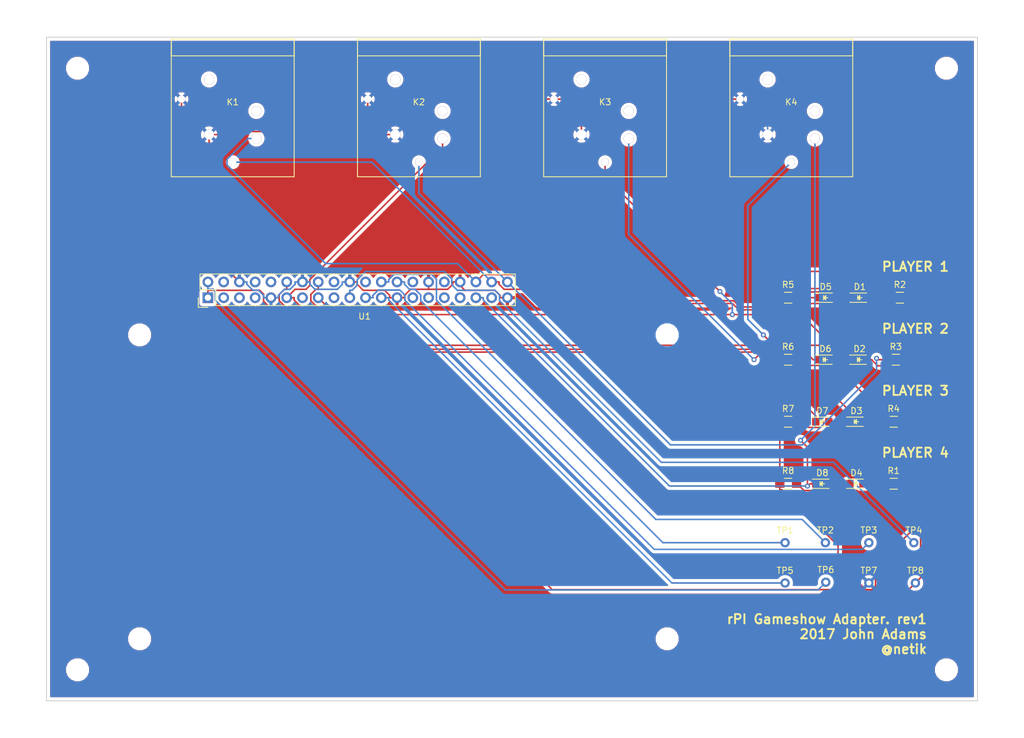
<source format=kicad_pcb>
(kicad_pcb (version 20160815) (host pcbnew "(2016-12-18 revision 3ffa37c)-master")

  (general
    (links 55)
    (no_connects 0)
    (area 89.924999 22.924999 240.075001 130.075001)
    (thickness 1.6)
    (drawings 9)
    (tracks 319)
    (zones 0)
    (modules 37)
    (nets 50)
  )

  (page A4)
  (layers
    (0 F.Cu signal)
    (31 B.Cu signal)
    (32 B.Adhes user)
    (33 F.Adhes user)
    (34 B.Paste user)
    (35 F.Paste user)
    (36 B.SilkS user)
    (37 F.SilkS user)
    (38 B.Mask user)
    (39 F.Mask user)
    (40 Dwgs.User user)
    (41 Cmts.User user)
    (42 Eco1.User user)
    (43 Eco2.User user)
    (44 Edge.Cuts user)
    (45 Margin user)
    (46 B.CrtYd user)
    (47 F.CrtYd user)
    (48 B.Fab user)
    (49 F.Fab user)
  )

  (setup
    (last_trace_width 0.25)
    (trace_clearance 0.2)
    (zone_clearance 0.508)
    (zone_45_only no)
    (trace_min 0.2)
    (segment_width 0.2)
    (edge_width 0.15)
    (via_size 0.8)
    (via_drill 0.4)
    (via_min_size 0.4)
    (via_min_drill 0.3)
    (uvia_size 0.3)
    (uvia_drill 0.1)
    (uvias_allowed no)
    (uvia_min_size 0.2)
    (uvia_min_drill 0.1)
    (pcb_text_width 0.3)
    (pcb_text_size 1.5 1.5)
    (mod_edge_width 0.15)
    (mod_text_size 1 1)
    (mod_text_width 0.15)
    (pad_size 2.7 2.7)
    (pad_drill 2.7)
    (pad_to_mask_clearance 0.2)
    (aux_axis_origin 90 23)
    (grid_origin 90 23)
    (visible_elements FFFFEF7F)
    (pcbplotparams
      (layerselection 0x010fc_ffffffff)
      (usegerberextensions false)
      (excludeedgelayer true)
      (linewidth 0.100000)
      (plotframeref false)
      (viasonmask false)
      (mode 1)
      (useauxorigin false)
      (hpglpennumber 1)
      (hpglpenspeed 20)
      (hpglpendiameter 15)
      (psnegative false)
      (psa4output false)
      (plotreference true)
      (plotvalue true)
      (plotinvisibletext false)
      (padsonsilk false)
      (subtractmaskfromsilk false)
      (outputformat 1)
      (mirror false)
      (drillshape 0)
      (scaleselection 1)
      (outputdirectory ""))
  )

  (net 0 "")
  (net 1 "Net-(D1-Pad2)")
  (net 2 P4_LED)
  (net 3 P1_LED)
  (net 4 "Net-(D2-Pad2)")
  (net 5 "Net-(D3-Pad2)")
  (net 6 P2_LED)
  (net 7 P3_LED)
  (net 8 "Net-(D4-Pad2)")
  (net 9 "Net-(D5-Pad2)")
  (net 10 VCC)
  (net 11 "Net-(D6-Pad2)")
  (net 12 "Net-(D7-Pad2)")
  (net 13 "Net-(D8-Pad2)")
  (net 14 GND)
  (net 15 "Net-(U1-Pad37)")
  (net 16 P1_SW)
  (net 17 P4_SW)
  (net 18 "Net-(U1-Pad33)")
  (net 19 "Net-(U1-Pad32)")
  (net 20 "Net-(U1-Pad31)")
  (net 21 "Net-(U1-Pad29)")
  (net 22 "Net-(U1-Pad28)")
  (net 23 "Net-(U1-Pad27)")
  (net 24 "Net-(U1-Pad22)")
  (net 25 "Net-(U1-Pad18)")
  (net 26 "Net-(U1-Pad17)")
  (net 27 "Net-(U1-Pad13)")
  (net 28 P3_SW)
  (net 29 P2_SW)
  (net 30 "Net-(U1-Pad10)")
  (net 31 "Net-(U1-Pad8)")
  (net 32 "Net-(U1-Pad7)")
  (net 33 "Net-(U1-Pad5)")
  (net 34 "Net-(U1-Pad4)")
  (net 35 "Net-(U1-Pad3)")
  (net 36 "Net-(P1-Pad1)")
  (net 37 "Net-(P2-Pad1)")
  (net 38 "Net-(P3-Pad1)")
  (net 39 "Net-(P4-Pad1)")
  (net 40 "Net-(TP1-Pad1)")
  (net 41 "Net-(TP2-Pad1)")
  (net 42 "Net-(TP5-Pad1)")
  (net 43 "Net-(TP3-Pad1)")
  (net 44 "Net-(TP4-Pad1)")
  (net 45 "Net-(TP6-Pad1)")
  (net 46 "Net-(P7-Pad1)")
  (net 47 "Net-(P5-Pad1)")
  (net 48 "Net-(P6-Pad1)")
  (net 49 "Net-(P8-Pad1)")

  (net_class Default "This is the default net class."
    (clearance 0.2)
    (trace_width 0.25)
    (via_dia 0.8)
    (via_drill 0.4)
    (uvia_dia 0.3)
    (uvia_drill 0.1)
    (diff_pair_gap 0.25)
    (diff_pair_width 0.2)
    (add_net GND)
    (add_net "Net-(D1-Pad2)")
    (add_net "Net-(D2-Pad2)")
    (add_net "Net-(D3-Pad2)")
    (add_net "Net-(D4-Pad2)")
    (add_net "Net-(D5-Pad2)")
    (add_net "Net-(D6-Pad2)")
    (add_net "Net-(D7-Pad2)")
    (add_net "Net-(D8-Pad2)")
    (add_net "Net-(P1-Pad1)")
    (add_net "Net-(P2-Pad1)")
    (add_net "Net-(P3-Pad1)")
    (add_net "Net-(P4-Pad1)")
    (add_net "Net-(P5-Pad1)")
    (add_net "Net-(P6-Pad1)")
    (add_net "Net-(P7-Pad1)")
    (add_net "Net-(P8-Pad1)")
    (add_net "Net-(TP1-Pad1)")
    (add_net "Net-(TP2-Pad1)")
    (add_net "Net-(TP3-Pad1)")
    (add_net "Net-(TP4-Pad1)")
    (add_net "Net-(TP5-Pad1)")
    (add_net "Net-(TP6-Pad1)")
    (add_net "Net-(U1-Pad10)")
    (add_net "Net-(U1-Pad13)")
    (add_net "Net-(U1-Pad17)")
    (add_net "Net-(U1-Pad18)")
    (add_net "Net-(U1-Pad22)")
    (add_net "Net-(U1-Pad27)")
    (add_net "Net-(U1-Pad28)")
    (add_net "Net-(U1-Pad29)")
    (add_net "Net-(U1-Pad3)")
    (add_net "Net-(U1-Pad31)")
    (add_net "Net-(U1-Pad32)")
    (add_net "Net-(U1-Pad33)")
    (add_net "Net-(U1-Pad37)")
    (add_net "Net-(U1-Pad4)")
    (add_net "Net-(U1-Pad5)")
    (add_net "Net-(U1-Pad7)")
    (add_net "Net-(U1-Pad8)")
    (add_net P1_LED)
    (add_net P1_SW)
    (add_net P2_LED)
    (add_net P2_SW)
    (add_net P3_LED)
    (add_net P3_SW)
    (add_net P4_LED)
    (add_net P4_SW)
    (add_net VCC)
  )

  (module jna-parts:NC3FAH2-0 (layer F.Cu) (tedit 58DC75A2) (tstamp 58DB1792)
    (at 180 26)
    (path /58D9BBA9)
    (fp_text reference K3 (at 0 7.46) (layer F.SilkS)
      (effects (font (size 1 1) (thickness 0.15)))
    )
    (fp_text value NC3FAH2-0 (at 0.01 10.8) (layer F.Fab)
      (effects (font (size 1 1) (thickness 0.15)))
    )
    (fp_line (start -9.9 19.5) (end 9.9 19.5) (layer F.SilkS) (width 0.15))
    (fp_line (start -9.9 0) (end 9.9 0) (layer F.SilkS) (width 0.15))
    (fp_line (start 9.9 -2.7) (end 9.9 19.5) (layer F.SilkS) (width 0.15))
    (fp_line (start -9.9 -2.7) (end -9.9 19.5) (layer F.SilkS) (width 0.15))
    (fp_line (start -9.9 -2.7) (end 9.9 -2.7) (layer F.SilkS) (width 0.15))
    (fp_line (start 9.9 -2.7) (end 9.9 0) (layer F.SilkS) (width 0.15))
    (fp_line (start -9.9 -2.7) (end -9.9 0) (layer F.SilkS) (width 0.15))
    (pad "" thru_hole circle (at -3.81 3.81) (size 1.6 1.6) (drill 1.6) (layers *.Cu *.Mask))
    (pad "" thru_hole circle (at 3.81 8.89) (size 1.6 1.6) (drill 1.6) (layers *.Cu *.Mask))
    (pad 2 thru_hole circle (at 3.81 13.335) (size 1.6 1.6) (drill 1.6) (layers *.Cu *.Mask)
      (net 28 P3_SW))
    (pad 1 thru_hole circle (at -3.81 12.7) (size 1.6 1.6) (drill 1.6) (layers *.Cu *.Mask)
      (net 14 GND))
    (pad 3 thru_hole circle (at 0 17.15) (size 1.2 1.2) (drill 1.2) (layers *.Cu *.Mask)
      (net 7 P3_LED))
    (pad G thru_hole circle (at -8.25 6.98) (size 1.2 1.2) (drill 1.2) (layers *.Cu *.Mask)
      (net 14 GND))
  )

  (module jna-parts:NC3FAH2-0 (layer F.Cu) (tedit 58DC75A2) (tstamp 58DB17AB)
    (at 210 26)
    (path /58D9BBD1)
    (fp_text reference K4 (at 0 7.46) (layer F.SilkS)
      (effects (font (size 1 1) (thickness 0.15)))
    )
    (fp_text value NC3FAH2-0 (at 0.01 10.8) (layer F.Fab)
      (effects (font (size 1 1) (thickness 0.15)))
    )
    (fp_line (start -9.9 19.5) (end 9.9 19.5) (layer F.SilkS) (width 0.15))
    (fp_line (start -9.9 0) (end 9.9 0) (layer F.SilkS) (width 0.15))
    (fp_line (start 9.9 -2.7) (end 9.9 19.5) (layer F.SilkS) (width 0.15))
    (fp_line (start -9.9 -2.7) (end -9.9 19.5) (layer F.SilkS) (width 0.15))
    (fp_line (start -9.9 -2.7) (end 9.9 -2.7) (layer F.SilkS) (width 0.15))
    (fp_line (start 9.9 -2.7) (end 9.9 0) (layer F.SilkS) (width 0.15))
    (fp_line (start -9.9 -2.7) (end -9.9 0) (layer F.SilkS) (width 0.15))
    (pad "" thru_hole circle (at -3.81 3.81) (size 1.6 1.6) (drill 1.6) (layers *.Cu *.Mask))
    (pad "" thru_hole circle (at 3.81 8.89) (size 1.6 1.6) (drill 1.6) (layers *.Cu *.Mask))
    (pad 2 thru_hole circle (at 3.81 13.335) (size 1.6 1.6) (drill 1.6) (layers *.Cu *.Mask)
      (net 17 P4_SW))
    (pad 1 thru_hole circle (at -3.81 12.7) (size 1.6 1.6) (drill 1.6) (layers *.Cu *.Mask)
      (net 14 GND))
    (pad 3 thru_hole circle (at 0 17.15) (size 1.2 1.2) (drill 1.2) (layers *.Cu *.Mask)
      (net 2 P4_LED))
    (pad G thru_hole circle (at -8.25 6.98) (size 1.2 1.2) (drill 1.2) (layers *.Cu *.Mask)
      (net 14 GND))
  )

  (module jna-parts:NC3FAH2-0 (layer F.Cu) (tedit 58DC75A2) (tstamp 58DB1779)
    (at 150 26)
    (path /58D9BB13)
    (fp_text reference K2 (at 0 7.46) (layer F.SilkS)
      (effects (font (size 1 1) (thickness 0.15)))
    )
    (fp_text value NC3FAH2-0 (at 0.01 10.8) (layer F.Fab)
      (effects (font (size 1 1) (thickness 0.15)))
    )
    (fp_line (start -9.9 19.5) (end 9.9 19.5) (layer F.SilkS) (width 0.15))
    (fp_line (start -9.9 0) (end 9.9 0) (layer F.SilkS) (width 0.15))
    (fp_line (start 9.9 -2.7) (end 9.9 19.5) (layer F.SilkS) (width 0.15))
    (fp_line (start -9.9 -2.7) (end -9.9 19.5) (layer F.SilkS) (width 0.15))
    (fp_line (start -9.9 -2.7) (end 9.9 -2.7) (layer F.SilkS) (width 0.15))
    (fp_line (start 9.9 -2.7) (end 9.9 0) (layer F.SilkS) (width 0.15))
    (fp_line (start -9.9 -2.7) (end -9.9 0) (layer F.SilkS) (width 0.15))
    (pad "" thru_hole circle (at -3.81 3.81) (size 1.6 1.6) (drill 1.6) (layers *.Cu *.Mask))
    (pad "" thru_hole circle (at 3.81 8.89) (size 1.6 1.6) (drill 1.6) (layers *.Cu *.Mask))
    (pad 2 thru_hole circle (at 3.81 13.335) (size 1.6 1.6) (drill 1.6) (layers *.Cu *.Mask)
      (net 29 P2_SW))
    (pad 1 thru_hole circle (at -3.81 12.7) (size 1.6 1.6) (drill 1.6) (layers *.Cu *.Mask)
      (net 14 GND))
    (pad 3 thru_hole circle (at 0 17.15) (size 1.2 1.2) (drill 1.2) (layers *.Cu *.Mask)
      (net 6 P2_LED))
    (pad G thru_hole circle (at -8.25 6.98) (size 1.2 1.2) (drill 1.2) (layers *.Cu *.Mask)
      (net 14 GND))
  )

  (module jna-parts:NC3FAH2-0 (layer F.Cu) (tedit 58DC75A2) (tstamp 58DB1760)
    (at 120 26)
    (path /58DCB05A)
    (fp_text reference K1 (at 0 7.46) (layer F.SilkS)
      (effects (font (size 1 1) (thickness 0.15)))
    )
    (fp_text value NC3FAH2-0 (at 0.01 10.8) (layer F.Fab)
      (effects (font (size 1 1) (thickness 0.15)))
    )
    (fp_line (start -9.9 19.5) (end 9.9 19.5) (layer F.SilkS) (width 0.15))
    (fp_line (start -9.9 0) (end 9.9 0) (layer F.SilkS) (width 0.15))
    (fp_line (start 9.9 -2.7) (end 9.9 19.5) (layer F.SilkS) (width 0.15))
    (fp_line (start -9.9 -2.7) (end -9.9 19.5) (layer F.SilkS) (width 0.15))
    (fp_line (start -9.9 -2.7) (end 9.9 -2.7) (layer F.SilkS) (width 0.15))
    (fp_line (start 9.9 -2.7) (end 9.9 0) (layer F.SilkS) (width 0.15))
    (fp_line (start -9.9 -2.7) (end -9.9 0) (layer F.SilkS) (width 0.15))
    (pad "" thru_hole circle (at -3.81 3.81) (size 1.6 1.6) (drill 1.6) (layers *.Cu *.Mask))
    (pad "" thru_hole circle (at 3.81 8.89) (size 1.6 1.6) (drill 1.6) (layers *.Cu *.Mask))
    (pad 2 thru_hole circle (at 3.81 13.335) (size 1.6 1.6) (drill 1.6) (layers *.Cu *.Mask)
      (net 16 P1_SW))
    (pad 1 thru_hole circle (at -3.81 12.7) (size 1.6 1.6) (drill 1.6) (layers *.Cu *.Mask)
      (net 14 GND))
    (pad 3 thru_hole circle (at 0 17.15) (size 1.2 1.2) (drill 1.2) (layers *.Cu *.Mask)
      (net 3 P1_LED))
    (pad G thru_hole circle (at -8.25 6.98) (size 1.2 1.2) (drill 1.2) (layers *.Cu *.Mask)
      (net 14 GND))
  )

  (module Measurement_Points:Measurement_Point_Round-TH_Small (layer F.Cu) (tedit 56C35F63) (tstamp 58DC74BB)
    (at 230 111)
    (descr "Mesurement Point, Square, Trough Hole,  DM 1.5mm, Drill 0.8mm,")
    (tags "Mesurement Point Round Trough Hole 1.5mm Drill 0.8mm")
    (path /58DC97B0)
    (attr virtual)
    (fp_text reference TP8 (at 0 -2) (layer F.SilkS)
      (effects (font (size 1 1) (thickness 0.15)))
    )
    (fp_text value 3.3V (at 0 2) (layer F.Fab)
      (effects (font (size 1 1) (thickness 0.15)))
    )
    (fp_circle (center 0 0) (end 1 0) (layer F.CrtYd) (width 0.05))
    (pad 1 thru_hole circle (at 0 0) (size 1.5 1.5) (drill 0.8) (layers *.Cu *.Mask)
      (net 10 VCC))
  )

  (module Measurement_Points:Measurement_Point_Round-TH_Small (layer F.Cu) (tedit 56C35F63) (tstamp 58DC74AE)
    (at 222.5 111)
    (descr "Mesurement Point, Square, Trough Hole,  DM 1.5mm, Drill 0.8mm,")
    (tags "Mesurement Point Round Trough Hole 1.5mm Drill 0.8mm")
    (path /58DC8E9E)
    (attr virtual)
    (fp_text reference TP7 (at 0 -2) (layer F.SilkS)
      (effects (font (size 1 1) (thickness 0.15)))
    )
    (fp_text value GND (at 0 2) (layer F.Fab)
      (effects (font (size 1 1) (thickness 0.15)))
    )
    (fp_circle (center 0 0) (end 1 0) (layer F.CrtYd) (width 0.05))
    (pad 1 thru_hole circle (at 0 0) (size 1.5 1.5) (drill 0.8) (layers *.Cu *.Mask)
      (net 14 GND))
  )

  (module Measurement_Points:Measurement_Point_Round-TH_Small (layer F.Cu) (tedit 56C35F63) (tstamp 58DC74A1)
    (at 215.559 110.876)
    (descr "Mesurement Point, Square, Trough Hole,  DM 1.5mm, Drill 0.8mm,")
    (tags "Mesurement Point Round Trough Hole 1.5mm Drill 0.8mm")
    (path /58DC99CB)
    (attr virtual)
    (fp_text reference TP6 (at 0 -2) (layer F.SilkS)
      (effects (font (size 1 1) (thickness 0.15)))
    )
    (fp_text value 5v (at 0 2) (layer F.Fab)
      (effects (font (size 1 1) (thickness 0.15)))
    )
    (fp_circle (center 0 0) (end 1 0) (layer F.CrtYd) (width 0.05))
    (pad 1 thru_hole circle (at 0 0) (size 1.5 1.5) (drill 0.8) (layers *.Cu *.Mask)
      (net 45 "Net-(TP6-Pad1)"))
  )

  (module Measurement_Points:Measurement_Point_Round-TH_Small (layer F.Cu) (tedit 56C35F63) (tstamp 58DC6B47)
    (at 209 111)
    (descr "Mesurement Point, Square, Trough Hole,  DM 1.5mm, Drill 0.8mm,")
    (tags "Mesurement Point Round Trough Hole 1.5mm Drill 0.8mm")
    (path /58DC6F94)
    (attr virtual)
    (fp_text reference TP5 (at 0 -2) (layer F.SilkS)
      (effects (font (size 1 1) (thickness 0.15)))
    )
    (fp_text value SCLK (at 0 2) (layer F.Fab)
      (effects (font (size 1 1) (thickness 0.15)))
    )
    (fp_circle (center 0 0) (end 1 0) (layer F.CrtYd) (width 0.05))
    (pad 1 thru_hole circle (at 0 0) (size 1.5 1.5) (drill 0.8) (layers *.Cu *.Mask)
      (net 42 "Net-(TP5-Pad1)"))
  )

  (module Measurement_Points:Measurement_Point_Round-TH_Small (layer F.Cu) (tedit 56C35F63) (tstamp 58DC6B3A)
    (at 229.75 104.5)
    (descr "Mesurement Point, Square, Trough Hole,  DM 1.5mm, Drill 0.8mm,")
    (tags "Mesurement Point Round Trough Hole 1.5mm Drill 0.8mm")
    (path /58DC79B1)
    (attr virtual)
    (fp_text reference TP4 (at 0 -2) (layer F.SilkS)
      (effects (font (size 1 1) (thickness 0.15)))
    )
    (fp_text value SPI_MOSI (at 0 2) (layer F.Fab)
      (effects (font (size 1 1) (thickness 0.15)))
    )
    (fp_circle (center 0 0) (end 1 0) (layer F.CrtYd) (width 0.05))
    (pad 1 thru_hole circle (at 0 0) (size 1.5 1.5) (drill 0.8) (layers *.Cu *.Mask)
      (net 44 "Net-(TP4-Pad1)"))
  )

  (module Measurement_Points:Measurement_Point_Round-TH_Small (layer F.Cu) (tedit 56C35F63) (tstamp 58DC6B2D)
    (at 222.5 104.5)
    (descr "Mesurement Point, Square, Trough Hole,  DM 1.5mm, Drill 0.8mm,")
    (tags "Mesurement Point Round Trough Hole 1.5mm Drill 0.8mm")
    (path /58DC7A45)
    (attr virtual)
    (fp_text reference TP3 (at 0 -2) (layer F.SilkS)
      (effects (font (size 1 1) (thickness 0.15)))
    )
    (fp_text value SPI_MISO (at 0 2) (layer F.Fab)
      (effects (font (size 1 1) (thickness 0.15)))
    )
    (fp_circle (center 0 0) (end 1 0) (layer F.CrtYd) (width 0.05))
    (pad 1 thru_hole circle (at 0 0) (size 1.5 1.5) (drill 0.8) (layers *.Cu *.Mask)
      (net 43 "Net-(TP3-Pad1)"))
  )

  (module Measurement_Points:Measurement_Point_Round-TH_Small (layer F.Cu) (tedit 56C35F63) (tstamp 58DC6B20)
    (at 215.5 104.5)
    (descr "Mesurement Point, Square, Trough Hole,  DM 1.5mm, Drill 0.8mm,")
    (tags "Mesurement Point Round Trough Hole 1.5mm Drill 0.8mm")
    (path /58DC7A4B)
    (attr virtual)
    (fp_text reference TP2 (at 0 -2) (layer F.SilkS)
      (effects (font (size 1 1) (thickness 0.15)))
    )
    (fp_text value SPI_CE0 (at 0 2) (layer F.Fab)
      (effects (font (size 1 1) (thickness 0.15)))
    )
    (fp_circle (center 0 0) (end 1 0) (layer F.CrtYd) (width 0.05))
    (pad 1 thru_hole circle (at 0 0) (size 1.5 1.5) (drill 0.8) (layers *.Cu *.Mask)
      (net 41 "Net-(TP2-Pad1)"))
  )

  (module Measurement_Points:Measurement_Point_Round-TH_Small (layer F.Cu) (tedit 56C35F63) (tstamp 58DC6B13)
    (at 209 104.5)
    (descr "Mesurement Point, Square, Trough Hole,  DM 1.5mm, Drill 0.8mm,")
    (tags "Mesurement Point Round Trough Hole 1.5mm Drill 0.8mm")
    (path /58DC7DAE)
    (attr virtual)
    (fp_text reference TP1 (at 0 -2) (layer F.SilkS)
      (effects (font (size 1 1) (thickness 0.15)))
    )
    (fp_text value SPI_CE1 (at 0 2) (layer F.Fab)
      (effects (font (size 1 1) (thickness 0.15)))
    )
    (fp_circle (center 0 0) (end 1 0) (layer F.CrtYd) (width 0.05))
    (pad 1 thru_hole circle (at 0 0) (size 1.5 1.5) (drill 0.8) (layers *.Cu *.Mask)
      (net 40 "Net-(TP1-Pad1)"))
  )

  (module Mounting_Holes:MountingHole_2.7mm_M2.5 (layer F.Cu) (tedit 58DC6961) (tstamp 58DC6B06)
    (at 95 28)
    (descr "Mounting Hole 2.7mm, no annular, M2.5")
    (tags "mounting hole 2.7mm no annular m2.5")
    (path /58DC6755)
    (fp_text reference P8 (at 0 -3.7) (layer F.SilkS) hide
      (effects (font (size 1 1) (thickness 0.15)))
    )
    (fp_text value CONN_01X01 (at 0 3.7) (layer F.Fab)
      (effects (font (size 1 1) (thickness 0.15)))
    )
    (fp_circle (center 0 0) (end 2.7 0) (layer Cmts.User) (width 0.15))
    (fp_circle (center 0 0) (end 2.95 0) (layer F.CrtYd) (width 0.05))
    (pad 1 np_thru_hole circle (at 0 0) (size 2.7 2.7) (drill 2.7) (layers *.Cu *.Mask)
      (net 49 "Net-(P8-Pad1)"))
  )

  (module Mounting_Holes:MountingHole_2.7mm_M2.5 (layer F.Cu) (tedit 58DC6947) (tstamp 58DC6AF9)
    (at 235 28)
    (descr "Mounting Hole 2.7mm, no annular, M2.5")
    (tags "mounting hole 2.7mm no annular m2.5")
    (path /58DC6749)
    (fp_text reference P6 (at 0 -3.7) (layer F.SilkS) hide
      (effects (font (size 1 1) (thickness 0.15)))
    )
    (fp_text value CONN_01X01 (at 0 3.7) (layer F.Fab)
      (effects (font (size 1 1) (thickness 0.15)))
    )
    (fp_circle (center 0 0) (end 2.95 0) (layer F.CrtYd) (width 0.05))
    (fp_circle (center 0 0) (end 2.7 0) (layer Cmts.User) (width 0.15))
    (pad 1 np_thru_hole circle (at 0 0) (size 2.7 2.7) (drill 2.7) (layers *.Cu *.Mask)
      (net 48 "Net-(P6-Pad1)"))
  )

  (module Mounting_Holes:MountingHole_2.7mm_M2.5 (layer F.Cu) (tedit 58DC694D) (tstamp 58DC6AEC)
    (at 235 125)
    (descr "Mounting Hole 2.7mm, no annular, M2.5")
    (tags "mounting hole 2.7mm no annular m2.5")
    (path /58DC6743)
    (fp_text reference P5 (at 0 -3.7) (layer F.SilkS) hide
      (effects (font (size 1 1) (thickness 0.15)))
    )
    (fp_text value CONN_01X01 (at 0 3.7) (layer F.Fab)
      (effects (font (size 1 1) (thickness 0.15)))
    )
    (fp_circle (center 0 0) (end 2.7 0) (layer Cmts.User) (width 0.15))
    (fp_circle (center 0 0) (end 2.95 0) (layer F.CrtYd) (width 0.05))
    (pad 1 np_thru_hole circle (at 0 0) (size 2.7 2.7) (drill 2.7) (layers *.Cu *.Mask)
      (net 47 "Net-(P5-Pad1)"))
  )

  (module Mounting_Holes:MountingHole_2.7mm_M2.5 (layer F.Cu) (tedit 58DC6956) (tstamp 58DC6AAF)
    (at 95 125)
    (descr "Mounting Hole 2.7mm, no annular, M2.5")
    (tags "mounting hole 2.7mm no annular m2.5")
    (path /58DC674F)
    (fp_text reference P7 (at 0 -3.7) (layer F.SilkS) hide
      (effects (font (size 1 1) (thickness 0.15)))
    )
    (fp_text value CONN_01X01 (at 0 3.7) (layer F.Fab)
      (effects (font (size 1 1) (thickness 0.15)))
    )
    (fp_circle (center 0 0) (end 2.95 0) (layer F.CrtYd) (width 0.05))
    (fp_circle (center 0 0) (end 2.7 0) (layer Cmts.User) (width 0.15))
    (pad 1 np_thru_hole circle (at 0 0) (size 2.7 2.7) (drill 2.7) (layers *.Cu *.Mask)
      (net 46 "Net-(P7-Pad1)"))
  )

  (module Mounting_Holes:MountingHole_2.7mm_M2.5 (layer F.Cu) (tedit 58DC6951) (tstamp 58DB2C1B)
    (at 190 120)
    (descr "Mounting Hole 2.7mm, no annular, M2.5")
    (tags "mounting hole 2.7mm no annular m2.5")
    (path /58DB6E05)
    (fp_text reference P4 (at 0 -3.7) (layer F.SilkS) hide
      (effects (font (size 1 1) (thickness 0.15)))
    )
    (fp_text value CONN_01X01 (at 0 3.7) (layer F.Fab)
      (effects (font (size 1 1) (thickness 0.15)))
    )
    (fp_circle (center 0 0) (end 2.7 0) (layer Cmts.User) (width 0.15))
    (fp_circle (center 0 0) (end 2.95 0) (layer F.CrtYd) (width 0.05))
    (pad 1 np_thru_hole circle (at 0 0) (size 2.7 2.7) (drill 2.7) (layers *.Cu *.Mask)
      (net 39 "Net-(P4-Pad1)"))
  )

  (module Mounting_Holes:MountingHole_2.7mm_M2.5 (layer F.Cu) (tedit 58DC6966) (tstamp 58DB2C0E)
    (at 190 71)
    (descr "Mounting Hole 2.7mm, no annular, M2.5")
    (tags "mounting hole 2.7mm no annular m2.5")
    (path /58DB6DA8)
    (fp_text reference P3 (at 0 -3.7) (layer F.SilkS) hide
      (effects (font (size 1 1) (thickness 0.15)))
    )
    (fp_text value CONN_01X01 (at 0 3.7) (layer F.Fab)
      (effects (font (size 1 1) (thickness 0.15)))
    )
    (fp_circle (center 0 0) (end 2.95 0) (layer F.CrtYd) (width 0.05))
    (fp_circle (center 0 0) (end 2.7 0) (layer Cmts.User) (width 0.15))
    (pad 1 np_thru_hole circle (at 0 0) (size 2.7 2.7) (drill 2.7) (layers *.Cu *.Mask)
      (net 38 "Net-(P3-Pad1)"))
  )

  (module Mounting_Holes:MountingHole_2.7mm_M2.5 (layer F.Cu) (tedit 58DC6959) (tstamp 58DB2C01)
    (at 105 120)
    (descr "Mounting Hole 2.7mm, no annular, M2.5")
    (tags "mounting hole 2.7mm no annular m2.5")
    (path /58DB6D4A)
    (fp_text reference P2 (at 0 -3.7) (layer F.SilkS) hide
      (effects (font (size 1 1) (thickness 0.15)))
    )
    (fp_text value CONN_01X01 (at 0 3.7) (layer F.Fab)
      (effects (font (size 1 1) (thickness 0.15)))
    )
    (fp_circle (center 0 0) (end 2.7 0) (layer Cmts.User) (width 0.15))
    (fp_circle (center 0 0) (end 2.95 0) (layer F.CrtYd) (width 0.05))
    (pad 1 np_thru_hole circle (at 0 0) (size 2.7 2.7) (drill 2.7) (layers *.Cu *.Mask)
      (net 37 "Net-(P2-Pad1)"))
  )

  (module Mounting_Holes:MountingHole_2.7mm_M2.5 (layer F.Cu) (tedit 58DC695D) (tstamp 58DB2BF4)
    (at 105 71)
    (descr "Mounting Hole 2.7mm, no annular, M2.5")
    (tags "mounting hole 2.7mm no annular m2.5")
    (path /58DB6CDA)
    (fp_text reference P1 (at 0 -3.7) (layer F.SilkS) hide
      (effects (font (size 1 1) (thickness 0.15)))
    )
    (fp_text value CONN_01X01 (at 0 3.7) (layer F.Fab)
      (effects (font (size 1 1) (thickness 0.15)))
    )
    (fp_circle (center 0 0) (end 2.95 0) (layer F.CrtYd) (width 0.05))
    (fp_circle (center 0 0) (end 2.7 0) (layer Cmts.User) (width 0.15))
    (pad 1 np_thru_hole circle (at 0 0) (size 2.7 2.7) (drill 2.7) (layers *.Cu *.Mask)
      (net 36 "Net-(P1-Pad1)"))
  )

  (module LEDs:LED_0805 (layer F.Cu) (tedit 55BDE1C2) (tstamp 58DB174D)
    (at 215 95)
    (descr "LED 0805 smd package")
    (tags "LED 0805 SMD")
    (path /58DB193F)
    (attr smd)
    (fp_text reference D8 (at 0 -1.75) (layer F.SilkS)
      (effects (font (size 1 1) (thickness 0.15)))
    )
    (fp_text value LED (at 0 1.75) (layer F.Fab)
      (effects (font (size 1 1) (thickness 0.15)))
    )
    (fp_line (start -0.4 -0.3) (end -0.4 0.3) (layer F.Fab) (width 0.15))
    (fp_line (start -0.3 0) (end 0 -0.3) (layer F.Fab) (width 0.15))
    (fp_line (start 0 0.3) (end -0.3 0) (layer F.Fab) (width 0.15))
    (fp_line (start 0 -0.3) (end 0 0.3) (layer F.Fab) (width 0.15))
    (fp_line (start 1 -0.6) (end -1 -0.6) (layer F.Fab) (width 0.15))
    (fp_line (start 1 0.6) (end 1 -0.6) (layer F.Fab) (width 0.15))
    (fp_line (start -1 0.6) (end 1 0.6) (layer F.Fab) (width 0.15))
    (fp_line (start -1 -0.6) (end -1 0.6) (layer F.Fab) (width 0.15))
    (fp_line (start -1.6 0.75) (end 1.1 0.75) (layer F.SilkS) (width 0.15))
    (fp_line (start -1.6 -0.75) (end 1.1 -0.75) (layer F.SilkS) (width 0.15))
    (fp_line (start -0.1 0.15) (end -0.1 -0.1) (layer F.SilkS) (width 0.15))
    (fp_line (start -0.1 -0.1) (end -0.25 0.05) (layer F.SilkS) (width 0.15))
    (fp_line (start -0.35 -0.35) (end -0.35 0.35) (layer F.SilkS) (width 0.15))
    (fp_line (start 0 0) (end 0.35 0) (layer F.SilkS) (width 0.15))
    (fp_line (start -0.35 0) (end 0 -0.35) (layer F.SilkS) (width 0.15))
    (fp_line (start 0 -0.35) (end 0 0.35) (layer F.SilkS) (width 0.15))
    (fp_line (start 0 0.35) (end -0.35 0) (layer F.SilkS) (width 0.15))
    (fp_line (start 1.9 -0.95) (end 1.9 0.95) (layer F.CrtYd) (width 0.05))
    (fp_line (start 1.9 0.95) (end -1.9 0.95) (layer F.CrtYd) (width 0.05))
    (fp_line (start -1.9 0.95) (end -1.9 -0.95) (layer F.CrtYd) (width 0.05))
    (fp_line (start -1.9 -0.95) (end 1.9 -0.95) (layer F.CrtYd) (width 0.05))
    (pad 2 smd rect (at 1.04902 0 180) (size 1.19888 1.19888) (layers F.Cu F.Paste F.Mask)
      (net 13 "Net-(D8-Pad2)"))
    (pad 1 smd rect (at -1.04902 0 180) (size 1.19888 1.19888) (layers F.Cu F.Paste F.Mask)
      (net 17 P4_SW))
    (model LEDs.3dshapes/LED_0805.wrl
      (at (xyz 0 0 0))
      (scale (xyz 1 1 1))
      (rotate (xyz 0 0 0))
    )
  )

  (module LEDs:LED_0805 (layer F.Cu) (tedit 55BDE1C2) (tstamp 58DB173D)
    (at 215 85)
    (descr "LED 0805 smd package")
    (tags "LED 0805 SMD")
    (path /58DB1931)
    (attr smd)
    (fp_text reference D7 (at 0 -1.75) (layer F.SilkS)
      (effects (font (size 1 1) (thickness 0.15)))
    )
    (fp_text value LED (at 0 1.75) (layer F.Fab)
      (effects (font (size 1 1) (thickness 0.15)))
    )
    (fp_line (start -1.9 -0.95) (end 1.9 -0.95) (layer F.CrtYd) (width 0.05))
    (fp_line (start -1.9 0.95) (end -1.9 -0.95) (layer F.CrtYd) (width 0.05))
    (fp_line (start 1.9 0.95) (end -1.9 0.95) (layer F.CrtYd) (width 0.05))
    (fp_line (start 1.9 -0.95) (end 1.9 0.95) (layer F.CrtYd) (width 0.05))
    (fp_line (start 0 0.35) (end -0.35 0) (layer F.SilkS) (width 0.15))
    (fp_line (start 0 -0.35) (end 0 0.35) (layer F.SilkS) (width 0.15))
    (fp_line (start -0.35 0) (end 0 -0.35) (layer F.SilkS) (width 0.15))
    (fp_line (start 0 0) (end 0.35 0) (layer F.SilkS) (width 0.15))
    (fp_line (start -0.35 -0.35) (end -0.35 0.35) (layer F.SilkS) (width 0.15))
    (fp_line (start -0.1 -0.1) (end -0.25 0.05) (layer F.SilkS) (width 0.15))
    (fp_line (start -0.1 0.15) (end -0.1 -0.1) (layer F.SilkS) (width 0.15))
    (fp_line (start -1.6 -0.75) (end 1.1 -0.75) (layer F.SilkS) (width 0.15))
    (fp_line (start -1.6 0.75) (end 1.1 0.75) (layer F.SilkS) (width 0.15))
    (fp_line (start -1 -0.6) (end -1 0.6) (layer F.Fab) (width 0.15))
    (fp_line (start -1 0.6) (end 1 0.6) (layer F.Fab) (width 0.15))
    (fp_line (start 1 0.6) (end 1 -0.6) (layer F.Fab) (width 0.15))
    (fp_line (start 1 -0.6) (end -1 -0.6) (layer F.Fab) (width 0.15))
    (fp_line (start 0 -0.3) (end 0 0.3) (layer F.Fab) (width 0.15))
    (fp_line (start 0 0.3) (end -0.3 0) (layer F.Fab) (width 0.15))
    (fp_line (start -0.3 0) (end 0 -0.3) (layer F.Fab) (width 0.15))
    (fp_line (start -0.4 -0.3) (end -0.4 0.3) (layer F.Fab) (width 0.15))
    (pad 1 smd rect (at -1.04902 0 180) (size 1.19888 1.19888) (layers F.Cu F.Paste F.Mask)
      (net 28 P3_SW))
    (pad 2 smd rect (at 1.04902 0 180) (size 1.19888 1.19888) (layers F.Cu F.Paste F.Mask)
      (net 12 "Net-(D7-Pad2)"))
    (model LEDs.3dshapes/LED_0805.wrl
      (at (xyz 0 0 0))
      (scale (xyz 1 1 1))
      (rotate (xyz 0 0 0))
    )
  )

  (module LEDs:LED_0805 (layer F.Cu) (tedit 55BDE1C2) (tstamp 58DB172D)
    (at 215.5 75)
    (descr "LED 0805 smd package")
    (tags "LED 0805 SMD")
    (path /58DB18A9)
    (attr smd)
    (fp_text reference D6 (at 0 -1.75) (layer F.SilkS)
      (effects (font (size 1 1) (thickness 0.15)))
    )
    (fp_text value LED (at 0 1.75) (layer F.Fab)
      (effects (font (size 1 1) (thickness 0.15)))
    )
    (fp_line (start -0.4 -0.3) (end -0.4 0.3) (layer F.Fab) (width 0.15))
    (fp_line (start -0.3 0) (end 0 -0.3) (layer F.Fab) (width 0.15))
    (fp_line (start 0 0.3) (end -0.3 0) (layer F.Fab) (width 0.15))
    (fp_line (start 0 -0.3) (end 0 0.3) (layer F.Fab) (width 0.15))
    (fp_line (start 1 -0.6) (end -1 -0.6) (layer F.Fab) (width 0.15))
    (fp_line (start 1 0.6) (end 1 -0.6) (layer F.Fab) (width 0.15))
    (fp_line (start -1 0.6) (end 1 0.6) (layer F.Fab) (width 0.15))
    (fp_line (start -1 -0.6) (end -1 0.6) (layer F.Fab) (width 0.15))
    (fp_line (start -1.6 0.75) (end 1.1 0.75) (layer F.SilkS) (width 0.15))
    (fp_line (start -1.6 -0.75) (end 1.1 -0.75) (layer F.SilkS) (width 0.15))
    (fp_line (start -0.1 0.15) (end -0.1 -0.1) (layer F.SilkS) (width 0.15))
    (fp_line (start -0.1 -0.1) (end -0.25 0.05) (layer F.SilkS) (width 0.15))
    (fp_line (start -0.35 -0.35) (end -0.35 0.35) (layer F.SilkS) (width 0.15))
    (fp_line (start 0 0) (end 0.35 0) (layer F.SilkS) (width 0.15))
    (fp_line (start -0.35 0) (end 0 -0.35) (layer F.SilkS) (width 0.15))
    (fp_line (start 0 -0.35) (end 0 0.35) (layer F.SilkS) (width 0.15))
    (fp_line (start 0 0.35) (end -0.35 0) (layer F.SilkS) (width 0.15))
    (fp_line (start 1.9 -0.95) (end 1.9 0.95) (layer F.CrtYd) (width 0.05))
    (fp_line (start 1.9 0.95) (end -1.9 0.95) (layer F.CrtYd) (width 0.05))
    (fp_line (start -1.9 0.95) (end -1.9 -0.95) (layer F.CrtYd) (width 0.05))
    (fp_line (start -1.9 -0.95) (end 1.9 -0.95) (layer F.CrtYd) (width 0.05))
    (pad 2 smd rect (at 1.04902 0 180) (size 1.19888 1.19888) (layers F.Cu F.Paste F.Mask)
      (net 11 "Net-(D6-Pad2)"))
    (pad 1 smd rect (at -1.04902 0 180) (size 1.19888 1.19888) (layers F.Cu F.Paste F.Mask)
      (net 29 P2_SW))
    (model LEDs.3dshapes/LED_0805.wrl
      (at (xyz 0 0 0))
      (scale (xyz 1 1 1))
      (rotate (xyz 0 0 0))
    )
  )

  (module LEDs:LED_0805 (layer F.Cu) (tedit 55BDE1C2) (tstamp 58DB171D)
    (at 215.549 65)
    (descr "LED 0805 smd package")
    (tags "LED 0805 SMD")
    (path /58DB156C)
    (attr smd)
    (fp_text reference D5 (at 0 -1.75) (layer F.SilkS)
      (effects (font (size 1 1) (thickness 0.15)))
    )
    (fp_text value LED (at 0 1.75) (layer F.Fab)
      (effects (font (size 1 1) (thickness 0.15)))
    )
    (fp_line (start -1.9 -0.95) (end 1.9 -0.95) (layer F.CrtYd) (width 0.05))
    (fp_line (start -1.9 0.95) (end -1.9 -0.95) (layer F.CrtYd) (width 0.05))
    (fp_line (start 1.9 0.95) (end -1.9 0.95) (layer F.CrtYd) (width 0.05))
    (fp_line (start 1.9 -0.95) (end 1.9 0.95) (layer F.CrtYd) (width 0.05))
    (fp_line (start 0 0.35) (end -0.35 0) (layer F.SilkS) (width 0.15))
    (fp_line (start 0 -0.35) (end 0 0.35) (layer F.SilkS) (width 0.15))
    (fp_line (start -0.35 0) (end 0 -0.35) (layer F.SilkS) (width 0.15))
    (fp_line (start 0 0) (end 0.35 0) (layer F.SilkS) (width 0.15))
    (fp_line (start -0.35 -0.35) (end -0.35 0.35) (layer F.SilkS) (width 0.15))
    (fp_line (start -0.1 -0.1) (end -0.25 0.05) (layer F.SilkS) (width 0.15))
    (fp_line (start -0.1 0.15) (end -0.1 -0.1) (layer F.SilkS) (width 0.15))
    (fp_line (start -1.6 -0.75) (end 1.1 -0.75) (layer F.SilkS) (width 0.15))
    (fp_line (start -1.6 0.75) (end 1.1 0.75) (layer F.SilkS) (width 0.15))
    (fp_line (start -1 -0.6) (end -1 0.6) (layer F.Fab) (width 0.15))
    (fp_line (start -1 0.6) (end 1 0.6) (layer F.Fab) (width 0.15))
    (fp_line (start 1 0.6) (end 1 -0.6) (layer F.Fab) (width 0.15))
    (fp_line (start 1 -0.6) (end -1 -0.6) (layer F.Fab) (width 0.15))
    (fp_line (start 0 -0.3) (end 0 0.3) (layer F.Fab) (width 0.15))
    (fp_line (start 0 0.3) (end -0.3 0) (layer F.Fab) (width 0.15))
    (fp_line (start -0.3 0) (end 0 -0.3) (layer F.Fab) (width 0.15))
    (fp_line (start -0.4 -0.3) (end -0.4 0.3) (layer F.Fab) (width 0.15))
    (pad 1 smd rect (at -1.04902 0 180) (size 1.19888 1.19888) (layers F.Cu F.Paste F.Mask)
      (net 16 P1_SW))
    (pad 2 smd rect (at 1.04902 0 180) (size 1.19888 1.19888) (layers F.Cu F.Paste F.Mask)
      (net 9 "Net-(D5-Pad2)"))
    (model LEDs.3dshapes/LED_0805.wrl
      (at (xyz 0 0 0))
      (scale (xyz 1 1 1))
      (rotate (xyz 0 0 0))
    )
  )

  (module LEDs:LED_0805 (layer F.Cu) (tedit 55BDE1C2) (tstamp 58DB170D)
    (at 220.5 95)
    (descr "LED 0805 smd package")
    (tags "LED 0805 SMD")
    (path /58DB1396)
    (attr smd)
    (fp_text reference D4 (at 0 -1.75) (layer F.SilkS)
      (effects (font (size 1 1) (thickness 0.15)))
    )
    (fp_text value LED (at 0 1.75) (layer F.Fab)
      (effects (font (size 1 1) (thickness 0.15)))
    )
    (fp_line (start -0.4 -0.3) (end -0.4 0.3) (layer F.Fab) (width 0.15))
    (fp_line (start -0.3 0) (end 0 -0.3) (layer F.Fab) (width 0.15))
    (fp_line (start 0 0.3) (end -0.3 0) (layer F.Fab) (width 0.15))
    (fp_line (start 0 -0.3) (end 0 0.3) (layer F.Fab) (width 0.15))
    (fp_line (start 1 -0.6) (end -1 -0.6) (layer F.Fab) (width 0.15))
    (fp_line (start 1 0.6) (end 1 -0.6) (layer F.Fab) (width 0.15))
    (fp_line (start -1 0.6) (end 1 0.6) (layer F.Fab) (width 0.15))
    (fp_line (start -1 -0.6) (end -1 0.6) (layer F.Fab) (width 0.15))
    (fp_line (start -1.6 0.75) (end 1.1 0.75) (layer F.SilkS) (width 0.15))
    (fp_line (start -1.6 -0.75) (end 1.1 -0.75) (layer F.SilkS) (width 0.15))
    (fp_line (start -0.1 0.15) (end -0.1 -0.1) (layer F.SilkS) (width 0.15))
    (fp_line (start -0.1 -0.1) (end -0.25 0.05) (layer F.SilkS) (width 0.15))
    (fp_line (start -0.35 -0.35) (end -0.35 0.35) (layer F.SilkS) (width 0.15))
    (fp_line (start 0 0) (end 0.35 0) (layer F.SilkS) (width 0.15))
    (fp_line (start -0.35 0) (end 0 -0.35) (layer F.SilkS) (width 0.15))
    (fp_line (start 0 -0.35) (end 0 0.35) (layer F.SilkS) (width 0.15))
    (fp_line (start 0 0.35) (end -0.35 0) (layer F.SilkS) (width 0.15))
    (fp_line (start 1.9 -0.95) (end 1.9 0.95) (layer F.CrtYd) (width 0.05))
    (fp_line (start 1.9 0.95) (end -1.9 0.95) (layer F.CrtYd) (width 0.05))
    (fp_line (start -1.9 0.95) (end -1.9 -0.95) (layer F.CrtYd) (width 0.05))
    (fp_line (start -1.9 -0.95) (end 1.9 -0.95) (layer F.CrtYd) (width 0.05))
    (pad 2 smd rect (at 1.04902 0 180) (size 1.19888 1.19888) (layers F.Cu F.Paste F.Mask)
      (net 8 "Net-(D4-Pad2)"))
    (pad 1 smd rect (at -1.04902 0 180) (size 1.19888 1.19888) (layers F.Cu F.Paste F.Mask)
      (net 14 GND))
    (model LEDs.3dshapes/LED_0805.wrl
      (at (xyz 0 0 0))
      (scale (xyz 1 1 1))
      (rotate (xyz 0 0 0))
    )
  )

  (module LEDs:LED_0805 (layer F.Cu) (tedit 55BDE1C2) (tstamp 58DB16FD)
    (at 220.5 85)
    (descr "LED 0805 smd package")
    (tags "LED 0805 SMD")
    (path /58DB0C29)
    (attr smd)
    (fp_text reference D3 (at 0 -1.75) (layer F.SilkS)
      (effects (font (size 1 1) (thickness 0.15)))
    )
    (fp_text value LED (at 0 1.75) (layer F.Fab)
      (effects (font (size 1 1) (thickness 0.15)))
    )
    (fp_line (start -1.9 -0.95) (end 1.9 -0.95) (layer F.CrtYd) (width 0.05))
    (fp_line (start -1.9 0.95) (end -1.9 -0.95) (layer F.CrtYd) (width 0.05))
    (fp_line (start 1.9 0.95) (end -1.9 0.95) (layer F.CrtYd) (width 0.05))
    (fp_line (start 1.9 -0.95) (end 1.9 0.95) (layer F.CrtYd) (width 0.05))
    (fp_line (start 0 0.35) (end -0.35 0) (layer F.SilkS) (width 0.15))
    (fp_line (start 0 -0.35) (end 0 0.35) (layer F.SilkS) (width 0.15))
    (fp_line (start -0.35 0) (end 0 -0.35) (layer F.SilkS) (width 0.15))
    (fp_line (start 0 0) (end 0.35 0) (layer F.SilkS) (width 0.15))
    (fp_line (start -0.35 -0.35) (end -0.35 0.35) (layer F.SilkS) (width 0.15))
    (fp_line (start -0.1 -0.1) (end -0.25 0.05) (layer F.SilkS) (width 0.15))
    (fp_line (start -0.1 0.15) (end -0.1 -0.1) (layer F.SilkS) (width 0.15))
    (fp_line (start -1.6 -0.75) (end 1.1 -0.75) (layer F.SilkS) (width 0.15))
    (fp_line (start -1.6 0.75) (end 1.1 0.75) (layer F.SilkS) (width 0.15))
    (fp_line (start -1 -0.6) (end -1 0.6) (layer F.Fab) (width 0.15))
    (fp_line (start -1 0.6) (end 1 0.6) (layer F.Fab) (width 0.15))
    (fp_line (start 1 0.6) (end 1 -0.6) (layer F.Fab) (width 0.15))
    (fp_line (start 1 -0.6) (end -1 -0.6) (layer F.Fab) (width 0.15))
    (fp_line (start 0 -0.3) (end 0 0.3) (layer F.Fab) (width 0.15))
    (fp_line (start 0 0.3) (end -0.3 0) (layer F.Fab) (width 0.15))
    (fp_line (start -0.3 0) (end 0 -0.3) (layer F.Fab) (width 0.15))
    (fp_line (start -0.4 -0.3) (end -0.4 0.3) (layer F.Fab) (width 0.15))
    (pad 1 smd rect (at -1.04902 0 180) (size 1.19888 1.19888) (layers F.Cu F.Paste F.Mask)
      (net 14 GND))
    (pad 2 smd rect (at 1.04902 0 180) (size 1.19888 1.19888) (layers F.Cu F.Paste F.Mask)
      (net 5 "Net-(D3-Pad2)"))
    (model LEDs.3dshapes/LED_0805.wrl
      (at (xyz 0 0 0))
      (scale (xyz 1 1 1))
      (rotate (xyz 0 0 0))
    )
  )

  (module LEDs:LED_0805 (layer F.Cu) (tedit 55BDE1C2) (tstamp 58DB16ED)
    (at 221 75)
    (descr "LED 0805 smd package")
    (tags "LED 0805 SMD")
    (path /58DB16A6)
    (attr smd)
    (fp_text reference D2 (at 0 -1.75) (layer F.SilkS)
      (effects (font (size 1 1) (thickness 0.15)))
    )
    (fp_text value LED (at 0 1.75) (layer F.Fab)
      (effects (font (size 1 1) (thickness 0.15)))
    )
    (fp_line (start -0.4 -0.3) (end -0.4 0.3) (layer F.Fab) (width 0.15))
    (fp_line (start -0.3 0) (end 0 -0.3) (layer F.Fab) (width 0.15))
    (fp_line (start 0 0.3) (end -0.3 0) (layer F.Fab) (width 0.15))
    (fp_line (start 0 -0.3) (end 0 0.3) (layer F.Fab) (width 0.15))
    (fp_line (start 1 -0.6) (end -1 -0.6) (layer F.Fab) (width 0.15))
    (fp_line (start 1 0.6) (end 1 -0.6) (layer F.Fab) (width 0.15))
    (fp_line (start -1 0.6) (end 1 0.6) (layer F.Fab) (width 0.15))
    (fp_line (start -1 -0.6) (end -1 0.6) (layer F.Fab) (width 0.15))
    (fp_line (start -1.6 0.75) (end 1.1 0.75) (layer F.SilkS) (width 0.15))
    (fp_line (start -1.6 -0.75) (end 1.1 -0.75) (layer F.SilkS) (width 0.15))
    (fp_line (start -0.1 0.15) (end -0.1 -0.1) (layer F.SilkS) (width 0.15))
    (fp_line (start -0.1 -0.1) (end -0.25 0.05) (layer F.SilkS) (width 0.15))
    (fp_line (start -0.35 -0.35) (end -0.35 0.35) (layer F.SilkS) (width 0.15))
    (fp_line (start 0 0) (end 0.35 0) (layer F.SilkS) (width 0.15))
    (fp_line (start -0.35 0) (end 0 -0.35) (layer F.SilkS) (width 0.15))
    (fp_line (start 0 -0.35) (end 0 0.35) (layer F.SilkS) (width 0.15))
    (fp_line (start 0 0.35) (end -0.35 0) (layer F.SilkS) (width 0.15))
    (fp_line (start 1.9 -0.95) (end 1.9 0.95) (layer F.CrtYd) (width 0.05))
    (fp_line (start 1.9 0.95) (end -1.9 0.95) (layer F.CrtYd) (width 0.05))
    (fp_line (start -1.9 0.95) (end -1.9 -0.95) (layer F.CrtYd) (width 0.05))
    (fp_line (start -1.9 -0.95) (end 1.9 -0.95) (layer F.CrtYd) (width 0.05))
    (pad 2 smd rect (at 1.04902 0 180) (size 1.19888 1.19888) (layers F.Cu F.Paste F.Mask)
      (net 4 "Net-(D2-Pad2)"))
    (pad 1 smd rect (at -1.04902 0 180) (size 1.19888 1.19888) (layers F.Cu F.Paste F.Mask)
      (net 14 GND))
    (model LEDs.3dshapes/LED_0805.wrl
      (at (xyz 0 0 0))
      (scale (xyz 1 1 1))
      (rotate (xyz 0 0 0))
    )
  )

  (module LEDs:LED_0805 (layer F.Cu) (tedit 55BDE1C2) (tstamp 58DB16DD)
    (at 221.049 65)
    (descr "LED 0805 smd package")
    (tags "LED 0805 SMD")
    (path /58DB12D4)
    (attr smd)
    (fp_text reference D1 (at 0 -1.75) (layer F.SilkS)
      (effects (font (size 1 1) (thickness 0.15)))
    )
    (fp_text value LED (at 0 1.75) (layer F.Fab)
      (effects (font (size 1 1) (thickness 0.15)))
    )
    (fp_line (start -1.9 -0.95) (end 1.9 -0.95) (layer F.CrtYd) (width 0.05))
    (fp_line (start -1.9 0.95) (end -1.9 -0.95) (layer F.CrtYd) (width 0.05))
    (fp_line (start 1.9 0.95) (end -1.9 0.95) (layer F.CrtYd) (width 0.05))
    (fp_line (start 1.9 -0.95) (end 1.9 0.95) (layer F.CrtYd) (width 0.05))
    (fp_line (start 0 0.35) (end -0.35 0) (layer F.SilkS) (width 0.15))
    (fp_line (start 0 -0.35) (end 0 0.35) (layer F.SilkS) (width 0.15))
    (fp_line (start -0.35 0) (end 0 -0.35) (layer F.SilkS) (width 0.15))
    (fp_line (start 0 0) (end 0.35 0) (layer F.SilkS) (width 0.15))
    (fp_line (start -0.35 -0.35) (end -0.35 0.35) (layer F.SilkS) (width 0.15))
    (fp_line (start -0.1 -0.1) (end -0.25 0.05) (layer F.SilkS) (width 0.15))
    (fp_line (start -0.1 0.15) (end -0.1 -0.1) (layer F.SilkS) (width 0.15))
    (fp_line (start -1.6 -0.75) (end 1.1 -0.75) (layer F.SilkS) (width 0.15))
    (fp_line (start -1.6 0.75) (end 1.1 0.75) (layer F.SilkS) (width 0.15))
    (fp_line (start -1 -0.6) (end -1 0.6) (layer F.Fab) (width 0.15))
    (fp_line (start -1 0.6) (end 1 0.6) (layer F.Fab) (width 0.15))
    (fp_line (start 1 0.6) (end 1 -0.6) (layer F.Fab) (width 0.15))
    (fp_line (start 1 -0.6) (end -1 -0.6) (layer F.Fab) (width 0.15))
    (fp_line (start 0 -0.3) (end 0 0.3) (layer F.Fab) (width 0.15))
    (fp_line (start 0 0.3) (end -0.3 0) (layer F.Fab) (width 0.15))
    (fp_line (start -0.3 0) (end 0 -0.3) (layer F.Fab) (width 0.15))
    (fp_line (start -0.4 -0.3) (end -0.4 0.3) (layer F.Fab) (width 0.15))
    (pad 1 smd rect (at -1.04902 0 180) (size 1.19888 1.19888) (layers F.Cu F.Paste F.Mask)
      (net 14 GND))
    (pad 2 smd rect (at 1.04902 0 180) (size 1.19888 1.19888) (layers F.Cu F.Paste F.Mask)
      (net 1 "Net-(D1-Pad2)"))
    (model LEDs.3dshapes/LED_0805.wrl
      (at (xyz 0 0 0))
      (scale (xyz 1 1 1))
      (rotate (xyz 0 0 0))
    )
  )

  (module Pin_Headers:Pin_Header_Straight_2x20 (layer F.Cu) (tedit 0) (tstamp 58DB1681)
    (at 116 65 90)
    (descr "Through hole pin header")
    (tags "pin header")
    (path /58DB2E61)
    (fp_text reference U1 (at -3 25.25 180) (layer F.SilkS)
      (effects (font (size 1 1) (thickness 0.15)))
    )
    (fp_text value Raspberry_Pi_2_3 (at -4.5 25.25 180) (layer F.Fab)
      (effects (font (size 1 1) (thickness 0.15)))
    )
    (fp_line (start -1.55 -1.55) (end -1.55 0) (layer F.SilkS) (width 0.15))
    (fp_line (start 1.27 1.27) (end -1.27 1.27) (layer F.SilkS) (width 0.15))
    (fp_line (start 1.27 -1.27) (end 1.27 1.27) (layer F.SilkS) (width 0.15))
    (fp_line (start 0 -1.55) (end -1.55 -1.55) (layer F.SilkS) (width 0.15))
    (fp_line (start 3.81 -1.27) (end 1.27 -1.27) (layer F.SilkS) (width 0.15))
    (fp_line (start 3.81 49.53) (end -1.27 49.53) (layer F.SilkS) (width 0.15))
    (fp_line (start -1.27 1.27) (end -1.27 49.53) (layer F.SilkS) (width 0.15))
    (fp_line (start 3.81 49.53) (end 3.81 -1.27) (layer F.SilkS) (width 0.15))
    (fp_line (start -1.75 50.05) (end 4.3 50.05) (layer F.CrtYd) (width 0.05))
    (fp_line (start -1.75 -1.75) (end 4.3 -1.75) (layer F.CrtYd) (width 0.05))
    (fp_line (start 4.3 -1.75) (end 4.3 50.05) (layer F.CrtYd) (width 0.05))
    (fp_line (start -1.75 -1.75) (end -1.75 50.05) (layer F.CrtYd) (width 0.05))
    (pad 40 thru_hole oval (at 2.54 48.26 90) (size 1.7272 1.7272) (drill 1.016) (layers *.Cu *.Mask)
      (net 6 P2_LED))
    (pad 39 thru_hole oval (at 0 48.26 90) (size 1.7272 1.7272) (drill 1.016) (layers *.Cu *.Mask)
      (net 14 GND))
    (pad 38 thru_hole oval (at 2.54 45.72 90) (size 1.7272 1.7272) (drill 1.016) (layers *.Cu *.Mask)
      (net 3 P1_LED))
    (pad 37 thru_hole oval (at 0 45.72 90) (size 1.7272 1.7272) (drill 1.016) (layers *.Cu *.Mask)
      (net 15 "Net-(U1-Pad37)"))
    (pad 36 thru_hole oval (at 2.54 43.18 90) (size 1.7272 1.7272) (drill 1.016) (layers *.Cu *.Mask)
      (net 16 P1_SW))
    (pad 35 thru_hole oval (at 0 43.18 90) (size 1.7272 1.7272) (drill 1.016) (layers *.Cu *.Mask)
      (net 17 P4_SW))
    (pad 34 thru_hole oval (at 2.54 40.64 90) (size 1.7272 1.7272) (drill 1.016) (layers *.Cu *.Mask)
      (net 14 GND))
    (pad 33 thru_hole oval (at 0 40.64 90) (size 1.7272 1.7272) (drill 1.016) (layers *.Cu *.Mask)
      (net 18 "Net-(U1-Pad33)"))
    (pad 32 thru_hole oval (at 2.54 38.1 90) (size 1.7272 1.7272) (drill 1.016) (layers *.Cu *.Mask)
      (net 19 "Net-(U1-Pad32)"))
    (pad 31 thru_hole oval (at 0 38.1 90) (size 1.7272 1.7272) (drill 1.016) (layers *.Cu *.Mask)
      (net 20 "Net-(U1-Pad31)"))
    (pad 30 thru_hole oval (at 2.54 35.56 90) (size 1.7272 1.7272) (drill 1.016) (layers *.Cu *.Mask)
      (net 14 GND))
    (pad 29 thru_hole oval (at 0 35.56 90) (size 1.7272 1.7272) (drill 1.016) (layers *.Cu *.Mask)
      (net 21 "Net-(U1-Pad29)"))
    (pad 28 thru_hole oval (at 2.54 33.02 90) (size 1.7272 1.7272) (drill 1.016) (layers *.Cu *.Mask)
      (net 22 "Net-(U1-Pad28)"))
    (pad 27 thru_hole oval (at 0 33.02 90) (size 1.7272 1.7272) (drill 1.016) (layers *.Cu *.Mask)
      (net 23 "Net-(U1-Pad27)"))
    (pad 26 thru_hole oval (at 2.54 30.48 90) (size 1.7272 1.7272) (drill 1.016) (layers *.Cu *.Mask)
      (net 40 "Net-(TP1-Pad1)"))
    (pad 25 thru_hole oval (at 0 30.48 90) (size 1.7272 1.7272) (drill 1.016) (layers *.Cu *.Mask)
      (net 14 GND))
    (pad 24 thru_hole oval (at 2.54 27.94 90) (size 1.7272 1.7272) (drill 1.016) (layers *.Cu *.Mask)
      (net 41 "Net-(TP2-Pad1)"))
    (pad 23 thru_hole oval (at 0 27.94 90) (size 1.7272 1.7272) (drill 1.016) (layers *.Cu *.Mask)
      (net 42 "Net-(TP5-Pad1)"))
    (pad 22 thru_hole oval (at 2.54 25.4 90) (size 1.7272 1.7272) (drill 1.016) (layers *.Cu *.Mask)
      (net 24 "Net-(U1-Pad22)"))
    (pad 21 thru_hole oval (at 0 25.4 90) (size 1.7272 1.7272) (drill 1.016) (layers *.Cu *.Mask)
      (net 43 "Net-(TP3-Pad1)"))
    (pad 20 thru_hole oval (at 2.54 22.86 90) (size 1.7272 1.7272) (drill 1.016) (layers *.Cu *.Mask)
      (net 14 GND))
    (pad 19 thru_hole oval (at 0 22.86 90) (size 1.7272 1.7272) (drill 1.016) (layers *.Cu *.Mask)
      (net 44 "Net-(TP4-Pad1)"))
    (pad 18 thru_hole oval (at 2.54 20.32 90) (size 1.7272 1.7272) (drill 1.016) (layers *.Cu *.Mask)
      (net 25 "Net-(U1-Pad18)"))
    (pad 17 thru_hole oval (at 0 20.32 90) (size 1.7272 1.7272) (drill 1.016) (layers *.Cu *.Mask)
      (net 26 "Net-(U1-Pad17)"))
    (pad 16 thru_hole oval (at 2.54 17.78 90) (size 1.7272 1.7272) (drill 1.016) (layers *.Cu *.Mask)
      (net 2 P4_LED))
    (pad 15 thru_hole oval (at 0 17.78 90) (size 1.7272 1.7272) (drill 1.016) (layers *.Cu *.Mask)
      (net 7 P3_LED))
    (pad 14 thru_hole oval (at 2.54 15.24 90) (size 1.7272 1.7272) (drill 1.016) (layers *.Cu *.Mask)
      (net 14 GND))
    (pad 13 thru_hole oval (at 0 15.24 90) (size 1.7272 1.7272) (drill 1.016) (layers *.Cu *.Mask)
      (net 27 "Net-(U1-Pad13)"))
    (pad 12 thru_hole oval (at 2.54 12.7 90) (size 1.7272 1.7272) (drill 1.016) (layers *.Cu *.Mask)
      (net 28 P3_SW))
    (pad 11 thru_hole oval (at 0 12.7 90) (size 1.7272 1.7272) (drill 1.016) (layers *.Cu *.Mask)
      (net 29 P2_SW))
    (pad 10 thru_hole oval (at 2.54 10.16 90) (size 1.7272 1.7272) (drill 1.016) (layers *.Cu *.Mask)
      (net 30 "Net-(U1-Pad10)"))
    (pad 9 thru_hole oval (at 0 10.16 90) (size 1.7272 1.7272) (drill 1.016) (layers *.Cu *.Mask)
      (net 14 GND))
    (pad 8 thru_hole oval (at 2.54 7.62 90) (size 1.7272 1.7272) (drill 1.016) (layers *.Cu *.Mask)
      (net 31 "Net-(U1-Pad8)"))
    (pad 7 thru_hole oval (at 0 7.62 90) (size 1.7272 1.7272) (drill 1.016) (layers *.Cu *.Mask)
      (net 32 "Net-(U1-Pad7)"))
    (pad 6 thru_hole oval (at 2.54 5.08 90) (size 1.7272 1.7272) (drill 1.016) (layers *.Cu *.Mask)
      (net 14 GND))
    (pad 5 thru_hole oval (at 0 5.08 90) (size 1.7272 1.7272) (drill 1.016) (layers *.Cu *.Mask)
      (net 33 "Net-(U1-Pad5)"))
    (pad 4 thru_hole oval (at 2.54 2.54 90) (size 1.7272 1.7272) (drill 1.016) (layers *.Cu *.Mask)
      (net 34 "Net-(U1-Pad4)"))
    (pad 3 thru_hole oval (at 0 2.54 90) (size 1.7272 1.7272) (drill 1.016) (layers *.Cu *.Mask)
      (net 35 "Net-(U1-Pad3)"))
    (pad 2 thru_hole oval (at 2.54 0 90) (size 1.7272 1.7272) (drill 1.016) (layers *.Cu *.Mask)
      (net 45 "Net-(TP6-Pad1)"))
    (pad 1 thru_hole rect (at 0 0 90) (size 1.7272 1.7272) (drill 1.016) (layers *.Cu *.Mask)
      (net 10 VCC))
    (model Pin_Headers.3dshapes/Pin_Header_Straight_2x20.wrl
      (at (xyz 0.05 -0.95 0))
      (scale (xyz 1 1 1))
      (rotate (xyz 0 0 90))
    )
  )

  (module Resistors_SMD:R_0805_HandSoldering (layer F.Cu) (tedit 58307B90) (tstamp 58DB164B)
    (at 209.5 95)
    (descr "Resistor SMD 0805, hand soldering")
    (tags "resistor 0805")
    (path /58DB1939)
    (attr smd)
    (fp_text reference R8 (at 0 -2.1) (layer F.SilkS)
      (effects (font (size 1 1) (thickness 0.15)))
    )
    (fp_text value 68 (at 0 2.1) (layer F.Fab)
      (effects (font (size 1 1) (thickness 0.15)))
    )
    (fp_line (start -1 0.625) (end -1 -0.625) (layer F.Fab) (width 0.1))
    (fp_line (start 1 0.625) (end -1 0.625) (layer F.Fab) (width 0.1))
    (fp_line (start 1 -0.625) (end 1 0.625) (layer F.Fab) (width 0.1))
    (fp_line (start -1 -0.625) (end 1 -0.625) (layer F.Fab) (width 0.1))
    (fp_line (start -2.4 -1) (end 2.4 -1) (layer F.CrtYd) (width 0.05))
    (fp_line (start -2.4 1) (end 2.4 1) (layer F.CrtYd) (width 0.05))
    (fp_line (start -2.4 -1) (end -2.4 1) (layer F.CrtYd) (width 0.05))
    (fp_line (start 2.4 -1) (end 2.4 1) (layer F.CrtYd) (width 0.05))
    (fp_line (start 0.6 0.875) (end -0.6 0.875) (layer F.SilkS) (width 0.15))
    (fp_line (start -0.6 -0.875) (end 0.6 -0.875) (layer F.SilkS) (width 0.15))
    (pad 1 smd rect (at -1.35 0) (size 1.5 1.3) (layers F.Cu F.Paste F.Mask)
      (net 10 VCC))
    (pad 2 smd rect (at 1.35 0) (size 1.5 1.3) (layers F.Cu F.Paste F.Mask)
      (net 13 "Net-(D8-Pad2)"))
    (model Resistors_SMD.3dshapes/R_0805_HandSoldering.wrl
      (at (xyz 0 0 0))
      (scale (xyz 1 1 1))
      (rotate (xyz 0 0 0))
    )
  )

  (module Resistors_SMD:R_0805_HandSoldering (layer F.Cu) (tedit 58307B90) (tstamp 58DB163B)
    (at 209.5 85)
    (descr "Resistor SMD 0805, hand soldering")
    (tags "resistor 0805")
    (path /58DB192B)
    (attr smd)
    (fp_text reference R7 (at 0 -2.1) (layer F.SilkS)
      (effects (font (size 1 1) (thickness 0.15)))
    )
    (fp_text value 68 (at 0 2.1) (layer F.Fab)
      (effects (font (size 1 1) (thickness 0.15)))
    )
    (fp_line (start -0.6 -0.875) (end 0.6 -0.875) (layer F.SilkS) (width 0.15))
    (fp_line (start 0.6 0.875) (end -0.6 0.875) (layer F.SilkS) (width 0.15))
    (fp_line (start 2.4 -1) (end 2.4 1) (layer F.CrtYd) (width 0.05))
    (fp_line (start -2.4 -1) (end -2.4 1) (layer F.CrtYd) (width 0.05))
    (fp_line (start -2.4 1) (end 2.4 1) (layer F.CrtYd) (width 0.05))
    (fp_line (start -2.4 -1) (end 2.4 -1) (layer F.CrtYd) (width 0.05))
    (fp_line (start -1 -0.625) (end 1 -0.625) (layer F.Fab) (width 0.1))
    (fp_line (start 1 -0.625) (end 1 0.625) (layer F.Fab) (width 0.1))
    (fp_line (start 1 0.625) (end -1 0.625) (layer F.Fab) (width 0.1))
    (fp_line (start -1 0.625) (end -1 -0.625) (layer F.Fab) (width 0.1))
    (pad 2 smd rect (at 1.35 0) (size 1.5 1.3) (layers F.Cu F.Paste F.Mask)
      (net 12 "Net-(D7-Pad2)"))
    (pad 1 smd rect (at -1.35 0) (size 1.5 1.3) (layers F.Cu F.Paste F.Mask)
      (net 10 VCC))
    (model Resistors_SMD.3dshapes/R_0805_HandSoldering.wrl
      (at (xyz 0 0 0))
      (scale (xyz 1 1 1))
      (rotate (xyz 0 0 0))
    )
  )

  (module Resistors_SMD:R_0805_HandSoldering (layer F.Cu) (tedit 58307B90) (tstamp 58DB162B)
    (at 209.5 75)
    (descr "Resistor SMD 0805, hand soldering")
    (tags "resistor 0805")
    (path /58DB18A3)
    (attr smd)
    (fp_text reference R6 (at 0 -2.1) (layer F.SilkS)
      (effects (font (size 1 1) (thickness 0.15)))
    )
    (fp_text value 68 (at 0 2.1) (layer F.Fab)
      (effects (font (size 1 1) (thickness 0.15)))
    )
    (fp_line (start -1 0.625) (end -1 -0.625) (layer F.Fab) (width 0.1))
    (fp_line (start 1 0.625) (end -1 0.625) (layer F.Fab) (width 0.1))
    (fp_line (start 1 -0.625) (end 1 0.625) (layer F.Fab) (width 0.1))
    (fp_line (start -1 -0.625) (end 1 -0.625) (layer F.Fab) (width 0.1))
    (fp_line (start -2.4 -1) (end 2.4 -1) (layer F.CrtYd) (width 0.05))
    (fp_line (start -2.4 1) (end 2.4 1) (layer F.CrtYd) (width 0.05))
    (fp_line (start -2.4 -1) (end -2.4 1) (layer F.CrtYd) (width 0.05))
    (fp_line (start 2.4 -1) (end 2.4 1) (layer F.CrtYd) (width 0.05))
    (fp_line (start 0.6 0.875) (end -0.6 0.875) (layer F.SilkS) (width 0.15))
    (fp_line (start -0.6 -0.875) (end 0.6 -0.875) (layer F.SilkS) (width 0.15))
    (pad 1 smd rect (at -1.35 0) (size 1.5 1.3) (layers F.Cu F.Paste F.Mask)
      (net 10 VCC))
    (pad 2 smd rect (at 1.35 0) (size 1.5 1.3) (layers F.Cu F.Paste F.Mask)
      (net 11 "Net-(D6-Pad2)"))
    (model Resistors_SMD.3dshapes/R_0805_HandSoldering.wrl
      (at (xyz 0 0 0))
      (scale (xyz 1 1 1))
      (rotate (xyz 0 0 0))
    )
  )

  (module Resistors_SMD:R_0805_HandSoldering (layer F.Cu) (tedit 58307B90) (tstamp 58DB161B)
    (at 209.5 65)
    (descr "Resistor SMD 0805, hand soldering")
    (tags "resistor 0805")
    (path /58DB14DF)
    (attr smd)
    (fp_text reference R5 (at 0 -2.1) (layer F.SilkS)
      (effects (font (size 1 1) (thickness 0.15)))
    )
    (fp_text value 68 (at 0 2.1) (layer F.Fab)
      (effects (font (size 1 1) (thickness 0.15)))
    )
    (fp_line (start -0.6 -0.875) (end 0.6 -0.875) (layer F.SilkS) (width 0.15))
    (fp_line (start 0.6 0.875) (end -0.6 0.875) (layer F.SilkS) (width 0.15))
    (fp_line (start 2.4 -1) (end 2.4 1) (layer F.CrtYd) (width 0.05))
    (fp_line (start -2.4 -1) (end -2.4 1) (layer F.CrtYd) (width 0.05))
    (fp_line (start -2.4 1) (end 2.4 1) (layer F.CrtYd) (width 0.05))
    (fp_line (start -2.4 -1) (end 2.4 -1) (layer F.CrtYd) (width 0.05))
    (fp_line (start -1 -0.625) (end 1 -0.625) (layer F.Fab) (width 0.1))
    (fp_line (start 1 -0.625) (end 1 0.625) (layer F.Fab) (width 0.1))
    (fp_line (start 1 0.625) (end -1 0.625) (layer F.Fab) (width 0.1))
    (fp_line (start -1 0.625) (end -1 -0.625) (layer F.Fab) (width 0.1))
    (pad 2 smd rect (at 1.35 0) (size 1.5 1.3) (layers F.Cu F.Paste F.Mask)
      (net 9 "Net-(D5-Pad2)"))
    (pad 1 smd rect (at -1.35 0) (size 1.5 1.3) (layers F.Cu F.Paste F.Mask)
      (net 10 VCC))
    (model Resistors_SMD.3dshapes/R_0805_HandSoldering.wrl
      (at (xyz 0 0 0))
      (scale (xyz 1 1 1))
      (rotate (xyz 0 0 0))
    )
  )

  (module Resistors_SMD:R_0805_HandSoldering (layer F.Cu) (tedit 58307B90) (tstamp 58DB160B)
    (at 226.5 85)
    (descr "Resistor SMD 0805, hand soldering")
    (tags "resistor 0805")
    (path /58DB0EA6)
    (attr smd)
    (fp_text reference R4 (at 0 -2.1) (layer F.SilkS)
      (effects (font (size 1 1) (thickness 0.15)))
    )
    (fp_text value 68 (at 0 2.1) (layer F.Fab)
      (effects (font (size 1 1) (thickness 0.15)))
    )
    (fp_line (start -1 0.625) (end -1 -0.625) (layer F.Fab) (width 0.1))
    (fp_line (start 1 0.625) (end -1 0.625) (layer F.Fab) (width 0.1))
    (fp_line (start 1 -0.625) (end 1 0.625) (layer F.Fab) (width 0.1))
    (fp_line (start -1 -0.625) (end 1 -0.625) (layer F.Fab) (width 0.1))
    (fp_line (start -2.4 -1) (end 2.4 -1) (layer F.CrtYd) (width 0.05))
    (fp_line (start -2.4 1) (end 2.4 1) (layer F.CrtYd) (width 0.05))
    (fp_line (start -2.4 -1) (end -2.4 1) (layer F.CrtYd) (width 0.05))
    (fp_line (start 2.4 -1) (end 2.4 1) (layer F.CrtYd) (width 0.05))
    (fp_line (start 0.6 0.875) (end -0.6 0.875) (layer F.SilkS) (width 0.15))
    (fp_line (start -0.6 -0.875) (end 0.6 -0.875) (layer F.SilkS) (width 0.15))
    (pad 1 smd rect (at -1.35 0) (size 1.5 1.3) (layers F.Cu F.Paste F.Mask)
      (net 7 P3_LED))
    (pad 2 smd rect (at 1.35 0) (size 1.5 1.3) (layers F.Cu F.Paste F.Mask)
      (net 5 "Net-(D3-Pad2)"))
    (model Resistors_SMD.3dshapes/R_0805_HandSoldering.wrl
      (at (xyz 0 0 0))
      (scale (xyz 1 1 1))
      (rotate (xyz 0 0 0))
    )
  )

  (module Resistors_SMD:R_0805_HandSoldering (layer F.Cu) (tedit 58307B90) (tstamp 58DB15FB)
    (at 226.85 75)
    (descr "Resistor SMD 0805, hand soldering")
    (tags "resistor 0805")
    (path /58DB16AC)
    (attr smd)
    (fp_text reference R3 (at 0 -2.1) (layer F.SilkS)
      (effects (font (size 1 1) (thickness 0.15)))
    )
    (fp_text value 68 (at 0 2.1) (layer F.Fab)
      (effects (font (size 1 1) (thickness 0.15)))
    )
    (fp_line (start -0.6 -0.875) (end 0.6 -0.875) (layer F.SilkS) (width 0.15))
    (fp_line (start 0.6 0.875) (end -0.6 0.875) (layer F.SilkS) (width 0.15))
    (fp_line (start 2.4 -1) (end 2.4 1) (layer F.CrtYd) (width 0.05))
    (fp_line (start -2.4 -1) (end -2.4 1) (layer F.CrtYd) (width 0.05))
    (fp_line (start -2.4 1) (end 2.4 1) (layer F.CrtYd) (width 0.05))
    (fp_line (start -2.4 -1) (end 2.4 -1) (layer F.CrtYd) (width 0.05))
    (fp_line (start -1 -0.625) (end 1 -0.625) (layer F.Fab) (width 0.1))
    (fp_line (start 1 -0.625) (end 1 0.625) (layer F.Fab) (width 0.1))
    (fp_line (start 1 0.625) (end -1 0.625) (layer F.Fab) (width 0.1))
    (fp_line (start -1 0.625) (end -1 -0.625) (layer F.Fab) (width 0.1))
    (pad 2 smd rect (at 1.35 0) (size 1.5 1.3) (layers F.Cu F.Paste F.Mask)
      (net 4 "Net-(D2-Pad2)"))
    (pad 1 smd rect (at -1.35 0) (size 1.5 1.3) (layers F.Cu F.Paste F.Mask)
      (net 6 P2_LED))
    (model Resistors_SMD.3dshapes/R_0805_HandSoldering.wrl
      (at (xyz 0 0 0))
      (scale (xyz 1 1 1))
      (rotate (xyz 0 0 0))
    )
  )

  (module Resistors_SMD:R_0805_HandSoldering (layer F.Cu) (tedit 58307B90) (tstamp 58DB15EB)
    (at 227.5 65)
    (descr "Resistor SMD 0805, hand soldering")
    (tags "resistor 0805")
    (path /58DB12DA)
    (attr smd)
    (fp_text reference R2 (at 0 -2.1) (layer F.SilkS)
      (effects (font (size 1 1) (thickness 0.15)))
    )
    (fp_text value 68 (at 0 2.1) (layer F.Fab)
      (effects (font (size 1 1) (thickness 0.15)))
    )
    (fp_line (start -1 0.625) (end -1 -0.625) (layer F.Fab) (width 0.1))
    (fp_line (start 1 0.625) (end -1 0.625) (layer F.Fab) (width 0.1))
    (fp_line (start 1 -0.625) (end 1 0.625) (layer F.Fab) (width 0.1))
    (fp_line (start -1 -0.625) (end 1 -0.625) (layer F.Fab) (width 0.1))
    (fp_line (start -2.4 -1) (end 2.4 -1) (layer F.CrtYd) (width 0.05))
    (fp_line (start -2.4 1) (end 2.4 1) (layer F.CrtYd) (width 0.05))
    (fp_line (start -2.4 -1) (end -2.4 1) (layer F.CrtYd) (width 0.05))
    (fp_line (start 2.4 -1) (end 2.4 1) (layer F.CrtYd) (width 0.05))
    (fp_line (start 0.6 0.875) (end -0.6 0.875) (layer F.SilkS) (width 0.15))
    (fp_line (start -0.6 -0.875) (end 0.6 -0.875) (layer F.SilkS) (width 0.15))
    (pad 1 smd rect (at -1.35 0) (size 1.5 1.3) (layers F.Cu F.Paste F.Mask)
      (net 3 P1_LED))
    (pad 2 smd rect (at 1.35 0) (size 1.5 1.3) (layers F.Cu F.Paste F.Mask)
      (net 1 "Net-(D1-Pad2)"))
    (model Resistors_SMD.3dshapes/R_0805_HandSoldering.wrl
      (at (xyz 0 0 0))
      (scale (xyz 1 1 1))
      (rotate (xyz 0 0 0))
    )
  )

  (module Resistors_SMD:R_0805_HandSoldering (layer F.Cu) (tedit 58307B90) (tstamp 58DB15DB)
    (at 226.5 95)
    (descr "Resistor SMD 0805, hand soldering")
    (tags "resistor 0805")
    (path /58DB139C)
    (attr smd)
    (fp_text reference R1 (at 0 -2.1) (layer F.SilkS)
      (effects (font (size 1 1) (thickness 0.15)))
    )
    (fp_text value 68 (at 0 2.1) (layer F.Fab)
      (effects (font (size 1 1) (thickness 0.15)))
    )
    (fp_line (start -0.6 -0.875) (end 0.6 -0.875) (layer F.SilkS) (width 0.15))
    (fp_line (start 0.6 0.875) (end -0.6 0.875) (layer F.SilkS) (width 0.15))
    (fp_line (start 2.4 -1) (end 2.4 1) (layer F.CrtYd) (width 0.05))
    (fp_line (start -2.4 -1) (end -2.4 1) (layer F.CrtYd) (width 0.05))
    (fp_line (start -2.4 1) (end 2.4 1) (layer F.CrtYd) (width 0.05))
    (fp_line (start -2.4 -1) (end 2.4 -1) (layer F.CrtYd) (width 0.05))
    (fp_line (start -1 -0.625) (end 1 -0.625) (layer F.Fab) (width 0.1))
    (fp_line (start 1 -0.625) (end 1 0.625) (layer F.Fab) (width 0.1))
    (fp_line (start 1 0.625) (end -1 0.625) (layer F.Fab) (width 0.1))
    (fp_line (start -1 0.625) (end -1 -0.625) (layer F.Fab) (width 0.1))
    (pad 2 smd rect (at 1.35 0) (size 1.5 1.3) (layers F.Cu F.Paste F.Mask)
      (net 8 "Net-(D4-Pad2)"))
    (pad 1 smd rect (at -1.35 0) (size 1.5 1.3) (layers F.Cu F.Paste F.Mask)
      (net 2 P4_LED))
    (model Resistors_SMD.3dshapes/R_0805_HandSoldering.wrl
      (at (xyz 0 0 0))
      (scale (xyz 1 1 1))
      (rotate (xyz 0 0 0))
    )
  )

  (gr_text "rPI Gameshow Adapter. rev1\n2017 John Adams\n@netik\n" (at 232 119.25) (layer F.SilkS)
    (effects (font (size 1.5 1.5) (thickness 0.3)) (justify right))
  )
  (gr_text "PLAYER 1" (at 230 60) (layer F.SilkS) (tstamp 58DB3301)
    (effects (font (size 1.5 1.5) (thickness 0.3)))
  )
  (gr_text "PLAYER 4" (at 230 90) (layer F.SilkS) (tstamp 58DB32FB)
    (effects (font (size 1.5 1.5) (thickness 0.3)))
  )
  (gr_text "PLAYER 3" (at 230 80) (layer F.SilkS) (tstamp 58DB32F8)
    (effects (font (size 1.5 1.5) (thickness 0.3)))
  )
  (gr_text "PLAYER 2\n" (at 230 70) (layer F.SilkS)
    (effects (font (size 1.5 1.5) (thickness 0.3)))
  )
  (gr_line (start 90 130) (end 90 23) (layer Edge.Cuts) (width 0.15))
  (gr_line (start 240 130) (end 90 130) (layer Edge.Cuts) (width 0.15))
  (gr_line (start 240 23) (end 240 130) (layer Edge.Cuts) (width 0.15))
  (gr_line (start 90 23) (end 240 23) (layer Edge.Cuts) (width 0.15))

  (segment (start 223.998 65.9753) (end 223.0227 65) (width 0.25) (layer F.Cu) (net 1))
  (segment (start 228.85 65.9753) (end 223.998 65.9753) (width 0.25) (layer F.Cu) (net 1))
  (segment (start 228.85 65) (end 228.85 65.9753) (width 0.25) (layer F.Cu) (net 1))
  (segment (start 222.098 65) (end 223.0227 65) (width 0.25) (layer F.Cu) (net 1))
  (segment (start 203 68.5) (end 203 50.15) (width 0.25) (layer B.Cu) (net 2))
  (segment (start 203 50.15) (end 210 43.15) (width 0.25) (layer B.Cu) (net 2))
  (segment (start 205.5 71) (end 203 68.5) (width 0.25) (layer B.Cu) (net 2))
  (segment (start 207.5 72.6753) (end 215.9011 72.6753) (width 0.25) (layer F.Cu) (net 2))
  (segment (start 139.7707 72.6753) (end 207.5 72.6753) (width 0.25) (layer F.Cu) (net 2))
  (segment (start 207.5 72.6753) (end 207.1753 72.6753) (width 0.25) (layer F.Cu) (net 2))
  (segment (start 207.1753 72.6753) (end 205.5 71) (width 0.25) (layer F.Cu) (net 2))
  (via (at 205.5 71) (size 0.8) (drill 0.4) (layers F.Cu B.Cu) (net 2))
  (segment (start 225.15 95) (end 225.15 94.0247) (width 0.25) (layer F.Cu) (net 2))
  (segment (start 133.78 62.46) (end 133.78 63.6489) (width 0.25) (layer F.Cu) (net 2))
  (segment (start 220.3758 89.2505) (end 225.15 94.0247) (width 0.25) (layer F.Cu) (net 2))
  (segment (start 220.3758 84.2499) (end 220.3758 89.2505) (width 0.25) (layer F.Cu) (net 2))
  (segment (start 217.5787 81.4528) (end 220.3758 84.2499) (width 0.25) (layer F.Cu) (net 2))
  (segment (start 217.5787 74.3529) (end 217.5787 81.4528) (width 0.25) (layer F.Cu) (net 2))
  (segment (start 215.9011 72.6753) (end 217.5787 74.3529) (width 0.25) (layer F.Cu) (net 2))
  (segment (start 132.5894 65.494) (end 139.7707 72.6753) (width 0.25) (layer F.Cu) (net 2))
  (segment (start 132.5894 64.468) (end 132.5894 65.494) (width 0.25) (layer F.Cu) (net 2))
  (segment (start 133.4085 63.6489) (end 132.5894 64.468) (width 0.25) (layer F.Cu) (net 2))
  (segment (start 133.78 63.6489) (end 133.4085 63.6489) (width 0.25) (layer F.Cu) (net 2))
  (segment (start 200.53758 65.9376) (end 169.2944 65.9376) (width 0.25) (layer F.Cu) (net 3))
  (segment (start 201.54999 66.95001) (end 200.53758 65.9376) (width 0.25) (layer F.Cu) (net 3))
  (segment (start 217.3946 65.9376) (end 212.5624 65.9376) (width 0.25) (layer F.Cu) (net 3))
  (segment (start 212.5624 65.9376) (end 211.54999 66.95001) (width 0.25) (layer F.Cu) (net 3))
  (segment (start 211.54999 66.95001) (end 201.54999 66.95001) (width 0.25) (layer F.Cu) (net 3))
  (segment (start 120 43.15) (end 142.41 43.15) (width 0.25) (layer B.Cu) (net 3))
  (segment (start 142.41 43.15) (end 161.72 62.46) (width 0.25) (layer B.Cu) (net 3))
  (segment (start 226.15 65) (end 225.0747 65) (width 0.25) (layer F.Cu) (net 3))
  (segment (start 161.72 62.46) (end 162.9089 62.46) (width 0.25) (layer F.Cu) (net 3))
  (segment (start 162.9089 62.8316) (end 162.9089 62.46) (width 0.25) (layer F.Cu) (net 3))
  (segment (start 163.7262 63.6489) (end 162.9089 62.8316) (width 0.25) (layer F.Cu) (net 3))
  (segment (start 167.0057 63.6489) (end 163.7262 63.6489) (width 0.25) (layer F.Cu) (net 3))
  (segment (start 169.2944 65.9376) (end 167.0057 63.6489) (width 0.25) (layer F.Cu) (net 3))
  (segment (start 219.257 64.0752) (end 217.3946 65.9376) (width 0.25) (layer F.Cu) (net 3))
  (segment (start 224.1499 64.0752) (end 219.257 64.0752) (width 0.25) (layer F.Cu) (net 3))
  (segment (start 225.0747 65) (end 224.1499 64.0752) (width 0.25) (layer F.Cu) (net 3))
  (segment (start 228.2 75) (end 228.2 75.9753) (width 0.25) (layer F.Cu) (net 4))
  (segment (start 222.049 75) (end 222.9737 75) (width 0.25) (layer F.Cu) (net 4))
  (segment (start 223.9136 75.9753) (end 228.2 75.9753) (width 0.25) (layer F.Cu) (net 4))
  (segment (start 222.9737 75.0354) (end 223.9136 75.9753) (width 0.25) (layer F.Cu) (net 4))
  (segment (start 222.9737 75) (end 222.9737 75.0354) (width 0.25) (layer F.Cu) (net 4))
  (segment (start 227.85 85) (end 227.85 85.9753) (width 0.25) (layer F.Cu) (net 5))
  (segment (start 221.549 85) (end 222.4737 85) (width 0.25) (layer F.Cu) (net 5))
  (segment (start 223.449 85.9753) (end 222.4737 85) (width 0.25) (layer F.Cu) (net 5))
  (segment (start 227.85 85.9753) (end 223.449 85.9753) (width 0.25) (layer F.Cu) (net 5))
  (segment (start 165.123599 63.323599) (end 164.26 62.46) (width 0.25) (layer B.Cu) (net 6))
  (segment (start 190.525002 88.725002) (end 165.123599 63.323599) (width 0.25) (layer B.Cu) (net 6))
  (segment (start 211.848002 88.725002) (end 190.525002 88.725002) (width 0.25) (layer B.Cu) (net 6))
  (segment (start 223.7471 76.825904) (end 211.848002 88.725002) (width 0.25) (layer B.Cu) (net 6))
  (segment (start 223.7471 74.7831) (end 223.7471 76.825904) (width 0.25) (layer B.Cu) (net 6))
  (segment (start 150 43.15) (end 150 48.2) (width 0.25) (layer B.Cu) (net 6))
  (segment (start 150 48.2) (end 164.26 62.46) (width 0.25) (layer B.Cu) (net 6))
  (via (at 223.7471 74.7831) (size 0.8) (layers F.Cu B.Cu) (net 6))
  (segment (start 223.964 75) (end 223.7471 74.7831) (width 0.25) (layer F.Cu) (net 6))
  (segment (start 225.5 75) (end 223.964 75) (width 0.25) (layer F.Cu) (net 6))
  (segment (start 136.50501 67.72501) (end 200.5 67.72501) (width 0.25) (layer F.Cu) (net 7))
  (segment (start 200.5 66) (end 200.5 67.159325) (width 0.25) (layer B.Cu) (net 7))
  (via (at 200.5 67.72501) (size 0.8) (drill 0.4) (layers F.Cu B.Cu) (net 7))
  (segment (start 133.78 65) (end 136.50501 67.72501) (width 0.25) (layer F.Cu) (net 7))
  (segment (start 198.5 64) (end 200.5 66) (width 0.25) (layer B.Cu) (net 7))
  (segment (start 225.15 85) (end 225.15 84.0247) (width 0.25) (layer F.Cu) (net 7))
  (segment (start 225.15 84.0247) (end 218.1883 77.063) (width 0.25) (layer F.Cu) (net 7))
  (segment (start 200.5 67.159325) (end 200.5 67.72501) (width 0.25) (layer B.Cu) (net 7))
  (segment (start 218.1883 74.3256) (end 211.58771 67.72501) (width 0.25) (layer F.Cu) (net 7))
  (segment (start 211.58771 67.72501) (end 201.065685 67.72501) (width 0.25) (layer F.Cu) (net 7))
  (segment (start 201.065685 67.72501) (end 200.5 67.72501) (width 0.25) (layer F.Cu) (net 7))
  (segment (start 218.1883 77.063) (end 218.1883 74.3256) (width 0.25) (layer F.Cu) (net 7))
  (segment (start 180 43.15) (end 180 45.5) (width 0.25) (layer F.Cu) (net 7))
  (segment (start 180 45.5) (end 198.5 64) (width 0.25) (layer F.Cu) (net 7))
  (via (at 198.5 64) (size 0.8) (drill 0.4) (layers F.Cu B.Cu) (net 7))
  (segment (start 223.9308 96.4571) (end 222.4737 95) (width 0.25) (layer F.Cu) (net 8))
  (segment (start 227.3682 96.4571) (end 223.9308 96.4571) (width 0.25) (layer F.Cu) (net 8))
  (segment (start 227.85 95.9753) (end 227.3682 96.4571) (width 0.25) (layer F.Cu) (net 8))
  (segment (start 227.85 95) (end 227.85 95.9753) (width 0.25) (layer F.Cu) (net 8))
  (segment (start 221.549 95) (end 222.4737 95) (width 0.25) (layer F.Cu) (net 8))
  (segment (start 215.6733 64.4943) (end 215.6733 65) (width 0.25) (layer F.Cu) (net 9))
  (segment (start 215.2543 64.0753) (end 215.6733 64.4943) (width 0.25) (layer F.Cu) (net 9))
  (segment (start 212.35 64.0753) (end 215.2543 64.0753) (width 0.25) (layer F.Cu) (net 9))
  (segment (start 211.9253 64.5) (end 212.35 64.0753) (width 0.25) (layer F.Cu) (net 9))
  (segment (start 210.85 64.5) (end 211.9253 64.5) (width 0.25) (layer F.Cu) (net 9))
  (segment (start 216.598 65) (end 215.6733 65) (width 0.25) (layer F.Cu) (net 9))
  (segment (start 116 63.8864) (end 116 65) (width 0.25) (layer F.Cu) (net 10))
  (segment (start 116.0753 63.8111) (end 116 63.8864) (width 0.25) (layer F.Cu) (net 10))
  (segment (start 124.353028 63.8111) (end 116.0753 63.8111) (width 0.25) (layer F.Cu) (net 10))
  (segment (start 171.475871 112.075001) (end 124.971399 65.570529) (width 0.25) (layer F.Cu) (net 10))
  (segment (start 124.971399 64.429471) (end 124.353028 63.8111) (width 0.25) (layer F.Cu) (net 10))
  (segment (start 223.575001 108.411407) (end 223.575001 111.516001) (width 0.25) (layer F.Cu) (net 10))
  (segment (start 124.971399 65.570529) (end 124.971399 64.429471) (width 0.25) (layer F.Cu) (net 10))
  (segment (start 223.016001 112.075001) (end 171.475871 112.075001) (width 0.25) (layer F.Cu) (net 10))
  (segment (start 226.598502 60.7635) (end 229.925001 64.089999) (width 0.25) (layer F.Cu) (net 10))
  (segment (start 223.575001 111.516001) (end 223.016001 112.075001) (width 0.25) (layer F.Cu) (net 10))
  (segment (start 229.925001 102.061407) (end 223.575001 108.411407) (width 0.25) (layer F.Cu) (net 10))
  (segment (start 229.925001 64.089999) (end 229.925001 102.061407) (width 0.25) (layer F.Cu) (net 10))
  (segment (start 211.155 60.7635) (end 226.598502 60.7635) (width 0.25) (layer F.Cu) (net 10))
  (segment (start 208.15 63.7685) (end 211.155 60.7635) (width 0.25) (layer F.Cu) (net 10))
  (segment (start 208.5157 95.9753) (end 208.15 95.9753) (width 0.25) (layer F.Cu) (net 10))
  (segment (start 217.5391 104.9987) (end 208.5157 95.9753) (width 0.25) (layer F.Cu) (net 10))
  (segment (start 217.5391 107.6356) (end 217.5391 104.9987) (width 0.25) (layer F.Cu) (net 10))
  (segment (start 222.0363 112.1328) (end 217.5391 107.6356) (width 0.25) (layer F.Cu) (net 10))
  (segment (start 228.8672 112.1328) (end 222.0363 112.1328) (width 0.25) (layer F.Cu) (net 10))
  (segment (start 230 111) (end 228.8672 112.1328) (width 0.25) (layer F.Cu) (net 10))
  (segment (start 208.15 95.4876) (end 208.15 95.9753) (width 0.25) (layer F.Cu) (net 10))
  (segment (start 208.15 95.4876) (end 208.15 95) (width 0.25) (layer F.Cu) (net 10))
  (segment (start 230.8344 110.1656) (end 230 111) (width 0.25) (layer F.Cu) (net 10))
  (segment (start 230.8344 65.0962) (end 230.8344 110.1656) (width 0.25) (layer F.Cu) (net 10))
  (segment (start 229.2629 63.5247) (end 230.8344 65.0962) (width 0.25) (layer F.Cu) (net 10))
  (segment (start 208.15 63.5247) (end 229.2629 63.5247) (width 0.25) (layer F.Cu) (net 10))
  (segment (start 208.15 95) (end 208.15 85) (width 0.25) (layer F.Cu) (net 10))
  (segment (start 208.15 85) (end 208.15 75) (width 0.25) (layer F.Cu) (net 10))
  (segment (start 208.15 64.5) (end 208.15 63.7685) (width 0.25) (layer F.Cu) (net 10))
  (segment (start 208.15 63.7685) (end 208.15 63.5247) (width 0.25) (layer F.Cu) (net 10))
  (segment (start 215.6243 75.5057) (end 215.6243 75) (width 0.25) (layer F.Cu) (net 11))
  (segment (start 215.2053 75.9247) (end 215.6243 75.5057) (width 0.25) (layer F.Cu) (net 11))
  (segment (start 212.85 75.9247) (end 215.2053 75.9247) (width 0.25) (layer F.Cu) (net 11))
  (segment (start 211.9253 75) (end 212.85 75.9247) (width 0.25) (layer F.Cu) (net 11))
  (segment (start 210.85 75) (end 211.9253 75) (width 0.25) (layer F.Cu) (net 11))
  (segment (start 216.549 75) (end 215.6243 75) (width 0.25) (layer F.Cu) (net 11))
  (segment (start 215.1243 85.5057) (end 215.1243 85) (width 0.25) (layer F.Cu) (net 12))
  (segment (start 214.7053 85.9247) (end 215.1243 85.5057) (width 0.25) (layer F.Cu) (net 12))
  (segment (start 212.85 85.9247) (end 214.7053 85.9247) (width 0.25) (layer F.Cu) (net 12))
  (segment (start 211.9253 85) (end 212.85 85.9247) (width 0.25) (layer F.Cu) (net 12))
  (segment (start 210.85 85) (end 211.9253 85) (width 0.25) (layer F.Cu) (net 12))
  (segment (start 216.049 85) (end 215.1243 85) (width 0.25) (layer F.Cu) (net 12))
  (segment (start 214.954099 96.094901) (end 216.049 95) (width 0.25) (layer F.Cu) (net 13))
  (segment (start 212.044901 96.094901) (end 214.954099 96.094901) (width 0.25) (layer F.Cu) (net 13))
  (segment (start 210.95 95) (end 212.044901 96.094901) (width 0.25) (layer F.Cu) (net 13))
  (segment (start 210.85 95) (end 210.95 95) (width 0.25) (layer F.Cu) (net 13))
  (segment (start 206.19 38.7) (end 206.19 37.42) (width 0.25) (layer B.Cu) (net 14))
  (segment (start 206.19 37.42) (end 201.75 32.98) (width 0.25) (layer B.Cu) (net 14))
  (segment (start 176.19 38.7) (end 176.19 37.42) (width 0.25) (layer F.Cu) (net 14))
  (segment (start 176.19 37.42) (end 171.75 32.98) (width 0.25) (layer F.Cu) (net 14))
  (segment (start 171.75 32.98) (end 201.75 32.98) (width 0.25) (layer F.Cu) (net 14))
  (segment (start 146.19 38.7) (end 151.91 32.98) (width 0.25) (layer F.Cu) (net 14))
  (segment (start 151.91 32.98) (end 171.75 32.98) (width 0.25) (layer F.Cu) (net 14))
  (segment (start 120.290001 38.209999) (end 119.8 38.7) (width 0.25) (layer F.Cu) (net 14))
  (segment (start 119.8 38.7) (end 116.19 38.7) (width 0.25) (layer F.Cu) (net 14))
  (segment (start 146.19 38.7) (end 125.954998 38.7) (width 0.25) (layer F.Cu) (net 14))
  (segment (start 125.954998 38.7) (end 125.464997 38.209999) (width 0.25) (layer F.Cu) (net 14))
  (segment (start 125.464997 38.209999) (end 120.290001 38.209999) (width 0.25) (layer F.Cu) (net 14))
  (segment (start 141.75 32.98) (end 141.75 34.26) (width 0.25) (layer F.Cu) (net 14))
  (segment (start 141.75 34.26) (end 146.19 38.7) (width 0.25) (layer F.Cu) (net 14))
  (segment (start 111.75 32.98) (end 111.75 34.26) (width 0.25) (layer F.Cu) (net 14))
  (segment (start 111.75 34.26) (end 116.19 38.7) (width 0.25) (layer F.Cu) (net 14))
  (segment (start 121.08 62.46) (end 116.19 57.57) (width 0.25) (layer F.Cu) (net 14))
  (segment (start 116.19 57.57) (end 116.19 38.7) (width 0.25) (layer F.Cu) (net 14))
  (segment (start 132.4289 62.8316) (end 132.4289 62.46) (width 0.25) (layer B.Cu) (net 14))
  (segment (start 133.2462 63.6489) (end 132.4289 62.8316) (width 0.25) (layer B.Cu) (net 14))
  (segment (start 136.8537 63.6489) (end 133.2462 63.6489) (width 0.25) (layer B.Cu) (net 14))
  (segment (start 137.6711 62.8315) (end 136.8537 63.6489) (width 0.25) (layer B.Cu) (net 14))
  (segment (start 137.6711 62.46) (end 137.6711 62.8315) (width 0.25) (layer B.Cu) (net 14))
  (segment (start 138.86 62.46) (end 137.6711 62.46) (width 0.25) (layer B.Cu) (net 14))
  (segment (start 131.24 62.46) (end 132.4289 62.46) (width 0.25) (layer B.Cu) (net 14))
  (segment (start 130.0511 62.8316) (end 130.0511 62.46) (width 0.25) (layer B.Cu) (net 14))
  (segment (start 129.2338 63.6489) (end 130.0511 62.8316) (width 0.25) (layer B.Cu) (net 14))
  (segment (start 128.3284 63.6489) (end 129.2338 63.6489) (width 0.25) (layer B.Cu) (net 14))
  (segment (start 127.3489 64.6284) (end 128.3284 63.6489) (width 0.25) (layer B.Cu) (net 14))
  (segment (start 127.3489 65) (end 127.3489 64.6284) (width 0.25) (layer B.Cu) (net 14))
  (segment (start 126.16 65) (end 127.3489 65) (width 0.25) (layer B.Cu) (net 14))
  (segment (start 131.24 62.46) (end 130.0511 62.46) (width 0.25) (layer B.Cu) (net 14))
  (segment (start 138.86 62.46) (end 140.0489 62.46) (width 0.25) (layer F.Cu) (net 14))
  (segment (start 146.48 65) (end 145.2911 65) (width 0.25) (layer F.Cu) (net 14))
  (segment (start 145.2911 64.6284) (end 145.2911 65) (width 0.25) (layer F.Cu) (net 14))
  (segment (start 144.4738 63.8111) (end 145.2911 64.6284) (width 0.25) (layer F.Cu) (net 14))
  (segment (start 141.0284 63.8111) (end 144.4738 63.8111) (width 0.25) (layer F.Cu) (net 14))
  (segment (start 140.0489 62.8316) (end 141.0284 63.8111) (width 0.25) (layer F.Cu) (net 14))
  (segment (start 140.0489 62.46) (end 140.0489 62.8316) (width 0.25) (layer F.Cu) (net 14))
  (segment (start 146.48 65) (end 147.6689 65) (width 0.25) (layer F.Cu) (net 14))
  (segment (start 151.56 62.46) (end 151.56 63.6489) (width 0.25) (layer F.Cu) (net 14))
  (segment (start 124.9711 64.6284) (end 124.9711 65) (width 0.25) (layer B.Cu) (net 14))
  (segment (start 124.1538 63.8111) (end 124.9711 64.6284) (width 0.25) (layer B.Cu) (net 14))
  (segment (start 123.2484 63.8111) (end 124.1538 63.8111) (width 0.25) (layer B.Cu) (net 14))
  (segment (start 122.2689 62.8316) (end 123.2484 63.8111) (width 0.25) (layer B.Cu) (net 14))
  (segment (start 122.2689 62.46) (end 122.2689 62.8316) (width 0.25) (layer B.Cu) (net 14))
  (segment (start 121.08 62.46) (end 122.2689 62.46) (width 0.25) (layer B.Cu) (net 14))
  (segment (start 126.16 65) (end 124.9711 65) (width 0.25) (layer B.Cu) (net 14))
  (segment (start 219.451 85) (end 219.451 94.0246) (width 0.25) (layer F.Cu) (net 14))
  (segment (start 148.6484 63.6489) (end 151.56 63.6489) (width 0.25) (layer F.Cu) (net 14))
  (segment (start 147.6689 64.6284) (end 148.6484 63.6489) (width 0.25) (layer F.Cu) (net 14))
  (segment (start 147.6689 65) (end 147.6689 64.6284) (width 0.25) (layer F.Cu) (net 14))
  (segment (start 155.4511 62.8316) (end 155.4511 62.46) (width 0.25) (layer F.Cu) (net 14))
  (segment (start 154.6338 63.6489) (end 155.4511 62.8316) (width 0.25) (layer F.Cu) (net 14))
  (segment (start 151.56 63.6489) (end 154.6338 63.6489) (width 0.25) (layer F.Cu) (net 14))
  (segment (start 156.64 62.46) (end 156.0515 62.46) (width 0.25) (layer F.Cu) (net 14))
  (segment (start 156.0515 62.46) (end 155.4511 62.46) (width 0.25) (layer F.Cu) (net 14))
  (segment (start 163.0711 64.6284) (end 163.0711 65) (width 0.25) (layer F.Cu) (net 14))
  (segment (start 162.2538 63.8111) (end 163.0711 64.6284) (width 0.25) (layer F.Cu) (net 14))
  (segment (start 157.4026 63.8111) (end 162.2538 63.8111) (width 0.25) (layer F.Cu) (net 14))
  (segment (start 156.0515 62.46) (end 157.4026 63.8111) (width 0.25) (layer F.Cu) (net 14))
  (segment (start 163.6656 65) (end 163.0711 65) (width 0.25) (layer F.Cu) (net 14))
  (segment (start 163.6656 65) (end 164.26 65) (width 0.25) (layer F.Cu) (net 14))
  (segment (start 220 65) (end 219.0753 65) (width 0.25) (layer F.Cu) (net 14))
  (segment (start 222.3145 94.0246) (end 219.451 94.0246) (width 0.25) (layer F.Cu) (net 14))
  (segment (start 224.2652 95.9753) (end 222.3145 94.0246) (width 0.25) (layer F.Cu) (net 14))
  (segment (start 226.0875 95.9753) (end 224.2652 95.9753) (width 0.25) (layer F.Cu) (net 14))
  (segment (start 226.5 95.5628) (end 226.0875 95.9753) (width 0.25) (layer F.Cu) (net 14))
  (segment (start 226.5 89.202) (end 226.5 95.5628) (width 0.25) (layer F.Cu) (net 14))
  (segment (start 228.9636 86.7384) (end 226.5 89.202) (width 0.25) (layer F.Cu) (net 14))
  (segment (start 228.9636 84.2438) (end 228.9636 86.7384) (width 0.25) (layer F.Cu) (net 14))
  (segment (start 220.6445 75.9247) (end 228.9636 84.2438) (width 0.25) (layer F.Cu) (net 14))
  (segment (start 219.951 75.9247) (end 220.6445 75.9247) (width 0.25) (layer F.Cu) (net 14))
  (segment (start 219.951 68.7055) (end 217.6604 66.4149) (width 0.25) (layer F.Cu) (net 14))
  (segment (start 219.951 75) (end 219.951 68.7055) (width 0.25) (layer F.Cu) (net 14))
  (segment (start 217.6604 66.4149) (end 219.0753 65) (width 0.25) (layer F.Cu) (net 14))
  (segment (start 219.951 75) (end 219.951 75.9247) (width 0.25) (layer F.Cu) (net 14))
  (segment (start 219.451 94.0246) (end 219.451 95) (width 0.25) (layer F.Cu) (net 14))
  (segment (start 219.451 107.951) (end 222.5 111) (width 0.25) (layer F.Cu) (net 14))
  (segment (start 219.451 95) (end 219.451 107.951) (width 0.25) (layer F.Cu) (net 14))
  (segment (start 160.3689 61.2711) (end 160.043599 61.596401) (width 0.25) (layer F.Cu) (net 16))
  (segment (start 200.72398 65.487589) (end 172.148189 65.487589) (width 0.25) (layer F.Cu) (net 16))
  (segment (start 167.9317 61.2711) (end 160.3689 61.2711) (width 0.25) (layer F.Cu) (net 16))
  (segment (start 201.73639 66.5) (end 200.72398 65.487589) (width 0.25) (layer F.Cu) (net 16))
  (segment (start 214.5 65) (end 212.86359 65) (width 0.25) (layer F.Cu) (net 16))
  (segment (start 211.36359 66.5) (end 201.73639 66.5) (width 0.25) (layer F.Cu) (net 16))
  (segment (start 172.148189 65.487589) (end 167.9317 61.2711) (width 0.25) (layer F.Cu) (net 16))
  (segment (start 212.86359 65) (end 211.36359 66.5) (width 0.25) (layer F.Cu) (net 16))
  (segment (start 160.043599 61.596401) (end 159.18 62.46) (width 0.25) (layer F.Cu) (net 16))
  (segment (start 134.980998 59.5) (end 156.22 59.5) (width 0.25) (layer B.Cu) (net 16))
  (segment (start 156.22 59.5) (end 159.18 62.46) (width 0.25) (layer B.Cu) (net 16))
  (segment (start 123.81 39.335) (end 122.445998 39.335) (width 0.25) (layer B.Cu) (net 16))
  (segment (start 122.445998 39.335) (end 119.074999 42.705999) (width 0.25) (layer B.Cu) (net 16))
  (segment (start 119.074999 42.705999) (end 119.074999 43.594001) (width 0.25) (layer B.Cu) (net 16))
  (segment (start 119.074999 43.594001) (end 134.980998 59.5) (width 0.25) (layer B.Cu) (net 16))
  (segment (start 211.5 88) (end 212.6066 89.1066) (width 0.25) (layer F.Cu) (net 17))
  (segment (start 212.6066 89.1066) (end 212.6066 95.3699) (width 0.25) (layer F.Cu) (net 17))
  (segment (start 213.81 39.335) (end 213.81 85.69) (width 0.25) (layer B.Cu) (net 17))
  (segment (start 213.81 85.69) (end 211.5 88) (width 0.25) (layer B.Cu) (net 17))
  (via (at 211.5 88) (size 0.8) (drill 0.4) (layers F.Cu B.Cu) (net 17))
  (via (at 212.6066 95.3699) (size 0.8) (layers F.Cu B.Cu) (net 17))
  (segment (start 159.18 65) (end 160.3689 65) (width 0.25) (layer B.Cu) (net 17))
  (segment (start 213.951 95) (end 213.0263 95) (width 0.25) (layer F.Cu) (net 17))
  (segment (start 190.3673 95.3699) (end 212.6066 95.3699) (width 0.25) (layer B.Cu) (net 17))
  (segment (start 160.3689 65.3715) (end 190.3673 95.3699) (width 0.25) (layer B.Cu) (net 17))
  (segment (start 160.3689 65) (end 160.3689 65.3715) (width 0.25) (layer B.Cu) (net 17))
  (segment (start 212.6564 95.3699) (end 212.6066 95.3699) (width 0.25) (layer F.Cu) (net 17))
  (segment (start 213.0263 95) (end 212.6564 95.3699) (width 0.25) (layer F.Cu) (net 17))
  (segment (start 204 75) (end 183.81 54.81) (width 0.25) (layer B.Cu) (net 28))
  (segment (start 183.81 54.81) (end 183.81 39.335) (width 0.25) (layer B.Cu) (net 28))
  (segment (start 205.5 73.772) (end 208.7829 73.772) (width 0.25) (layer F.Cu) (net 28))
  (segment (start 135.7894 73.772) (end 205.5 73.772) (width 0.25) (layer F.Cu) (net 28))
  (segment (start 205.5 73.772) (end 205.228 73.772) (width 0.25) (layer F.Cu) (net 28))
  (segment (start 205.228 73.772) (end 204 75) (width 0.25) (layer F.Cu) (net 28))
  (via (at 204 75) (size 0.8) (drill 0.4) (layers F.Cu B.Cu) (net 28))
  (segment (start 209.6251 79.7494) (end 213.951 84.0753) (width 0.25) (layer F.Cu) (net 28))
  (segment (start 209.6251 74.6142) (end 209.6251 79.7494) (width 0.25) (layer F.Cu) (net 28))
  (segment (start 208.7829 73.772) (end 209.6251 74.6142) (width 0.25) (layer F.Cu) (net 28))
  (segment (start 127.4851 65.4677) (end 135.7894 73.772) (width 0.25) (layer F.Cu) (net 28))
  (segment (start 127.4851 64.4923) (end 127.4851 65.4677) (width 0.25) (layer F.Cu) (net 28))
  (segment (start 128.3285 63.6489) (end 127.4851 64.4923) (width 0.25) (layer F.Cu) (net 28))
  (segment (start 128.7 63.6489) (end 128.3285 63.6489) (width 0.25) (layer F.Cu) (net 28))
  (segment (start 128.7 62.46) (end 128.7 63.6489) (width 0.25) (layer F.Cu) (net 28))
  (segment (start 213.951 85) (end 213.951 84.0753) (width 0.25) (layer F.Cu) (net 28))
  (segment (start 153.81 39.335) (end 153.81 40.709002) (width 0.25) (layer F.Cu) (net 29))
  (segment (start 132.428601 62.090401) (end 132.428601 63.030529) (width 0.25) (layer F.Cu) (net 29))
  (segment (start 153.81 40.709002) (end 132.428601 62.090401) (width 0.25) (layer F.Cu) (net 29))
  (segment (start 132.428601 63.030529) (end 131.810529 63.648601) (width 0.25) (layer F.Cu) (net 29))
  (segment (start 131.810529 63.648601) (end 130.051399 63.648601) (width 0.25) (layer F.Cu) (net 29))
  (segment (start 130.051399 63.648601) (end 129.563599 64.136401) (width 0.25) (layer F.Cu) (net 29))
  (segment (start 129.563599 64.136401) (end 128.7 65) (width 0.25) (layer F.Cu) (net 29))
  (segment (start 128.7 65) (end 129.8889 65) (width 0.25) (layer F.Cu) (net 29))
  (segment (start 214.451 75) (end 213.5263 75) (width 0.25) (layer F.Cu) (net 29))
  (segment (start 211.8479 73.3216) (end 213.5263 75) (width 0.25) (layer F.Cu) (net 29))
  (segment (start 137.839 73.3216) (end 211.8479 73.3216) (width 0.25) (layer F.Cu) (net 29))
  (segment (start 129.8889 65.3715) (end 137.839 73.3216) (width 0.25) (layer F.Cu) (net 29))
  (segment (start 129.8889 65) (end 129.8889 65.3715) (width 0.25) (layer F.Cu) (net 29))
  (segment (start 146.48 62.46) (end 147.6689 62.46) (width 0.25) (layer B.Cu) (net 40))
  (segment (start 147.6689 62.8316) (end 147.6689 62.46) (width 0.25) (layer B.Cu) (net 40))
  (segment (start 148.4862 63.6489) (end 147.6689 62.8316) (width 0.25) (layer B.Cu) (net 40))
  (segment (start 149.3722 63.6489) (end 148.4862 63.6489) (width 0.25) (layer B.Cu) (net 40))
  (segment (start 150.29 64.5667) (end 149.3722 63.6489) (width 0.25) (layer B.Cu) (net 40))
  (segment (start 150.29 65.4793) (end 150.29 64.5667) (width 0.25) (layer B.Cu) (net 40))
  (segment (start 189.3107 104.5) (end 150.29 65.4793) (width 0.25) (layer B.Cu) (net 40))
  (segment (start 209 104.5) (end 189.3107 104.5) (width 0.25) (layer B.Cu) (net 40))
  (segment (start 211.7525 100.7525) (end 215.5 104.5) (width 0.25) (layer B.Cu) (net 41))
  (segment (start 188.1711 100.7525) (end 211.7525 100.7525) (width 0.25) (layer B.Cu) (net 41))
  (segment (start 152.83 65.4114) (end 188.1711 100.7525) (width 0.25) (layer B.Cu) (net 41))
  (segment (start 152.83 62.0414) (end 152.83 65.4114) (width 0.25) (layer B.Cu) (net 41))
  (segment (start 152.016 61.2274) (end 152.83 62.0414) (width 0.25) (layer B.Cu) (net 41))
  (segment (start 145.99 61.2274) (end 152.016 61.2274) (width 0.25) (layer B.Cu) (net 41))
  (segment (start 145.1289 62.0885) (end 145.99 61.2274) (width 0.25) (layer B.Cu) (net 41))
  (segment (start 145.1289 62.46) (end 145.1289 62.0885) (width 0.25) (layer B.Cu) (net 41))
  (segment (start 143.94 62.46) (end 145.1289 62.46) (width 0.25) (layer B.Cu) (net 41))
  (segment (start 190.7574 111) (end 209 111) (width 0.25) (layer B.Cu) (net 42))
  (segment (start 145.1289 65.3715) (end 190.7574 111) (width 0.25) (layer B.Cu) (net 42))
  (segment (start 145.1289 65) (end 145.1289 65.3715) (width 0.25) (layer B.Cu) (net 42))
  (segment (start 143.94 65) (end 145.1289 65) (width 0.25) (layer B.Cu) (net 42))
  (segment (start 221.4143 105.5857) (end 222.5 104.5) (width 0.25) (layer B.Cu) (net 43))
  (segment (start 187.9215 105.5857) (end 221.4143 105.5857) (width 0.25) (layer B.Cu) (net 43))
  (segment (start 147.75 65.4142) (end 187.9215 105.5857) (width 0.25) (layer B.Cu) (net 43))
  (segment (start 147.75 64.5832) (end 147.75 65.4142) (width 0.25) (layer B.Cu) (net 43))
  (segment (start 146.9295 63.7627) (end 147.75 64.5832) (width 0.25) (layer B.Cu) (net 43))
  (segment (start 143.4547 63.7627) (end 146.9295 63.7627) (width 0.25) (layer B.Cu) (net 43))
  (segment (start 142.5889 64.6285) (end 143.4547 63.7627) (width 0.25) (layer B.Cu) (net 43))
  (segment (start 142.5889 65) (end 142.5889 64.6285) (width 0.25) (layer B.Cu) (net 43))
  (segment (start 141.4 65) (end 142.5889 65) (width 0.25) (layer B.Cu) (net 43))
  (segment (start 216.7947 91.5447) (end 229.75 104.5) (width 0.25) (layer B.Cu) (net 44))
  (segment (start 189.0554 91.5447) (end 216.7947 91.5447) (width 0.25) (layer B.Cu) (net 44))
  (segment (start 162.99 65.4793) (end 189.0554 91.5447) (width 0.25) (layer B.Cu) (net 44))
  (segment (start 162.99 64.5667) (end 162.99 65.4793) (width 0.25) (layer B.Cu) (net 44))
  (segment (start 162.2343 63.811) (end 162.99 64.5667) (width 0.25) (layer B.Cu) (net 44))
  (segment (start 156.1979 63.811) (end 162.2343 63.811) (width 0.25) (layer B.Cu) (net 44))
  (segment (start 155.289 62.9021) (end 156.1979 63.811) (width 0.25) (layer B.Cu) (net 44))
  (segment (start 155.289 61.9624) (end 155.289 62.9021) (width 0.25) (layer B.Cu) (net 44))
  (segment (start 154.1036 60.777) (end 155.289 61.9624) (width 0.25) (layer B.Cu) (net 44))
  (segment (start 141.3876 60.777) (end 154.1036 60.777) (width 0.25) (layer B.Cu) (net 44))
  (segment (start 140.0489 62.1157) (end 141.3876 60.777) (width 0.25) (layer B.Cu) (net 44))
  (segment (start 140.0489 62.9938) (end 140.0489 62.1157) (width 0.25) (layer B.Cu) (net 44))
  (segment (start 139.2316 63.8111) (end 140.0489 62.9938) (width 0.25) (layer B.Cu) (net 44))
  (segment (start 138.86 63.8111) (end 139.2316 63.8111) (width 0.25) (layer B.Cu) (net 44))
  (segment (start 138.86 65) (end 138.86 63.8111) (width 0.25) (layer B.Cu) (net 44))
  (segment (start 214.3123 112.1227) (end 215.559 110.876) (width 0.25) (layer B.Cu) (net 45))
  (segment (start 163.9165 112.1227) (end 214.3123 112.1227) (width 0.25) (layer B.Cu) (net 45))
  (segment (start 117.1889 65.3951) (end 163.9165 112.1227) (width 0.25) (layer B.Cu) (net 45))
  (segment (start 117.1889 63.9461) (end 117.1889 65.3951) (width 0.25) (layer B.Cu) (net 45))
  (segment (start 116.8917 63.6489) (end 117.1889 63.9461) (width 0.25) (layer B.Cu) (net 45))
  (segment (start 116 63.6489) (end 116.8917 63.6489) (width 0.25) (layer B.Cu) (net 45))
  (segment (start 116 62.46) (end 116 63.6489) (width 0.25) (layer B.Cu) (net 45))

  (zone (net 14) (net_name GND) (layer B.Cu) (tstamp 0) (hatch edge 0.508)
    (connect_pads (clearance 0.508))
    (min_thickness 0.254)
    (fill yes (arc_segments 16) (thermal_gap 0.508) (thermal_bridge_width 0.508))
    (polygon
      (pts
        (xy 82.5 17) (xy 247.5 17.5) (xy 245.5 136) (xy 83.5 134)
      )
    )
    (filled_polygon
      (pts
        (xy 239.29 129.29) (xy 90.71 129.29) (xy 90.71 125.393109) (xy 93.014657 125.393109) (xy 93.316218 126.122943)
        (xy 93.87412 126.681819) (xy 94.603427 126.984654) (xy 95.393109 126.985343) (xy 96.122943 126.683782) (xy 96.681819 126.12588)
        (xy 96.984654 125.396573) (xy 96.984657 125.393109) (xy 233.014657 125.393109) (xy 233.316218 126.122943) (xy 233.87412 126.681819)
        (xy 234.603427 126.984654) (xy 235.393109 126.985343) (xy 236.122943 126.683782) (xy 236.681819 126.12588) (xy 236.984654 125.396573)
        (xy 236.985343 124.606891) (xy 236.683782 123.877057) (xy 236.12588 123.318181) (xy 235.396573 123.015346) (xy 234.606891 123.014657)
        (xy 233.877057 123.316218) (xy 233.318181 123.87412) (xy 233.015346 124.603427) (xy 233.014657 125.393109) (xy 96.984657 125.393109)
        (xy 96.985343 124.606891) (xy 96.683782 123.877057) (xy 96.12588 123.318181) (xy 95.396573 123.015346) (xy 94.606891 123.014657)
        (xy 93.877057 123.316218) (xy 93.318181 123.87412) (xy 93.015346 124.603427) (xy 93.014657 125.393109) (xy 90.71 125.393109)
        (xy 90.71 120.393109) (xy 103.014657 120.393109) (xy 103.316218 121.122943) (xy 103.87412 121.681819) (xy 104.603427 121.984654)
        (xy 105.393109 121.985343) (xy 106.122943 121.683782) (xy 106.681819 121.12588) (xy 106.984654 120.396573) (xy 106.984657 120.393109)
        (xy 188.014657 120.393109) (xy 188.316218 121.122943) (xy 188.87412 121.681819) (xy 189.603427 121.984654) (xy 190.393109 121.985343)
        (xy 191.122943 121.683782) (xy 191.681819 121.12588) (xy 191.984654 120.396573) (xy 191.985343 119.606891) (xy 191.683782 118.877057)
        (xy 191.12588 118.318181) (xy 190.396573 118.015346) (xy 189.606891 118.014657) (xy 188.877057 118.316218) (xy 188.318181 118.87412)
        (xy 188.015346 119.603427) (xy 188.014657 120.393109) (xy 106.984657 120.393109) (xy 106.985343 119.606891) (xy 106.683782 118.877057)
        (xy 106.12588 118.318181) (xy 105.396573 118.015346) (xy 104.606891 118.014657) (xy 103.877057 118.316218) (xy 103.318181 118.87412)
        (xy 103.015346 119.603427) (xy 103.014657 120.393109) (xy 90.71 120.393109) (xy 90.71 71.393109) (xy 103.014657 71.393109)
        (xy 103.316218 72.122943) (xy 103.87412 72.681819) (xy 104.603427 72.984654) (xy 105.393109 72.985343) (xy 106.122943 72.683782)
        (xy 106.681819 72.12588) (xy 106.984654 71.396573) (xy 106.985343 70.606891) (xy 106.683782 69.877057) (xy 106.12588 69.318181)
        (xy 105.396573 69.015346) (xy 104.606891 69.014657) (xy 103.877057 69.316218) (xy 103.318181 69.87412) (xy 103.015346 70.603427)
        (xy 103.014657 71.393109) (xy 90.71 71.393109) (xy 90.71 64.1364) (xy 114.48896 64.1364) (xy 114.48896 65.8636)
        (xy 114.538243 66.111365) (xy 114.678591 66.321409) (xy 114.888635 66.461757) (xy 115.1364 66.51104) (xy 116.8636 66.51104)
        (xy 117.111365 66.461757) (xy 117.152961 66.433963) (xy 163.379099 112.660101) (xy 163.625661 112.824848) (xy 163.9165 112.8827)
        (xy 214.3123 112.8827) (xy 214.603139 112.824848) (xy 214.849701 112.660101) (xy 215.2588 112.251002) (xy 215.282298 112.260759)
        (xy 215.833285 112.26124) (xy 216.342515 112.050831) (xy 216.421967 111.971517) (xy 221.708088 111.971517) (xy 221.776077 112.21246)
        (xy 222.295171 112.397201) (xy 222.845448 112.36923) (xy 223.223923 112.21246) (xy 223.291912 111.971517) (xy 222.5 111.179605)
        (xy 221.708088 111.971517) (xy 216.421967 111.971517) (xy 216.732461 111.661564) (xy 216.943759 111.152702) (xy 216.944071 110.795171)
        (xy 221.102799 110.795171) (xy 221.13077 111.345448) (xy 221.28754 111.723923) (xy 221.528483 111.791912) (xy 222.320395 111)
        (xy 222.679605 111) (xy 223.471517 111.791912) (xy 223.71246 111.723923) (xy 223.872482 111.274285) (xy 228.61476 111.274285)
        (xy 228.825169 111.783515) (xy 229.214436 112.173461) (xy 229.723298 112.384759) (xy 230.274285 112.38524) (xy 230.783515 112.174831)
        (xy 231.173461 111.785564) (xy 231.384759 111.276702) (xy 231.38524 110.725715) (xy 231.174831 110.216485) (xy 230.785564 109.826539)
        (xy 230.276702 109.615241) (xy 229.725715 109.61476) (xy 229.216485 109.825169) (xy 228.826539 110.214436) (xy 228.615241 110.723298)
        (xy 228.61476 111.274285) (xy 223.872482 111.274285) (xy 223.897201 111.204829) (xy 223.86923 110.654552) (xy 223.71246 110.276077)
        (xy 223.471517 110.208088) (xy 222.679605 111) (xy 222.320395 111) (xy 221.528483 110.208088) (xy 221.28754 110.276077)
        (xy 221.102799 110.795171) (xy 216.944071 110.795171) (xy 216.94424 110.601715) (xy 216.733831 110.092485) (xy 216.669941 110.028483)
        (xy 221.708088 110.028483) (xy 222.5 110.820395) (xy 223.291912 110.028483) (xy 223.223923 109.78754) (xy 222.704829 109.602799)
        (xy 222.154552 109.63077) (xy 221.776077 109.78754) (xy 221.708088 110.028483) (xy 216.669941 110.028483) (xy 216.344564 109.702539)
        (xy 215.835702 109.491241) (xy 215.284715 109.49076) (xy 214.775485 109.701169) (xy 214.385539 110.090436) (xy 214.174241 110.599298)
        (xy 214.17376 111.150285) (xy 214.18433 111.175868) (xy 213.997498 111.3627) (xy 210.34905 111.3627) (xy 210.384759 111.276702)
        (xy 210.38524 110.725715) (xy 210.174831 110.216485) (xy 209.785564 109.826539) (xy 209.276702 109.615241) (xy 208.725715 109.61476)
        (xy 208.216485 109.825169) (xy 207.826539 110.214436) (xy 207.815924 110.24) (xy 191.072202 110.24) (xy 147.15591 66.323708)
        (xy 147.254947 66.282688) (xy 147.405901 66.144903) (xy 187.384099 106.123101) (xy 187.630661 106.287848) (xy 187.9215 106.3457)
        (xy 221.4143 106.3457) (xy 221.705139 106.287848) (xy 221.951701 106.123101) (xy 222.1998 105.875002) (xy 222.223298 105.884759)
        (xy 222.774285 105.88524) (xy 223.283515 105.674831) (xy 223.673461 105.285564) (xy 223.884759 104.776702) (xy 223.88524 104.225715)
        (xy 223.674831 103.716485) (xy 223.285564 103.326539) (xy 222.776702 103.115241) (xy 222.225715 103.11476) (xy 221.716485 103.325169)
        (xy 221.326539 103.714436) (xy 221.115241 104.223298) (xy 221.11476 104.774285) (xy 221.12533 104.799868) (xy 221.099498 104.8257)
        (xy 216.864413 104.8257) (xy 216.884759 104.776702) (xy 216.88524 104.225715) (xy 216.674831 103.716485) (xy 216.285564 103.326539)
        (xy 215.776702 103.115241) (xy 215.225715 103.11476) (xy 215.200132 103.12533) (xy 212.289901 100.215099) (xy 212.043339 100.050352)
        (xy 211.7525 99.9925) (xy 188.485902 99.9925) (xy 154.813641 66.320239) (xy 155.15967 66.089029) (xy 155.37 65.774248)
        (xy 155.58033 66.089029) (xy 156.066511 66.413885) (xy 156.64 66.527959) (xy 157.213489 66.413885) (xy 157.69967 66.089029)
        (xy 157.91 65.774248) (xy 158.12033 66.089029) (xy 158.606511 66.413885) (xy 159.18 66.527959) (xy 159.753489 66.413885)
        (xy 160.102968 66.18037) (xy 189.829899 95.907301) (xy 190.076461 96.072048) (xy 190.3673 96.1299) (xy 211.902839 96.1299)
        (xy 212.019554 96.246819) (xy 212.399823 96.40472) (xy 212.811571 96.405079) (xy 213.192115 96.247842) (xy 213.483519 95.956946)
        (xy 213.64142 95.576677) (xy 213.641779 95.164929) (xy 213.484542 94.784385) (xy 213.193646 94.492981) (xy 212.813377 94.33508)
        (xy 212.401629 94.334721) (xy 212.021085 94.491958) (xy 211.902937 94.6099) (xy 190.682102 94.6099) (xy 162.408943 66.336741)
        (xy 162.626963 66.191065) (xy 188.517999 92.082101) (xy 188.76456 92.246848) (xy 189.0554 92.3047) (xy 216.479898 92.3047)
        (xy 228.374998 104.1998) (xy 228.365241 104.223298) (xy 228.36476 104.774285) (xy 228.575169 105.283515) (xy 228.964436 105.673461)
        (xy 229.473298 105.884759) (xy 230.024285 105.88524) (xy 230.533515 105.674831) (xy 230.923461 105.285564) (xy 231.134759 104.776702)
        (xy 231.13524 104.225715) (xy 230.924831 103.716485) (xy 230.535564 103.326539) (xy 230.026702 103.115241) (xy 229.475715 103.11476)
        (xy 229.450132 103.12533) (xy 217.332101 91.007299) (xy 217.085539 90.842552) (xy 216.7947 90.7847) (xy 189.370202 90.7847)
        (xy 164.91703 66.331528) (xy 165.034947 66.282688) (xy 165.466821 65.88849) (xy 165.714968 65.359027) (xy 165.59447 65.127002)
        (xy 165.7586 65.127002) (xy 165.7586 65.033402) (xy 189.987601 89.262403) (xy 190.234163 89.42715) (xy 190.525002 89.485002)
        (xy 211.848002 89.485002) (xy 212.138841 89.42715) (xy 212.385403 89.262403) (xy 224.284501 77.363305) (xy 224.449248 77.116743)
        (xy 224.5071 76.825904) (xy 224.5071 75.486861) (xy 224.624019 75.370146) (xy 224.78192 74.989877) (xy 224.782279 74.578129)
        (xy 224.625042 74.197585) (xy 224.334146 73.906181) (xy 223.953877 73.74828) (xy 223.542129 73.747921) (xy 223.161585 73.905158)
        (xy 222.870181 74.196054) (xy 222.71228 74.576323) (xy 222.711921 74.988071) (xy 222.869158 75.368615) (xy 222.9871 75.486763)
        (xy 222.9871 76.511102) (xy 214.57 84.928202) (xy 214.57 40.573646) (xy 214.6218 40.552243) (xy 215.025824 40.148923)
        (xy 215.24475 39.621691) (xy 215.245248 39.050813) (xy 215.027243 38.5232) (xy 214.623923 38.119176) (xy 214.096691 37.90025)
        (xy 213.525813 37.899752) (xy 212.9982 38.117757) (xy 212.594176 38.521077) (xy 212.37525 39.048309) (xy 212.374752 39.619187)
        (xy 212.592757 40.1468) (xy 212.996077 40.550824) (xy 213.05 40.573215) (xy 213.05 85.375198) (xy 211.460233 86.964965)
        (xy 211.295029 86.964821) (xy 210.914485 87.122058) (xy 210.623081 87.412954) (xy 210.46518 87.793223) (xy 210.46503 87.965002)
        (xy 190.839804 87.965002) (xy 174.267911 71.393109) (xy 188.014657 71.393109) (xy 188.316218 72.122943) (xy 188.87412 72.681819)
        (xy 189.603427 72.984654) (xy 190.393109 72.985343) (xy 191.122943 72.683782) (xy 191.681819 72.12588) (xy 191.984654 71.396573)
        (xy 191.985343 70.606891) (xy 191.683782 69.877057) (xy 191.12588 69.318181) (xy 190.396573 69.015346) (xy 189.606891 69.014657)
        (xy 188.877057 69.316218) (xy 188.318181 69.87412) (xy 188.015346 70.603427) (xy 188.014657 71.393109) (xy 174.267911 71.393109)
        (xy 165.693158 62.818356) (xy 165.7586 62.489359) (xy 165.7586 62.430641) (xy 165.644526 61.857152) (xy 165.31967 61.370971)
        (xy 164.833489 61.046115) (xy 164.26 60.932041) (xy 163.882027 61.007225) (xy 150.76 47.885198) (xy 150.76 44.136356)
        (xy 151.046371 43.850485) (xy 151.234785 43.396734) (xy 151.234786 43.394579) (xy 178.764786 43.394579) (xy 178.952408 43.848657)
        (xy 179.299515 44.196371) (xy 179.753266 44.384785) (xy 180.244579 44.385214) (xy 180.698657 44.197592) (xy 181.046371 43.850485)
        (xy 181.234785 43.396734) (xy 181.235214 42.905421) (xy 181.047592 42.451343) (xy 180.700485 42.103629) (xy 180.246734 41.915215)
        (xy 179.755421 41.914786) (xy 179.301343 42.102408) (xy 178.953629 42.449515) (xy 178.765215 42.903266) (xy 178.764786 43.394579)
        (xy 151.234786 43.394579) (xy 151.235214 42.905421) (xy 151.047592 42.451343) (xy 150.700485 42.103629) (xy 150.246734 41.915215)
        (xy 149.755421 41.914786) (xy 149.301343 42.102408) (xy 148.953629 42.449515) (xy 148.765215 42.903266) (xy 148.764786 43.394579)
        (xy 148.952408 43.848657) (xy 149.24 44.136752) (xy 149.24 48.2) (xy 149.297852 48.490839) (xy 149.462599 48.737401)
        (xy 161.667652 60.942454) (xy 161.342027 61.007225) (xy 142.947401 42.612599) (xy 142.700839 42.447852) (xy 142.41 42.39)
        (xy 120.986356 42.39) (xy 120.726306 42.129495) (xy 122.650828 40.204973) (xy 122.996077 40.550824) (xy 123.523309 40.76975)
        (xy 124.094187 40.770248) (xy 124.6218 40.552243) (xy 125.025824 40.148923) (xy 125.209017 39.707745) (xy 145.361861 39.707745)
        (xy 145.435995 39.953864) (xy 145.973223 40.146965) (xy 146.543454 40.119778) (xy 146.944005 39.953864) (xy 147.018139 39.707745)
        (xy 146.929582 39.619187) (xy 152.374752 39.619187) (xy 152.592757 40.1468) (xy 152.996077 40.550824) (xy 153.523309 40.76975)
        (xy 154.094187 40.770248) (xy 154.6218 40.552243) (xy 155.025824 40.148923) (xy 155.209017 39.707745) (xy 175.361861 39.707745)
        (xy 175.435995 39.953864) (xy 175.973223 40.146965) (xy 176.543454 40.119778) (xy 176.944005 39.953864) (xy 177.018139 39.707745)
        (xy 176.929582 39.619187) (xy 182.374752 39.619187) (xy 182.592757 40.1468) (xy 182.996077 40.550824) (xy 183.05 40.573215)
        (xy 183.05 54.81) (xy 183.107852 55.100839) (xy 183.272599 55.347401) (xy 202.964965 75.039767) (xy 202.964821 75.204971)
        (xy 203.122058 75.585515) (xy 203.412954 75.876919) (xy 203.793223 76.03482) (xy 204.204971 76.035179) (xy 204.585515 75.877942)
        (xy 204.876919 75.587046) (xy 205.03482 75.206777) (xy 205.035179 74.795029) (xy 204.877942 74.414485) (xy 204.587046 74.123081)
        (xy 204.206777 73.96518) (xy 204.039836 73.965034) (xy 194.279773 64.204971) (xy 197.464821 64.204971) (xy 197.622058 64.585515)
        (xy 197.912954 64.876919) (xy 198.293223 65.03482) (xy 198.460164 65.034966) (xy 199.74 66.314802) (xy 199.74 67.021249)
        (xy 199.623081 67.137964) (xy 199.46518 67.518233) (xy 199.464821 67.929981) (xy 199.622058 68.310525) (xy 199.912954 68.601929)
        (xy 200.293223 68.75983) (xy 200.704971 68.760189) (xy 201.085515 68.602952) (xy 201.376919 68.312056) (xy 201.53482 67.931787)
        (xy 201.535179 67.520039) (xy 201.377942 67.139495) (xy 201.26 67.021347) (xy 201.26 66) (xy 201.202148 65.709161)
        (xy 201.037401 65.462599) (xy 199.535035 63.960233) (xy 199.535179 63.795029) (xy 199.377942 63.414485) (xy 199.087046 63.123081)
        (xy 198.706777 62.96518) (xy 198.295029 62.964821) (xy 197.914485 63.122058) (xy 197.623081 63.412954) (xy 197.46518 63.793223)
        (xy 197.464821 64.204971) (xy 194.279773 64.204971) (xy 184.57 54.495198) (xy 184.57 50.15) (xy 202.24 50.15)
        (xy 202.24 68.5) (xy 202.297852 68.790839) (xy 202.462599 69.037401) (xy 204.464965 71.039767) (xy 204.464821 71.204971)
        (xy 204.622058 71.585515) (xy 204.912954 71.876919) (xy 205.293223 72.03482) (xy 205.704971 72.035179) (xy 206.085515 71.877942)
        (xy 206.376919 71.587046) (xy 206.53482 71.206777) (xy 206.535179 70.795029) (xy 206.377942 70.414485) (xy 206.087046 70.123081)
        (xy 205.706777 69.96518) (xy 205.539836 69.965034) (xy 203.76 68.185198) (xy 203.76 50.464802) (xy 209.839941 44.384861)
        (xy 210.244579 44.385214) (xy 210.698657 44.197592) (xy 211.046371 43.850485) (xy 211.234785 43.396734) (xy 211.235214 42.905421)
        (xy 211.047592 42.451343) (xy 210.700485 42.103629) (xy 210.246734 41.915215) (xy 209.755421 41.914786) (xy 209.301343 42.102408)
        (xy 208.953629 42.449515) (xy 208.765215 42.903266) (xy 208.76486 43.310338) (xy 202.462599 49.612599) (xy 202.297852 49.859161)
        (xy 202.24 50.15) (xy 184.57 50.15) (xy 184.57 40.573646) (xy 184.6218 40.552243) (xy 185.025824 40.148923)
        (xy 185.209017 39.707745) (xy 205.361861 39.707745) (xy 205.435995 39.953864) (xy 205.973223 40.146965) (xy 206.543454 40.119778)
        (xy 206.944005 39.953864) (xy 207.018139 39.707745) (xy 206.19 38.879605) (xy 205.361861 39.707745) (xy 185.209017 39.707745)
        (xy 185.24475 39.621691) (xy 185.245248 39.050813) (xy 185.027243 38.5232) (xy 184.987336 38.483223) (xy 204.743035 38.483223)
        (xy 204.770222 39.053454) (xy 204.936136 39.454005) (xy 205.182255 39.528139) (xy 206.010395 38.7) (xy 206.369605 38.7)
        (xy 207.197745 39.528139) (xy 207.443864 39.454005) (xy 207.636965 38.916777) (xy 207.609778 38.346546) (xy 207.443864 37.945995)
        (xy 207.197745 37.871861) (xy 206.369605 38.7) (xy 206.010395 38.7) (xy 205.182255 37.871861) (xy 204.936136 37.945995)
        (xy 204.743035 38.483223) (xy 184.987336 38.483223) (xy 184.623923 38.119176) (xy 184.096691 37.90025) (xy 183.525813 37.899752)
        (xy 182.9982 38.117757) (xy 182.594176 38.521077) (xy 182.37525 39.048309) (xy 182.374752 39.619187) (xy 176.929582 39.619187)
        (xy 176.19 38.879605) (xy 175.361861 39.707745) (xy 155.209017 39.707745) (xy 155.24475 39.621691) (xy 155.245248 39.050813)
        (xy 155.027243 38.5232) (xy 154.987336 38.483223) (xy 174.743035 38.483223) (xy 174.770222 39.053454) (xy 174.936136 39.454005)
        (xy 175.182255 39.528139) (xy 176.010395 38.7) (xy 176.369605 38.7) (xy 177.197745 39.528139) (xy 177.443864 39.454005)
        (xy 177.636965 38.916777) (xy 177.609778 38.346546) (xy 177.443864 37.945995) (xy 177.197745 37.871861) (xy 176.369605 38.7)
        (xy 176.010395 38.7) (xy 175.182255 37.871861) (xy 174.936136 37.945995) (xy 174.743035 38.483223) (xy 154.987336 38.483223)
        (xy 154.623923 38.119176) (xy 154.096691 37.90025) (xy 153.525813 37.899752) (xy 152.9982 38.117757) (xy 152.594176 38.521077)
        (xy 152.37525 39.048309) (xy 152.374752 39.619187) (xy 146.929582 39.619187) (xy 146.19 38.879605) (xy 145.361861 39.707745)
        (xy 125.209017 39.707745) (xy 125.24475 39.621691) (xy 125.245248 39.050813) (xy 125.027243 38.5232) (xy 124.987336 38.483223)
        (xy 144.743035 38.483223) (xy 144.770222 39.053454) (xy 144.936136 39.454005) (xy 145.182255 39.528139) (xy 146.010395 38.7)
        (xy 146.369605 38.7) (xy 147.197745 39.528139) (xy 147.443864 39.454005) (xy 147.636965 38.916777) (xy 147.609778 38.346546)
        (xy 147.443864 37.945995) (xy 147.197745 37.871861) (xy 146.369605 38.7) (xy 146.010395 38.7) (xy 145.182255 37.871861)
        (xy 144.936136 37.945995) (xy 144.743035 38.483223) (xy 124.987336 38.483223) (xy 124.623923 38.119176) (xy 124.096691 37.90025)
        (xy 123.525813 37.899752) (xy 122.9982 38.117757) (xy 122.594176 38.521077) (xy 122.571785 38.575) (xy 122.445998 38.575)
        (xy 122.155159 38.632852) (xy 121.908597 38.797598) (xy 118.537598 42.168598) (xy 118.372851 42.41516) (xy 118.314999 42.705999)
        (xy 118.314999 43.594001) (xy 118.372851 43.88484) (xy 118.537598 44.131402) (xy 134.443597 60.037402) (xy 134.690159 60.202148)
        (xy 134.980998 60.26) (xy 140.829798 60.26) (xy 139.780046 61.309752) (xy 139.634947 61.177312) (xy 139.219026 61.005042)
        (xy 138.987 61.126183) (xy 138.987 62.333) (xy 139.007 62.333) (xy 139.007 62.587) (xy 138.987 62.587)
        (xy 138.987 62.607) (xy 138.733 62.607) (xy 138.733 62.587) (xy 138.713 62.587) (xy 138.713 62.333)
        (xy 138.733 62.333) (xy 138.733 61.126183) (xy 138.500974 61.005042) (xy 138.085053 61.177312) (xy 137.653179 61.57151)
        (xy 137.595664 61.694228) (xy 137.37967 61.370971) (xy 136.893489 61.046115) (xy 136.32 60.932041) (xy 135.746511 61.046115)
        (xy 135.26033 61.370971) (xy 135.05 61.685752) (xy 134.83967 61.370971) (xy 134.353489 61.046115) (xy 133.78 60.932041)
        (xy 133.206511 61.046115) (xy 132.72033 61.370971) (xy 132.504336 61.694228) (xy 132.446821 61.57151) (xy 132.014947 61.177312)
        (xy 131.599026 61.005042) (xy 131.367 61.126183) (xy 131.367 62.333) (xy 131.387 62.333) (xy 131.387 62.587)
        (xy 131.367 62.587) (xy 131.367 62.607) (xy 131.113 62.607) (xy 131.113 62.587) (xy 131.093 62.587)
        (xy 131.093 62.333) (xy 131.113 62.333) (xy 131.113 61.126183) (xy 130.880974 61.005042) (xy 130.465053 61.177312)
        (xy 130.033179 61.57151) (xy 129.975664 61.694228) (xy 129.75967 61.370971) (xy 129.273489 61.046115) (xy 128.7 60.932041)
        (xy 128.126511 61.046115) (xy 127.64033 61.370971) (xy 127.43 61.685752) (xy 127.21967 61.370971) (xy 126.733489 61.046115)
        (xy 126.16 60.932041) (xy 125.586511 61.046115) (xy 125.10033 61.370971) (xy 124.89 61.685752) (xy 124.67967 61.370971)
        (xy 124.193489 61.046115) (xy 123.62 60.932041) (xy 123.046511 61.046115) (xy 122.56033 61.370971) (xy 122.344336 61.694228)
        (xy 122.286821 61.57151) (xy 121.854947 61.177312) (xy 121.439026 61.005042) (xy 121.207 61.126183) (xy 121.207 62.333)
        (xy 121.227 62.333) (xy 121.227 62.587) (xy 121.207 62.587) (xy 121.207 62.607) (xy 120.953 62.607)
        (xy 120.953 62.587) (xy 120.933 62.587) (xy 120.933 62.333) (xy 120.953 62.333) (xy 120.953 61.126183)
        (xy 120.720974 61.005042) (xy 120.305053 61.177312) (xy 119.873179 61.57151) (xy 119.815664 61.694228) (xy 119.59967 61.370971)
        (xy 119.113489 61.046115) (xy 118.54 60.932041) (xy 117.966511 61.046115) (xy 117.48033 61.370971) (xy 117.27 61.685752)
        (xy 117.05967 61.370971) (xy 116.573489 61.046115) (xy 116 60.932041) (xy 115.426511 61.046115) (xy 114.94033 61.370971)
        (xy 114.615474 61.857152) (xy 114.5014 62.430641) (xy 114.5014 62.489359) (xy 114.615474 63.062848) (xy 114.927904 63.530432)
        (xy 114.888635 63.538243) (xy 114.678591 63.678591) (xy 114.538243 63.888635) (xy 114.48896 64.1364) (xy 90.71 64.1364)
        (xy 90.71 39.707745) (xy 115.361861 39.707745) (xy 115.435995 39.953864) (xy 115.973223 40.146965) (xy 116.543454 40.119778)
        (xy 116.944005 39.953864) (xy 117.018139 39.707745) (xy 116.19 38.879605) (xy 115.361861 39.707745) (xy 90.71 39.707745)
        (xy 90.71 38.483223) (xy 114.743035 38.483223) (xy 114.770222 39.053454) (xy 114.936136 39.454005) (xy 115.182255 39.528139)
        (xy 116.010395 38.7) (xy 116.369605 38.7) (xy 117.197745 39.528139) (xy 117.443864 39.454005) (xy 117.636965 38.916777)
        (xy 117.609778 38.346546) (xy 117.443864 37.945995) (xy 117.197745 37.871861) (xy 116.369605 38.7) (xy 116.010395 38.7)
        (xy 115.182255 37.871861) (xy 114.936136 37.945995) (xy 114.743035 38.483223) (xy 90.71 38.483223) (xy 90.71 37.692255)
        (xy 115.361861 37.692255) (xy 116.19 38.520395) (xy 117.018139 37.692255) (xy 145.361861 37.692255) (xy 146.19 38.520395)
        (xy 147.018139 37.692255) (xy 175.361861 37.692255) (xy 176.19 38.520395) (xy 177.018139 37.692255) (xy 205.361861 37.692255)
        (xy 206.19 38.520395) (xy 207.018139 37.692255) (xy 206.944005 37.446136) (xy 206.406777 37.253035) (xy 205.836546 37.280222)
        (xy 205.435995 37.446136) (xy 205.361861 37.692255) (xy 177.018139 37.692255) (xy 176.944005 37.446136) (xy 176.406777 37.253035)
        (xy 175.836546 37.280222) (xy 175.435995 37.446136) (xy 175.361861 37.692255) (xy 147.018139 37.692255) (xy 146.944005 37.446136)
        (xy 146.406777 37.253035) (xy 145.836546 37.280222) (xy 145.435995 37.446136) (xy 145.361861 37.692255) (xy 117.018139 37.692255)
        (xy 116.944005 37.446136) (xy 116.406777 37.253035) (xy 115.836546 37.280222) (xy 115.435995 37.446136) (xy 115.361861 37.692255)
        (xy 90.71 37.692255) (xy 90.71 35.174187) (xy 122.374752 35.174187) (xy 122.592757 35.7018) (xy 122.996077 36.105824)
        (xy 123.523309 36.32475) (xy 124.094187 36.325248) (xy 124.6218 36.107243) (xy 125.025824 35.703923) (xy 125.24475 35.176691)
        (xy 125.244752 35.174187) (xy 152.374752 35.174187) (xy 152.592757 35.7018) (xy 152.996077 36.105824) (xy 153.523309 36.32475)
        (xy 154.094187 36.325248) (xy 154.6218 36.107243) (xy 155.025824 35.703923) (xy 155.24475 35.176691) (xy 155.244752 35.174187)
        (xy 182.374752 35.174187) (xy 182.592757 35.7018) (xy 182.996077 36.105824) (xy 183.523309 36.32475) (xy 184.094187 36.325248)
        (xy 184.6218 36.107243) (xy 185.025824 35.703923) (xy 185.24475 35.176691) (xy 185.244752 35.174187) (xy 212.374752 35.174187)
        (xy 212.592757 35.7018) (xy 212.996077 36.105824) (xy 213.523309 36.32475) (xy 214.094187 36.325248) (xy 214.6218 36.107243)
        (xy 215.025824 35.703923) (xy 215.24475 35.176691) (xy 215.245248 34.605813) (xy 215.027243 34.0782) (xy 214.623923 33.674176)
        (xy 214.096691 33.45525) (xy 213.525813 33.454752) (xy 212.9982 33.672757) (xy 212.594176 34.076077) (xy 212.37525 34.603309)
        (xy 212.374752 35.174187) (xy 185.244752 35.174187) (xy 185.245248 34.605813) (xy 185.027243 34.0782) (xy 184.792189 33.842735)
        (xy 201.06687 33.842735) (xy 201.116383 34.068164) (xy 201.581036 34.227807) (xy 202.071413 34.197482) (xy 202.383617 34.068164)
        (xy 202.43313 33.842735) (xy 201.75 33.159605) (xy 201.06687 33.842735) (xy 184.792189 33.842735) (xy 184.623923 33.674176)
        (xy 184.096691 33.45525) (xy 183.525813 33.454752) (xy 182.9982 33.672757) (xy 182.594176 34.076077) (xy 182.37525 34.603309)
        (xy 182.374752 35.174187) (xy 155.244752 35.174187) (xy 155.245248 34.605813) (xy 155.027243 34.0782) (xy 154.792189 33.842735)
        (xy 171.06687 33.842735) (xy 171.116383 34.068164) (xy 171.581036 34.227807) (xy 172.071413 34.197482) (xy 172.383617 34.068164)
        (xy 172.43313 33.842735) (xy 171.75 33.159605) (xy 171.06687 33.842735) (xy 154.792189 33.842735) (xy 154.623923 33.674176)
        (xy 154.096691 33.45525) (xy 153.525813 33.454752) (xy 152.9982 33.672757) (xy 152.594176 34.076077) (xy 152.37525 34.603309)
        (xy 152.374752 35.174187) (xy 125.244752 35.174187) (xy 125.245248 34.605813) (xy 125.027243 34.0782) (xy 124.792189 33.842735)
        (xy 141.06687 33.842735) (xy 141.116383 34.068164) (xy 141.581036 34.227807) (xy 142.071413 34.197482) (xy 142.383617 34.068164)
        (xy 142.43313 33.842735) (xy 141.75 33.159605) (xy 141.06687 33.842735) (xy 124.792189 33.842735) (xy 124.623923 33.674176)
        (xy 124.096691 33.45525) (xy 123.525813 33.454752) (xy 122.9982 33.672757) (xy 122.594176 34.076077) (xy 122.37525 34.603309)
        (xy 122.374752 35.174187) (xy 90.71 35.174187) (xy 90.71 33.842735) (xy 111.06687 33.842735) (xy 111.116383 34.068164)
        (xy 111.581036 34.227807) (xy 112.071413 34.197482) (xy 112.383617 34.068164) (xy 112.43313 33.842735) (xy 111.75 33.159605)
        (xy 111.06687 33.842735) (xy 90.71 33.842735) (xy 90.71 32.811036) (xy 110.502193 32.811036) (xy 110.532518 33.301413)
        (xy 110.661836 33.613617) (xy 110.887265 33.66313) (xy 111.570395 32.98) (xy 111.929605 32.98) (xy 112.612735 33.66313)
        (xy 112.838164 33.613617) (xy 112.997807 33.148964) (xy 112.97691 32.811036) (xy 140.502193 32.811036) (xy 140.532518 33.301413)
        (xy 140.661836 33.613617) (xy 140.887265 33.66313) (xy 141.570395 32.98) (xy 141.929605 32.98) (xy 142.612735 33.66313)
        (xy 142.838164 33.613617) (xy 142.997807 33.148964) (xy 142.97691 32.811036) (xy 170.502193 32.811036) (xy 170.532518 33.301413)
        (xy 170.661836 33.613617) (xy 170.887265 33.66313) (xy 171.570395 32.98) (xy 171.929605 32.98) (xy 172.612735 33.66313)
        (xy 172.838164 33.613617) (xy 172.997807 33.148964) (xy 172.97691 32.811036) (xy 200.502193 32.811036) (xy 200.532518 33.301413)
        (xy 200.661836 33.613617) (xy 200.887265 33.66313) (xy 201.570395 32.98) (xy 201.929605 32.98) (xy 202.612735 33.66313)
        (xy 202.838164 33.613617) (xy 202.997807 33.148964) (xy 202.967482 32.658587) (xy 202.838164 32.346383) (xy 202.612735 32.29687)
        (xy 201.929605 32.98) (xy 201.570395 32.98) (xy 200.887265 32.29687) (xy 200.661836 32.346383) (xy 200.502193 32.811036)
        (xy 172.97691 32.811036) (xy 172.967482 32.658587) (xy 172.838164 32.346383) (xy 172.612735 32.29687) (xy 171.929605 32.98)
        (xy 171.570395 32.98) (xy 170.887265 32.29687) (xy 170.661836 32.346383) (xy 170.502193 32.811036) (xy 142.97691 32.811036)
        (xy 142.967482 32.658587) (xy 142.838164 32.346383) (xy 142.612735 32.29687) (xy 141.929605 32.98) (xy 141.570395 32.98)
        (xy 140.887265 32.29687) (xy 140.661836 32.346383) (xy 140.502193 32.811036) (xy 112.97691 32.811036) (xy 112.967482 32.658587)
        (xy 112.838164 32.346383) (xy 112.612735 32.29687) (xy 111.929605 32.98) (xy 111.570395 32.98) (xy 110.887265 32.29687)
        (xy 110.661836 32.346383) (xy 110.502193 32.811036) (xy 90.71 32.811036) (xy 90.71 32.117265) (xy 111.06687 32.117265)
        (xy 111.75 32.800395) (xy 112.43313 32.117265) (xy 141.06687 32.117265) (xy 141.75 32.800395) (xy 142.43313 32.117265)
        (xy 171.06687 32.117265) (xy 171.75 32.800395) (xy 172.43313 32.117265) (xy 201.06687 32.117265) (xy 201.75 32.800395)
        (xy 202.43313 32.117265) (xy 202.383617 31.891836) (xy 201.918964 31.732193) (xy 201.428587 31.762518) (xy 201.116383 31.891836)
        (xy 201.06687 32.117265) (xy 172.43313 32.117265) (xy 172.383617 31.891836) (xy 171.918964 31.732193) (xy 171.428587 31.762518)
        (xy 171.116383 31.891836) (xy 171.06687 32.117265) (xy 142.43313 32.117265) (xy 142.383617 31.891836) (xy 141.918964 31.732193)
        (xy 141.428587 31.762518) (xy 141.116383 31.891836) (xy 141.06687 32.117265) (xy 112.43313 32.117265) (xy 112.383617 31.891836)
        (xy 111.918964 31.732193) (xy 111.428587 31.762518) (xy 111.116383 31.891836) (xy 111.06687 32.117265) (xy 90.71 32.117265)
        (xy 90.71 30.094187) (xy 114.754752 30.094187) (xy 114.972757 30.6218) (xy 115.376077 31.025824) (xy 115.903309 31.24475)
        (xy 116.474187 31.245248) (xy 117.0018 31.027243) (xy 117.405824 30.623923) (xy 117.62475 30.096691) (xy 117.624752 30.094187)
        (xy 144.754752 30.094187) (xy 144.972757 30.6218) (xy 145.376077 31.025824) (xy 145.903309 31.24475) (xy 146.474187 31.245248)
        (xy 147.0018 31.027243) (xy 147.405824 30.623923) (xy 147.62475 30.096691) (xy 147.624752 30.094187) (xy 174.754752 30.094187)
        (xy 174.972757 30.6218) (xy 175.376077 31.025824) (xy 175.903309 31.24475) (xy 176.474187 31.245248) (xy 177.0018 31.027243)
        (xy 177.405824 30.623923) (xy 177.62475 30.096691) (xy 177.624752 30.094187) (xy 204.754752 30.094187) (xy 204.972757 30.6218)
        (xy 205.376077 31.025824) (xy 205.903309 31.24475) (xy 206.474187 31.245248) (xy 207.0018 31.027243) (xy 207.405824 30.623923)
        (xy 207.62475 30.096691) (xy 207.625248 29.525813) (xy 207.407243 28.9982) (xy 207.003923 28.594176) (xy 206.519701 28.393109)
        (xy 233.014657 28.393109) (xy 233.316218 29.122943) (xy 233.87412 29.681819) (xy 234.603427 29.984654) (xy 235.393109 29.985343)
        (xy 236.122943 29.683782) (xy 236.681819 29.12588) (xy 236.984654 28.396573) (xy 236.985343 27.606891) (xy 236.683782 26.877057)
        (xy 236.12588 26.318181) (xy 235.396573 26.015346) (xy 234.606891 26.014657) (xy 233.877057 26.316218) (xy 233.318181 26.87412)
        (xy 233.015346 27.603427) (xy 233.014657 28.393109) (xy 206.519701 28.393109) (xy 206.476691 28.37525) (xy 205.905813 28.374752)
        (xy 205.3782 28.592757) (xy 204.974176 28.996077) (xy 204.75525 29.523309) (xy 204.754752 30.094187) (xy 177.624752 30.094187)
        (xy 177.625248 29.525813) (xy 177.407243 28.9982) (xy 177.003923 28.594176) (xy 176.476691 28.37525) (xy 175.905813 28.374752)
        (xy 175.3782 28.592757) (xy 174.974176 28.996077) (xy 174.75525 29.523309) (xy 174.754752 30.094187) (xy 147.624752 30.094187)
        (xy 147.625248 29.525813) (xy 147.407243 28.9982) (xy 147.003923 28.594176) (xy 146.476691 28.37525) (xy 145.905813 28.374752)
        (xy 145.3782 28.592757) (xy 144.974176 28.996077) (xy 144.75525 29.523309) (xy 144.754752 30.094187) (xy 117.624752 30.094187)
        (xy 117.625248 29.525813) (xy 117.407243 28.9982) (xy 117.003923 28.594176) (xy 116.476691 28.37525) (xy 115.905813 28.374752)
        (xy 115.3782 28.592757) (xy 114.974176 28.996077) (xy 114.75525 29.523309) (xy 114.754752 30.094187) (xy 90.71 30.094187)
        (xy 90.71 28.393109) (xy 93.014657 28.393109) (xy 93.316218 29.122943) (xy 93.87412 29.681819) (xy 94.603427 29.984654)
        (xy 95.393109 29.985343) (xy 96.122943 29.683782) (xy 96.681819 29.12588) (xy 96.984654 28.396573) (xy 96.985343 27.606891)
        (xy 96.683782 26.877057) (xy 96.12588 26.318181) (xy 95.396573 26.015346) (xy 94.606891 26.014657) (xy 93.877057 26.316218)
        (xy 93.318181 26.87412) (xy 93.015346 27.603427) (xy 93.014657 28.393109) (xy 90.71 28.393109) (xy 90.71 23.71)
        (xy 239.29 23.71)
      )
    )
    (filled_polygon
      (pts
        (xy 126.287 64.873) (xy 126.307 64.873) (xy 126.307 65.127) (xy 126.287 65.127) (xy 126.287 66.333817)
        (xy 126.519026 66.454958) (xy 126.934947 66.282688) (xy 127.366821 65.88849) (xy 127.424336 65.765772) (xy 127.64033 66.089029)
        (xy 128.126511 66.413885) (xy 128.7 66.527959) (xy 129.273489 66.413885) (xy 129.75967 66.089029) (xy 129.97 65.774248)
        (xy 130.18033 66.089029) (xy 130.666511 66.413885) (xy 131.24 66.527959) (xy 131.813489 66.413885) (xy 132.29967 66.089029)
        (xy 132.51 65.774248) (xy 132.72033 66.089029) (xy 133.206511 66.413885) (xy 133.78 66.527959) (xy 134.353489 66.413885)
        (xy 134.83967 66.089029) (xy 135.05 65.774248) (xy 135.26033 66.089029) (xy 135.746511 66.413885) (xy 136.32 66.527959)
        (xy 136.893489 66.413885) (xy 137.37967 66.089029) (xy 137.59 65.774248) (xy 137.80033 66.089029) (xy 138.286511 66.413885)
        (xy 138.86 66.527959) (xy 139.433489 66.413885) (xy 139.91967 66.089029) (xy 140.13 65.774248) (xy 140.34033 66.089029)
        (xy 140.826511 66.413885) (xy 141.4 66.527959) (xy 141.973489 66.413885) (xy 142.45967 66.089029) (xy 142.67 65.774248)
        (xy 142.88033 66.089029) (xy 143.366511 66.413885) (xy 143.94 66.527959) (xy 144.513489 66.413885) (xy 144.862968 66.18037)
        (xy 190.045298 111.3627) (xy 164.231302 111.3627) (xy 119.214796 66.346194) (xy 119.59967 66.089029) (xy 119.81 65.774248)
        (xy 120.02033 66.089029) (xy 120.506511 66.413885) (xy 121.08 66.527959) (xy 121.653489 66.413885) (xy 122.13967 66.089029)
        (xy 122.35 65.774248) (xy 122.56033 66.089029) (xy 123.046511 66.413885) (xy 123.62 66.527959) (xy 124.193489 66.413885)
        (xy 124.67967 66.089029) (xy 124.895664 65.765772) (xy 124.953179 65.88849) (xy 125.385053 66.282688) (xy 125.800974 66.454958)
        (xy 126.033 66.333817) (xy 126.033 65.127) (xy 126.013 65.127) (xy 126.013 64.873) (xy 126.033 64.873)
        (xy 126.033 64.853) (xy 126.287 64.853)
      )
    )
    (filled_polygon
      (pts
        (xy 164.387 64.873) (xy 164.407 64.873) (xy 164.407 65.127) (xy 164.387 65.127) (xy 164.387 65.147)
        (xy 164.133 65.147) (xy 164.133 65.127) (xy 164.113 65.127) (xy 164.113 64.873) (xy 164.133 64.873)
        (xy 164.133 64.853) (xy 164.387 64.853)
      )
    )
    (filled_polygon
      (pts
        (xy 146.607 64.873) (xy 146.627 64.873) (xy 146.627 65.127) (xy 146.607 65.127) (xy 146.607 65.147)
        (xy 146.353 65.147) (xy 146.353 65.127) (xy 146.333 65.127) (xy 146.333 64.873) (xy 146.353 64.873)
        (xy 146.353 64.853) (xy 146.607 64.853)
      )
    )
    (filled_polygon
      (pts
        (xy 156.767 62.333) (xy 156.787 62.333) (xy 156.787 62.587) (xy 156.767 62.587) (xy 156.767 62.607)
        (xy 156.513 62.607) (xy 156.513 62.587) (xy 156.493 62.587) (xy 156.493 62.333) (xy 156.513 62.333)
        (xy 156.513 62.313) (xy 156.767 62.313)
      )
    )
    (filled_polygon
      (pts
        (xy 151.687 62.333) (xy 151.707 62.333) (xy 151.707 62.587) (xy 151.687 62.587) (xy 151.687 62.607)
        (xy 151.433 62.607) (xy 151.433 62.587) (xy 151.413 62.587) (xy 151.413 62.333) (xy 151.433 62.333)
        (xy 151.433 62.313) (xy 151.687 62.313)
      )
    )
  )
  (zone (net 14) (net_name GND) (layer F.Cu) (tstamp 58DC8D83) (hatch edge 0.508)
    (connect_pads (clearance 0.508))
    (min_thickness 0.254)
    (fill yes (arc_segments 16) (thermal_gap 0.508) (thermal_bridge_width 0.508))
    (polygon
      (pts
        (xy 82.5 136) (xy 247.5 135.5) (xy 245.5 17) (xy 83.5 19)
      )
    )
    (filled_polygon
      (pts
        (xy 239.29 129.29) (xy 90.71 129.29) (xy 90.71 125.393109) (xy 93.014657 125.393109) (xy 93.316218 126.122943)
        (xy 93.87412 126.681819) (xy 94.603427 126.984654) (xy 95.393109 126.985343) (xy 96.122943 126.683782) (xy 96.681819 126.12588)
        (xy 96.984654 125.396573) (xy 96.984657 125.393109) (xy 233.014657 125.393109) (xy 233.316218 126.122943) (xy 233.87412 126.681819)
        (xy 234.603427 126.984654) (xy 235.393109 126.985343) (xy 236.122943 126.683782) (xy 236.681819 126.12588) (xy 236.984654 125.396573)
        (xy 236.985343 124.606891) (xy 236.683782 123.877057) (xy 236.12588 123.318181) (xy 235.396573 123.015346) (xy 234.606891 123.014657)
        (xy 233.877057 123.316218) (xy 233.318181 123.87412) (xy 233.015346 124.603427) (xy 233.014657 125.393109) (xy 96.984657 125.393109)
        (xy 96.985343 124.606891) (xy 96.683782 123.877057) (xy 96.12588 123.318181) (xy 95.396573 123.015346) (xy 94.606891 123.014657)
        (xy 93.877057 123.316218) (xy 93.318181 123.87412) (xy 93.015346 124.603427) (xy 93.014657 125.393109) (xy 90.71 125.393109)
        (xy 90.71 120.393109) (xy 103.014657 120.393109) (xy 103.316218 121.122943) (xy 103.87412 121.681819) (xy 104.603427 121.984654)
        (xy 105.393109 121.985343) (xy 106.122943 121.683782) (xy 106.681819 121.12588) (xy 106.984654 120.396573) (xy 106.984657 120.393109)
        (xy 188.014657 120.393109) (xy 188.316218 121.122943) (xy 188.87412 121.681819) (xy 189.603427 121.984654) (xy 190.393109 121.985343)
        (xy 191.122943 121.683782) (xy 191.681819 121.12588) (xy 191.984654 120.396573) (xy 191.985343 119.606891) (xy 191.683782 118.877057)
        (xy 191.12588 118.318181) (xy 190.396573 118.015346) (xy 189.606891 118.014657) (xy 188.877057 118.316218) (xy 188.318181 118.87412)
        (xy 188.015346 119.603427) (xy 188.014657 120.393109) (xy 106.984657 120.393109) (xy 106.985343 119.606891) (xy 106.683782 118.877057)
        (xy 106.12588 118.318181) (xy 105.396573 118.015346) (xy 104.606891 118.014657) (xy 103.877057 118.316218) (xy 103.318181 118.87412)
        (xy 103.015346 119.603427) (xy 103.014657 120.393109) (xy 90.71 120.393109) (xy 90.71 71.393109) (xy 103.014657 71.393109)
        (xy 103.316218 72.122943) (xy 103.87412 72.681819) (xy 104.603427 72.984654) (xy 105.393109 72.985343) (xy 106.122943 72.683782)
        (xy 106.681819 72.12588) (xy 106.984654 71.396573) (xy 106.985343 70.606891) (xy 106.683782 69.877057) (xy 106.12588 69.318181)
        (xy 105.396573 69.015346) (xy 104.606891 69.014657) (xy 103.877057 69.316218) (xy 103.318181 69.87412) (xy 103.015346 70.603427)
        (xy 103.014657 71.393109) (xy 90.71 71.393109) (xy 90.71 64.1364) (xy 114.48896 64.1364) (xy 114.48896 65.8636)
        (xy 114.538243 66.111365) (xy 114.678591 66.321409) (xy 114.888635 66.461757) (xy 115.1364 66.51104) (xy 116.8636 66.51104)
        (xy 117.111365 66.461757) (xy 117.321409 66.321409) (xy 117.461757 66.111365) (xy 117.469441 66.072733) (xy 117.48033 66.089029)
        (xy 117.966511 66.413885) (xy 118.54 66.527959) (xy 119.113489 66.413885) (xy 119.59967 66.089029) (xy 119.81 65.774248)
        (xy 120.02033 66.089029) (xy 120.506511 66.413885) (xy 121.08 66.527959) (xy 121.653489 66.413885) (xy 122.13967 66.089029)
        (xy 122.35 65.774248) (xy 122.56033 66.089029) (xy 123.046511 66.413885) (xy 123.62 66.527959) (xy 124.193489 66.413885)
        (xy 124.52107 66.195002) (xy 170.93847 112.612402) (xy 171.185032 112.777149) (xy 171.475871 112.835001) (xy 221.745726 112.835001)
        (xy 222.0363 112.8928) (xy 228.8672 112.8928) (xy 229.158039 112.834948) (xy 229.404601 112.670201) (xy 229.6998 112.375002)
        (xy 229.723298 112.384759) (xy 230.274285 112.38524) (xy 230.783515 112.174831) (xy 231.173461 111.785564) (xy 231.384759 111.276702)
        (xy 231.38524 110.725715) (xy 231.374306 110.699252) (xy 231.536548 110.456439) (xy 231.5944 110.1656) (xy 231.5944 65.0962)
        (xy 231.536548 64.805361) (xy 231.371801 64.558799) (xy 230.63087 63.817868) (xy 230.627149 63.79916) (xy 230.462402 63.552598)
        (xy 227.135903 60.226099) (xy 226.889341 60.061352) (xy 226.598502 60.0035) (xy 211.155 60.0035) (xy 210.864161 60.061352)
        (xy 210.617599 60.226099) (xy 208.061368 62.78233) (xy 207.859161 62.822552) (xy 207.612599 62.987299) (xy 207.447852 63.233861)
        (xy 207.39 63.5247) (xy 207.39 63.704549) (xy 207.152235 63.751843) (xy 206.942191 63.892191) (xy 206.801843 64.102235)
        (xy 206.75256 64.35) (xy 206.75256 65.65) (xy 206.770462 65.74) (xy 202.051193 65.74) (xy 201.261381 64.950188)
        (xy 201.01482 64.785441) (xy 200.72398 64.727589) (xy 199.236131 64.727589) (xy 199.376919 64.587046) (xy 199.53482 64.206777)
        (xy 199.535179 63.795029) (xy 199.377942 63.414485) (xy 199.087046 63.123081) (xy 198.706777 62.96518) (xy 198.539836 62.965034)
        (xy 180.76 45.185198) (xy 180.76 44.136356) (xy 181.046371 43.850485) (xy 181.234785 43.396734) (xy 181.234786 43.394579)
        (xy 208.764786 43.394579) (xy 208.952408 43.848657) (xy 209.299515 44.196371) (xy 209.753266 44.384785) (xy 210.244579 44.385214)
        (xy 210.698657 44.197592) (xy 211.046371 43.850485) (xy 211.234785 43.396734) (xy 211.235214 42.905421) (xy 211.047592 42.451343)
        (xy 210.700485 42.103629) (xy 210.246734 41.915215) (xy 209.755421 41.914786) (xy 209.301343 42.102408) (xy 208.953629 42.449515)
        (xy 208.765215 42.903266) (xy 208.764786 43.394579) (xy 181.234786 43.394579) (xy 181.235214 42.905421) (xy 181.047592 42.451343)
        (xy 180.700485 42.103629) (xy 180.246734 41.915215) (xy 179.755421 41.914786) (xy 179.301343 42.102408) (xy 178.953629 42.449515)
        (xy 178.765215 42.903266) (xy 178.764786 43.394579) (xy 178.952408 43.848657) (xy 179.24 44.136752) (xy 179.24 45.5)
        (xy 179.297852 45.790839) (xy 179.462599 46.037401) (xy 197.464965 64.039767) (xy 197.464821 64.204971) (xy 197.622058 64.585515)
        (xy 197.763884 64.727589) (xy 172.462991 64.727589) (xy 168.469101 60.733699) (xy 168.222539 60.568952) (xy 167.9317 60.5111)
        (xy 160.3689 60.5111) (xy 160.078061 60.568952) (xy 159.831499 60.733699) (xy 159.557973 61.007225) (xy 159.18 60.932041)
        (xy 158.606511 61.046115) (xy 158.12033 61.370971) (xy 157.904336 61.694228) (xy 157.846821 61.57151) (xy 157.414947 61.177312)
        (xy 156.999026 61.005042) (xy 156.767 61.126183) (xy 156.767 62.333) (xy 156.787 62.333) (xy 156.787 62.587)
        (xy 156.767 62.587) (xy 156.767 62.607) (xy 156.513 62.607) (xy 156.513 62.587) (xy 156.493 62.587)
        (xy 156.493 62.333) (xy 156.513 62.333) (xy 156.513 61.126183) (xy 156.280974 61.005042) (xy 155.865053 61.177312)
        (xy 155.433179 61.57151) (xy 155.375664 61.694228) (xy 155.15967 61.370971) (xy 154.673489 61.046115) (xy 154.1 60.932041)
        (xy 153.526511 61.046115) (xy 153.04033 61.370971) (xy 152.824336 61.694228) (xy 152.766821 61.57151) (xy 152.334947 61.177312)
        (xy 151.919026 61.005042) (xy 151.687 61.126183) (xy 151.687 62.333) (xy 151.707 62.333) (xy 151.707 62.587)
        (xy 151.687 62.587) (xy 151.687 62.607) (xy 151.433 62.607) (xy 151.433 62.587) (xy 151.413 62.587)
        (xy 151.413 62.333) (xy 151.433 62.333) (xy 151.433 61.126183) (xy 151.200974 61.005042) (xy 150.785053 61.177312)
        (xy 150.353179 61.57151) (xy 150.295664 61.694228) (xy 150.07967 61.370971) (xy 149.593489 61.046115) (xy 149.02 60.932041)
        (xy 148.446511 61.046115) (xy 147.96033 61.370971) (xy 147.75 61.685752) (xy 147.53967 61.370971) (xy 147.053489 61.046115)
        (xy 146.48 60.932041) (xy 145.906511 61.046115) (xy 145.42033 61.370971) (xy 145.21 61.685752) (xy 144.99967 61.370971)
        (xy 144.513489 61.046115) (xy 143.94 60.932041) (xy 143.366511 61.046115) (xy 142.88033 61.370971) (xy 142.67 61.685752)
        (xy 142.45967 61.370971) (xy 141.973489 61.046115) (xy 141.4 60.932041) (xy 140.826511 61.046115) (xy 140.34033 61.370971)
        (xy 140.124336 61.694228) (xy 140.066821 61.57151) (xy 139.634947 61.177312) (xy 139.219026 61.005042) (xy 138.987 61.126183)
        (xy 138.987 62.333) (xy 139.007 62.333) (xy 139.007 62.587) (xy 138.987 62.587) (xy 138.987 62.607)
        (xy 138.733 62.607) (xy 138.733 62.587) (xy 138.713 62.587) (xy 138.713 62.333) (xy 138.733 62.333)
        (xy 138.733 61.126183) (xy 138.500974 61.005042) (xy 138.085053 61.177312) (xy 137.653179 61.57151) (xy 137.595664 61.694228)
        (xy 137.37967 61.370971) (xy 136.893489 61.046115) (xy 136.32 60.932041) (xy 135.746511 61.046115) (xy 135.26033 61.370971)
        (xy 135.05 61.685752) (xy 134.83967 61.370971) (xy 134.469903 61.123901) (xy 154.347401 41.246403) (xy 154.512148 40.999842)
        (xy 154.557916 40.76975) (xy 154.57 40.709002) (xy 154.57 40.573646) (xy 154.6218 40.552243) (xy 155.025824 40.148923)
        (xy 155.209017 39.707745) (xy 175.361861 39.707745) (xy 175.435995 39.953864) (xy 175.973223 40.146965) (xy 176.543454 40.119778)
        (xy 176.944005 39.953864) (xy 177.018139 39.707745) (xy 176.929582 39.619187) (xy 182.374752 39.619187) (xy 182.592757 40.1468)
        (xy 182.996077 40.550824) (xy 183.523309 40.76975) (xy 184.094187 40.770248) (xy 184.6218 40.552243) (xy 185.025824 40.148923)
        (xy 185.209017 39.707745) (xy 205.361861 39.707745) (xy 205.435995 39.953864) (xy 205.973223 40.146965) (xy 206.543454 40.119778)
        (xy 206.944005 39.953864) (xy 207.018139 39.707745) (xy 206.929582 39.619187) (xy 212.374752 39.619187) (xy 212.592757 40.1468)
        (xy 212.996077 40.550824) (xy 213.523309 40.76975) (xy 214.094187 40.770248) (xy 214.6218 40.552243) (xy 215.025824 40.148923)
        (xy 215.24475 39.621691) (xy 215.245248 39.050813) (xy 215.027243 38.5232) (xy 214.623923 38.119176) (xy 214.096691 37.90025)
        (xy 213.525813 37.899752) (xy 212.9982 38.117757) (xy 212.594176 38.521077) (xy 212.37525 39.048309) (xy 212.374752 39.619187)
        (xy 206.929582 39.619187) (xy 206.19 38.879605) (xy 205.361861 39.707745) (xy 185.209017 39.707745) (xy 185.24475 39.621691)
        (xy 185.245248 39.050813) (xy 185.027243 38.5232) (xy 184.987336 38.483223) (xy 204.743035 38.483223) (xy 204.770222 39.053454)
        (xy 204.936136 39.454005) (xy 205.182255 39.528139) (xy 206.010395 38.7) (xy 206.369605 38.7) (xy 207.197745 39.528139)
        (xy 207.443864 39.454005) (xy 207.636965 38.916777) (xy 207.609778 38.346546) (xy 207.443864 37.945995) (xy 207.197745 37.871861)
        (xy 206.369605 38.7) (xy 206.010395 38.7) (xy 205.182255 37.871861) (xy 204.936136 37.945995) (xy 204.743035 38.483223)
        (xy 184.987336 38.483223) (xy 184.623923 38.119176) (xy 184.096691 37.90025) (xy 183.525813 37.899752) (xy 182.9982 38.117757)
        (xy 182.594176 38.521077) (xy 182.37525 39.048309) (xy 182.374752 39.619187) (xy 176.929582 39.619187) (xy 176.19 38.879605)
        (xy 175.361861 39.707745) (xy 155.209017 39.707745) (xy 155.24475 39.621691) (xy 155.245248 39.050813) (xy 155.027243 38.5232)
        (xy 154.987336 38.483223) (xy 174.743035 38.483223) (xy 174.770222 39.053454) (xy 174.936136 39.454005) (xy 175.182255 39.528139)
        (xy 176.010395 38.7) (xy 176.369605 38.7) (xy 177.197745 39.528139) (xy 177.443864 39.454005) (xy 177.636965 38.916777)
        (xy 177.609778 38.346546) (xy 177.443864 37.945995) (xy 177.197745 37.871861) (xy 176.369605 38.7) (xy 176.010395 38.7)
        (xy 175.182255 37.871861) (xy 174.936136 37.945995) (xy 174.743035 38.483223) (xy 154.987336 38.483223) (xy 154.623923 38.119176)
        (xy 154.096691 37.90025) (xy 153.525813 37.899752) (xy 152.9982 38.117757) (xy 152.594176 38.521077) (xy 152.37525 39.048309)
        (xy 152.374752 39.619187) (xy 152.592757 40.1468) (xy 152.944771 40.499429) (xy 151.020248 42.423952) (xy 150.700485 42.103629)
        (xy 150.246734 41.915215) (xy 149.755421 41.914786) (xy 149.301343 42.102408) (xy 148.953629 42.449515) (xy 148.765215 42.903266)
        (xy 148.764786 43.394579) (xy 148.952408 43.848657) (xy 149.273695 44.170505) (xy 132.146663 61.297537) (xy 132.014947 61.177312)
        (xy 131.599026 61.005042) (xy 131.367 61.126183) (xy 131.367 62.333) (xy 131.387 62.333) (xy 131.387 62.587)
        (xy 131.367 62.587) (xy 131.367 62.607) (xy 131.113 62.607) (xy 131.113 62.587) (xy 131.093 62.587)
        (xy 131.093 62.333) (xy 131.113 62.333) (xy 131.113 61.126183) (xy 130.880974 61.005042) (xy 130.465053 61.177312)
        (xy 130.033179 61.57151) (xy 129.975664 61.694228) (xy 129.75967 61.370971) (xy 129.273489 61.046115) (xy 128.7 60.932041)
        (xy 128.126511 61.046115) (xy 127.64033 61.370971) (xy 127.43 61.685752) (xy 127.21967 61.370971) (xy 126.733489 61.046115)
        (xy 126.16 60.932041) (xy 125.586511 61.046115) (xy 125.10033 61.370971) (xy 124.89 61.685752) (xy 124.67967 61.370971)
        (xy 124.193489 61.046115) (xy 123.62 60.932041) (xy 123.046511 61.046115) (xy 122.56033 61.370971) (xy 122.344336 61.694228)
        (xy 122.286821 61.57151) (xy 121.854947 61.177312) (xy 121.439026 61.005042) (xy 121.207 61.126183) (xy 121.207 62.333)
        (xy 121.227 62.333) (xy 121.227 62.587) (xy 121.207 62.587) (xy 121.207 62.607) (xy 120.953 62.607)
        (xy 120.953 62.587) (xy 120.933 62.587) (xy 120.933 62.333) (xy 120.953 62.333) (xy 120.953 61.126183)
        (xy 120.720974 61.005042) (xy 120.305053 61.177312) (xy 119.873179 61.57151) (xy 119.815664 61.694228) (xy 119.59967 61.370971)
        (xy 119.113489 61.046115) (xy 118.54 60.932041) (xy 117.966511 61.046115) (xy 117.48033 61.370971) (xy 117.27 61.685752)
        (xy 117.05967 61.370971) (xy 116.573489 61.046115) (xy 116 60.932041) (xy 115.426511 61.046115) (xy 114.94033 61.370971)
        (xy 114.615474 61.857152) (xy 114.5014 62.430641) (xy 114.5014 62.489359) (xy 114.615474 63.062848) (xy 114.927904 63.530432)
        (xy 114.888635 63.538243) (xy 114.678591 63.678591) (xy 114.538243 63.888635) (xy 114.48896 64.1364) (xy 90.71 64.1364)
        (xy 90.71 43.394579) (xy 118.764786 43.394579) (xy 118.952408 43.848657) (xy 119.299515 44.196371) (xy 119.753266 44.384785)
        (xy 120.244579 44.385214) (xy 120.698657 44.197592) (xy 121.046371 43.850485) (xy 121.234785 43.396734) (xy 121.235214 42.905421)
        (xy 121.047592 42.451343) (xy 120.700485 42.103629) (xy 120.246734 41.915215) (xy 119.755421 41.914786) (xy 119.301343 42.102408)
        (xy 118.953629 42.449515) (xy 118.765215 42.903266) (xy 118.764786 43.394579) (xy 90.71 43.394579) (xy 90.71 39.707745)
        (xy 115.361861 39.707745) (xy 115.435995 39.953864) (xy 115.973223 40.146965) (xy 116.543454 40.119778) (xy 116.944005 39.953864)
        (xy 117.018139 39.707745) (xy 116.929582 39.619187) (xy 122.374752 39.619187) (xy 122.592757 40.1468) (xy 122.996077 40.550824)
        (xy 123.523309 40.76975) (xy 124.094187 40.770248) (xy 124.6218 40.552243) (xy 125.025824 40.148923) (xy 125.209017 39.707745)
        (xy 145.361861 39.707745) (xy 145.435995 39.953864) (xy 145.973223 40.146965) (xy 146.543454 40.119778) (xy 146.944005 39.953864)
        (xy 147.018139 39.707745) (xy 146.19 38.879605) (xy 145.361861 39.707745) (xy 125.209017 39.707745) (xy 125.24475 39.621691)
        (xy 125.245248 39.050813) (xy 125.027243 38.5232) (xy 124.987336 38.483223) (xy 144.743035 38.483223) (xy 144.770222 39.053454)
        (xy 144.936136 39.454005) (xy 145.182255 39.528139) (xy 146.010395 38.7) (xy 146.369605 38.7) (xy 147.197745 39.528139)
        (xy 147.443864 39.454005) (xy 147.636965 38.916777) (xy 147.609778 38.346546) (xy 147.443864 37.945995) (xy 147.197745 37.871861)
        (xy 146.369605 38.7) (xy 146.010395 38.7) (xy 145.182255 37.871861) (xy 144.936136 37.945995) (xy 144.743035 38.483223)
        (xy 124.987336 38.483223) (xy 124.623923 38.119176) (xy 124.096691 37.90025) (xy 123.525813 37.899752) (xy 122.9982 38.117757)
        (xy 122.594176 38.521077) (xy 122.37525 39.048309) (xy 122.374752 39.619187) (xy 116.929582 39.619187) (xy 116.19 38.879605)
        (xy 115.361861 39.707745) (xy 90.71 39.707745) (xy 90.71 38.483223) (xy 114.743035 38.483223) (xy 114.770222 39.053454)
        (xy 114.936136 39.454005) (xy 115.182255 39.528139) (xy 116.010395 38.7) (xy 116.369605 38.7) (xy 117.197745 39.528139)
        (xy 117.443864 39.454005) (xy 117.636965 38.916777) (xy 117.609778 38.346546) (xy 117.443864 37.945995) (xy 117.197745 37.871861)
        (xy 116.369605 38.7) (xy 116.010395 38.7) (xy 115.182255 37.871861) (xy 114.936136 37.945995) (xy 114.743035 38.483223)
        (xy 90.71 38.483223) (xy 90.71 37.692255) (xy 115.361861 37.692255) (xy 116.19 38.520395) (xy 117.018139 37.692255)
        (xy 145.361861 37.692255) (xy 146.19 38.520395) (xy 147.018139 37.692255) (xy 175.361861 37.692255) (xy 176.19 38.520395)
        (xy 177.018139 37.692255) (xy 205.361861 37.692255) (xy 206.19 38.520395) (xy 207.018139 37.692255) (xy 206.944005 37.446136)
        (xy 206.406777 37.253035) (xy 205.836546 37.280222) (xy 205.435995 37.446136) (xy 205.361861 37.692255) (xy 177.018139 37.692255)
        (xy 176.944005 37.446136) (xy 176.406777 37.253035) (xy 175.836546 37.280222) (xy 175.435995 37.446136) (xy 175.361861 37.692255)
        (xy 147.018139 37.692255) (xy 146.944005 37.446136) (xy 146.406777 37.253035) (xy 145.836546 37.280222) (xy 145.435995 37.446136)
        (xy 145.361861 37.692255) (xy 117.018139 37.692255) (xy 116.944005 37.446136) (xy 116.406777 37.253035) (xy 115.836546 37.280222)
        (xy 115.435995 37.446136) (xy 115.361861 37.692255) (xy 90.71 37.692255) (xy 90.71 35.174187) (xy 122.374752 35.174187)
        (xy 122.592757 35.7018) (xy 122.996077 36.105824) (xy 123.523309 36.32475) (xy 124.094187 36.325248) (xy 124.6218 36.107243)
        (xy 125.025824 35.703923) (xy 125.24475 35.176691) (xy 125.244752 35.174187) (xy 152.374752 35.174187) (xy 152.592757 35.7018)
        (xy 152.996077 36.105824) (xy 153.523309 36.32475) (xy 154.094187 36.325248) (xy 154.6218 36.107243) (xy 155.025824 35.703923)
        (xy 155.24475 35.176691) (xy 155.244752 35.174187) (xy 182.374752 35.174187) (xy 182.592757 35.7018) (xy 182.996077 36.105824)
        (xy 183.523309 36.32475) (xy 184.094187 36.325248) (xy 184.6218 36.107243) (xy 185.025824 35.703923) (xy 185.24475 35.176691)
        (xy 185.244752 35.174187) (xy 212.374752 35.174187) (xy 212.592757 35.7018) (xy 212.996077 36.105824) (xy 213.523309 36.32475)
        (xy 214.094187 36.325248) (xy 214.6218 36.107243) (xy 215.025824 35.703923) (xy 215.24475 35.176691) (xy 215.245248 34.605813)
        (xy 215.027243 34.0782) (xy 214.623923 33.674176) (xy 214.096691 33.45525) (xy 213.525813 33.454752) (xy 212.9982 33.672757)
        (xy 212.594176 34.076077) (xy 212.37525 34.603309) (xy 212.374752 35.174187) (xy 185.244752 35.174187) (xy 185.245248 34.605813)
        (xy 185.027243 34.0782) (xy 184.792189 33.842735) (xy 201.06687 33.842735) (xy 201.116383 34.068164) (xy 201.581036 34.227807)
        (xy 202.071413 34.197482) (xy 202.383617 34.068164) (xy 202.43313 33.842735) (xy 201.75 33.159605) (xy 201.06687 33.842735)
        (xy 184.792189 33.842735) (xy 184.623923 33.674176) (xy 184.096691 33.45525) (xy 183.525813 33.454752) (xy 182.9982 33.672757)
        (xy 182.594176 34.076077) (xy 182.37525 34.603309) (xy 182.374752 35.174187) (xy 155.244752 35.174187) (xy 155.245248 34.605813)
        (xy 155.027243 34.0782) (xy 154.792189 33.842735) (xy 171.06687 33.842735) (xy 171.116383 34.068164) (xy 171.581036 34.227807)
        (xy 172.071413 34.197482) (xy 172.383617 34.068164) (xy 172.43313 33.842735) (xy 171.75 33.159605) (xy 171.06687 33.842735)
        (xy 154.792189 33.842735) (xy 154.623923 33.674176) (xy 154.096691 33.45525) (xy 153.525813 33.454752) (xy 152.9982 33.672757)
        (xy 152.594176 34.076077) (xy 152.37525 34.603309) (xy 152.374752 35.174187) (xy 125.244752 35.174187) (xy 125.245248 34.605813)
        (xy 125.027243 34.0782) (xy 124.792189 33.842735) (xy 141.06687 33.842735) (xy 141.116383 34.068164) (xy 141.581036 34.227807)
        (xy 142.071413 34.197482) (xy 142.383617 34.068164) (xy 142.43313 33.842735) (xy 141.75 33.159605) (xy 141.06687 33.842735)
        (xy 124.792189 33.842735) (xy 124.623923 33.674176) (xy 124.096691 33.45525) (xy 123.525813 33.454752) (xy 122.9982 33.672757)
        (xy 122.594176 34.076077) (xy 122.37525 34.603309) (xy 122.374752 35.174187) (xy 90.71 35.174187) (xy 90.71 33.842735)
        (xy 111.06687 33.842735) (xy 111.116383 34.068164) (xy 111.581036 34.227807) (xy 112.071413 34.197482) (xy 112.383617 34.068164)
        (xy 112.43313 33.842735) (xy 111.75 33.159605) (xy 111.06687 33.842735) (xy 90.71 33.842735) (xy 90.71 32.811036)
        (xy 110.502193 32.811036) (xy 110.532518 33.301413) (xy 110.661836 33.613617) (xy 110.887265 33.66313) (xy 111.570395 32.98)
        (xy 111.929605 32.98) (xy 112.612735 33.66313) (xy 112.838164 33.613617) (xy 112.997807 33.148964) (xy 112.97691 32.811036)
        (xy 140.502193 32.811036) (xy 140.532518 33.301413) (xy 140.661836 33.613617) (xy 140.887265 33.66313) (xy 141.570395 32.98)
        (xy 141.929605 32.98) (xy 142.612735 33.66313) (xy 142.838164 33.613617) (xy 142.997807 33.148964) (xy 142.97691 32.811036)
        (xy 170.502193 32.811036) (xy 170.532518 33.301413) (xy 170.661836 33.613617) (xy 170.887265 33.66313) (xy 171.570395 32.98)
        (xy 171.929605 32.98) (xy 172.612735 33.66313) (xy 172.838164 33.613617) (xy 172.997807 33.148964) (xy 172.97691 32.811036)
        (xy 200.502193 32.811036) (xy 200.532518 33.301413) (xy 200.661836 33.613617) (xy 200.887265 33.66313) (xy 201.570395 32.98)
        (xy 201.929605 32.98) (xy 202.612735 33.66313) (xy 202.838164 33.613617) (xy 202.997807 33.148964) (xy 202.967482 32.658587)
        (xy 202.838164 32.346383) (xy 202.612735 32.29687) (xy 201.929605 32.98) (xy 201.570395 32.98) (xy 200.887265 32.29687)
        (xy 200.661836 32.346383) (xy 200.502193 32.811036) (xy 172.97691 32.811036) (xy 172.967482 32.658587) (xy 172.838164 32.346383)
        (xy 172.612735 32.29687) (xy 171.929605 32.98) (xy 171.570395 32.98) (xy 170.887265 32.29687) (xy 170.661836 32.346383)
        (xy 170.502193 32.811036) (xy 142.97691 32.811036) (xy 142.967482 32.658587) (xy 142.838164 32.346383) (xy 142.612735 32.29687)
        (xy 141.929605 32.98) (xy 141.570395 32.98) (xy 140.887265 32.29687) (xy 140.661836 32.346383) (xy 140.502193 32.811036)
        (xy 112.97691 32.811036) (xy 112.967482 32.658587) (xy 112.838164 32.346383) (xy 112.612735 32.29687) (xy 111.929605 32.98)
        (xy 111.570395 32.98) (xy 110.887265 32.29687) (xy 110.661836 32.346383) (xy 110.502193 32.811036) (xy 90.71 32.811036)
        (xy 90.71 32.117265) (xy 111.06687 32.117265) (xy 111.75 32.800395) (xy 112.43313 32.117265) (xy 141.06687 32.117265)
        (xy 141.75 32.800395) (xy 142.43313 32.117265) (xy 171.06687 32.117265) (xy 171.75 32.800395) (xy 172.43313 32.117265)
        (xy 201.06687 32.117265) (xy 201.75 32.800395) (xy 202.43313 32.117265) (xy 202.383617 31.891836) (xy 201.918964 31.732193)
        (xy 201.428587 31.762518) (xy 201.116383 31.891836) (xy 201.06687 32.117265) (xy 172.43313 32.117265) (xy 172.383617 31.891836)
        (xy 171.918964 31.732193) (xy 171.428587 31.762518) (xy 171.116383 31.891836) (xy 171.06687 32.117265) (xy 142.43313 32.117265)
        (xy 142.383617 31.891836) (xy 141.918964 31.732193) (xy 141.428587 31.762518) (xy 141.116383 31.891836) (xy 141.06687 32.117265)
        (xy 112.43313 32.117265) (xy 112.383617 31.891836) (xy 111.918964 31.732193) (xy 111.428587 31.762518) (xy 111.116383 31.891836)
        (xy 111.06687 32.117265) (xy 90.71 32.117265) (xy 90.71 30.094187) (xy 114.754752 30.094187) (xy 114.972757 30.6218)
        (xy 115.376077 31.025824) (xy 115.903309 31.24475) (xy 116.474187 31.245248) (xy 117.0018 31.027243) (xy 117.405824 30.623923)
        (xy 117.62475 30.096691) (xy 117.624752 30.094187) (xy 144.754752 30.094187) (xy 144.972757 30.6218) (xy 145.376077 31.025824)
        (xy 145.903309 31.24475) (xy 146.474187 31.245248) (xy 147.0018 31.027243) (xy 147.405824 30.623923) (xy 147.62475 30.096691)
        (xy 147.624752 30.094187) (xy 174.754752 30.094187) (xy 174.972757 30.6218) (xy 175.376077 31.025824) (xy 175.903309 31.24475)
        (xy 176.474187 31.245248) (xy 177.0018 31.027243) (xy 177.405824 30.623923) (xy 177.62475 30.096691) (xy 177.624752 30.094187)
        (xy 204.754752 30.094187) (xy 204.972757 30.6218) (xy 205.376077 31.025824) (xy 205.903309 31.24475) (xy 206.474187 31.245248)
        (xy 207.0018 31.027243) (xy 207.405824 30.623923) (xy 207.62475 30.096691) (xy 207.625248 29.525813) (xy 207.407243 28.9982)
        (xy 207.003923 28.594176) (xy 206.519701 28.393109) (xy 233.014657 28.393109) (xy 233.316218 29.122943) (xy 233.87412 29.681819)
        (xy 234.603427 29.984654) (xy 235.393109 29.985343) (xy 236.122943 29.683782) (xy 236.681819 29.12588) (xy 236.984654 28.396573)
        (xy 236.985343 27.606891) (xy 236.683782 26.877057) (xy 236.12588 26.318181) (xy 235.396573 26.015346) (xy 234.606891 26.014657)
        (xy 233.877057 26.316218) (xy 233.318181 26.87412) (xy 233.015346 27.603427) (xy 233.014657 28.393109) (xy 206.519701 28.393109)
        (xy 206.476691 28.37525) (xy 205.905813 28.374752) (xy 205.3782 28.592757) (xy 204.974176 28.996077) (xy 204.75525 29.523309)
        (xy 204.754752 30.094187) (xy 177.624752 30.094187) (xy 177.625248 29.525813) (xy 177.407243 28.9982) (xy 177.003923 28.594176)
        (xy 176.476691 28.37525) (xy 175.905813 28.374752) (xy 175.3782 28.592757) (xy 174.974176 28.996077) (xy 174.75525 29.523309)
        (xy 174.754752 30.094187) (xy 147.624752 30.094187) (xy 147.625248 29.525813) (xy 147.407243 28.9982) (xy 147.003923 28.594176)
        (xy 146.476691 28.37525) (xy 145.905813 28.374752) (xy 145.3782 28.592757) (xy 144.974176 28.996077) (xy 144.75525 29.523309)
        (xy 144.754752 30.094187) (xy 117.624752 30.094187) (xy 117.625248 29.525813) (xy 117.407243 28.9982) (xy 117.003923 28.594176)
        (xy 116.476691 28.37525) (xy 115.905813 28.374752) (xy 115.3782 28.592757) (xy 114.974176 28.996077) (xy 114.75525 29.523309)
        (xy 114.754752 30.094187) (xy 90.71 30.094187) (xy 90.71 28.393109) (xy 93.014657 28.393109) (xy 93.316218 29.122943)
        (xy 93.87412 29.681819) (xy 94.603427 29.984654) (xy 95.393109 29.985343) (xy 96.122943 29.683782) (xy 96.681819 29.12588)
        (xy 96.984654 28.396573) (xy 96.985343 27.606891) (xy 96.683782 26.877057) (xy 96.12588 26.318181) (xy 95.396573 26.015346)
        (xy 94.606891 26.014657) (xy 93.877057 26.316218) (xy 93.318181 26.87412) (xy 93.015346 27.603427) (xy 93.014657 28.393109)
        (xy 90.71 28.393109) (xy 90.71 23.71) (xy 239.29 23.71)
      )
    )
    (filled_polygon
      (pts
        (xy 212.312599 76.462101) (xy 212.55916 76.626848) (xy 212.85 76.6847) (xy 215.2053 76.6847) (xy 215.496139 76.626848)
        (xy 215.742701 76.462101) (xy 215.957922 76.24688) (xy 216.8187 76.24688) (xy 216.8187 81.4528) (xy 216.876552 81.743639)
        (xy 217.041299 81.990201) (xy 218.816658 83.76556) (xy 218.725231 83.76556) (xy 218.491842 83.862233) (xy 218.313213 84.040861)
        (xy 218.21654 84.27425) (xy 218.21654 84.71425) (xy 218.37529 84.873) (xy 219.32398 84.873) (xy 219.32398 84.853)
        (xy 219.57798 84.853) (xy 219.57798 84.873) (xy 219.59798 84.873) (xy 219.59798 85.127) (xy 219.57798 85.127)
        (xy 219.57798 86.07569) (xy 219.6158 86.11351) (xy 219.6158 89.2505) (xy 219.673652 89.541339) (xy 219.838399 89.787901)
        (xy 223.94249 93.891992) (xy 223.942191 93.892191) (xy 223.801843 94.102235) (xy 223.75256 94.35) (xy 223.75256 95.204058)
        (xy 223.011101 94.462599) (xy 222.777146 94.306276) (xy 222.746617 94.152795) (xy 222.606269 93.942751) (xy 222.396225 93.802403)
        (xy 222.14846 93.75312) (xy 220.94958 93.75312) (xy 220.701815 93.802403) (xy 220.491771 93.942751) (xy 220.491317 93.943431)
        (xy 220.410118 93.862233) (xy 220.176729 93.76556) (xy 219.73673 93.76556) (xy 219.57798 93.92431) (xy 219.57798 94.873)
        (xy 219.59798 94.873) (xy 219.59798 95.127) (xy 219.57798 95.127) (xy 219.57798 96.07569) (xy 219.73673 96.23444)
        (xy 220.176729 96.23444) (xy 220.410118 96.137767) (xy 220.491317 96.056569) (xy 220.491771 96.057249) (xy 220.701815 96.197597)
        (xy 220.94958 96.24688) (xy 222.14846 96.24688) (xy 222.396225 96.197597) (xy 222.516278 96.11738) (xy 223.393399 96.994501)
        (xy 223.639961 97.159248) (xy 223.9308 97.2171) (xy 227.3682 97.2171) (xy 227.659039 97.159248) (xy 227.905601 96.994501)
        (xy 228.387401 96.512701) (xy 228.531233 96.29744) (xy 228.6 96.29744) (xy 228.847765 96.248157) (xy 229.057809 96.107809)
        (xy 229.165001 95.947386) (xy 229.165001 101.746605) (xy 223.0376 107.874006) (xy 222.872853 108.120568) (xy 222.815001 108.411407)
        (xy 222.815001 109.642008) (xy 222.704829 109.602799) (xy 222.154552 109.63077) (xy 221.776077 109.78754) (xy 221.708088 110.028483)
        (xy 222.5 110.820395) (xy 222.514143 110.806253) (xy 222.693748 110.985858) (xy 222.679605 111) (xy 222.693748 111.014143)
        (xy 222.514143 111.193748) (xy 222.5 111.179605) (xy 222.485858 111.193748) (xy 222.306253 111.014143) (xy 222.320395 111)
        (xy 221.528483 110.208088) (xy 221.28754 110.276077) (xy 221.278836 110.300534) (xy 218.2991 107.320798) (xy 218.2991 104.9987)
        (xy 218.254461 104.774285) (xy 221.11476 104.774285) (xy 221.325169 105.283515) (xy 221.714436 105.673461) (xy 222.223298 105.884759)
        (xy 222.774285 105.88524) (xy 223.283515 105.674831) (xy 223.673461 105.285564) (xy 223.884759 104.776702) (xy 223.88524 104.225715)
        (xy 223.674831 103.716485) (xy 223.285564 103.326539) (xy 222.776702 103.115241) (xy 222.225715 103.11476) (xy 221.716485 103.325169)
        (xy 221.326539 103.714436) (xy 221.115241 104.223298) (xy 221.11476 104.774285) (xy 218.254461 104.774285) (xy 218.241248 104.707861)
        (xy 218.076501 104.461299) (xy 209.866121 96.250919) (xy 210.1 96.29744) (xy 211.172638 96.29744) (xy 211.5075 96.632302)
        (xy 211.754062 96.797049) (xy 212.044901 96.854901) (xy 214.954099 96.854901) (xy 215.244938 96.797049) (xy 215.4915 96.632302)
        (xy 215.876922 96.24688) (xy 216.64846 96.24688) (xy 216.896225 96.197597) (xy 217.106269 96.057249) (xy 217.246617 95.847205)
        (xy 217.2959 95.59944) (xy 217.2959 95.28575) (xy 218.21654 95.28575) (xy 218.21654 95.72575) (xy 218.313213 95.959139)
        (xy 218.491842 96.137767) (xy 218.725231 96.23444) (xy 219.16523 96.23444) (xy 219.32398 96.07569) (xy 219.32398 95.127)
        (xy 218.37529 95.127) (xy 218.21654 95.28575) (xy 217.2959 95.28575) (xy 217.2959 94.40056) (xy 217.270776 94.27425)
        (xy 218.21654 94.27425) (xy 218.21654 94.71425) (xy 218.37529 94.873) (xy 219.32398 94.873) (xy 219.32398 93.92431)
        (xy 219.16523 93.76556) (xy 218.725231 93.76556) (xy 218.491842 93.862233) (xy 218.313213 94.040861) (xy 218.21654 94.27425)
        (xy 217.270776 94.27425) (xy 217.246617 94.152795) (xy 217.106269 93.942751) (xy 216.896225 93.802403) (xy 216.64846 93.75312)
        (xy 215.44958 93.75312) (xy 215.201815 93.802403) (xy 215 93.937253) (xy 214.798185 93.802403) (xy 214.55042 93.75312)
        (xy 213.3666 93.75312) (xy 213.3666 89.1066) (xy 213.308748 88.815761) (xy 213.144001 88.569199) (xy 212.535035 87.960233)
        (xy 212.535179 87.795029) (xy 212.377942 87.414485) (xy 212.087046 87.123081) (xy 211.706777 86.96518) (xy 211.295029 86.964821)
        (xy 210.914485 87.122058) (xy 210.623081 87.412954) (xy 210.46518 87.793223) (xy 210.464821 88.204971) (xy 210.622058 88.585515)
        (xy 210.912954 88.876919) (xy 211.293223 89.03482) (xy 211.460164 89.034966) (xy 211.8466 89.421402) (xy 211.8466 93.751611)
        (xy 211.6 93.70256) (xy 210.1 93.70256) (xy 209.852235 93.751843) (xy 209.642191 93.892191) (xy 209.501843 94.102235)
        (xy 209.5 94.1115) (xy 209.498157 94.102235) (xy 209.357809 93.892191) (xy 209.147765 93.751843) (xy 208.91 93.704549)
        (xy 208.91 86.295451) (xy 209.147765 86.248157) (xy 209.357809 86.107809) (xy 209.498157 85.897765) (xy 209.5 85.8885)
        (xy 209.501843 85.897765) (xy 209.642191 86.107809) (xy 209.852235 86.248157) (xy 210.1 86.29744) (xy 211.6 86.29744)
        (xy 211.847765 86.248157) (xy 211.998162 86.147664) (xy 212.312599 86.462101) (xy 212.55916 86.626848) (xy 212.85 86.6847)
        (xy 214.7053 86.6847) (xy 214.996139 86.626848) (xy 215.242701 86.462101) (xy 215.457922 86.24688) (xy 216.64846 86.24688)
        (xy 216.896225 86.197597) (xy 217.106269 86.057249) (xy 217.246617 85.847205) (xy 217.2959 85.59944) (xy 217.2959 85.28575)
        (xy 218.21654 85.28575) (xy 218.21654 85.72575) (xy 218.313213 85.959139) (xy 218.491842 86.137767) (xy 218.725231 86.23444)
        (xy 219.16523 86.23444) (xy 219.32398 86.07569) (xy 219.32398 85.127) (xy 218.37529 85.127) (xy 218.21654 85.28575)
        (xy 217.2959 85.28575) (xy 217.2959 84.40056) (xy 217.246617 84.152795) (xy 217.106269 83.942751) (xy 216.896225 83.802403)
        (xy 216.64846 83.75312) (xy 215.44958 83.75312) (xy 215.201815 83.802403) (xy 215 83.937253) (xy 214.798185 83.802403)
        (xy 214.644744 83.771882) (xy 214.488401 83.537899) (xy 210.3851 79.434598) (xy 210.3851 76.29744) (xy 211.6 76.29744)
        (xy 211.847765 76.248157) (xy 211.998162 76.147664)
      )
    )
    (filled_polygon
      (pts
        (xy 229.165001 94.052614) (xy 229.057809 93.892191) (xy 228.847765 93.751843) (xy 228.6 93.70256) (xy 227.1 93.70256)
        (xy 226.852235 93.751843) (xy 226.642191 93.892191) (xy 226.501843 94.102235) (xy 226.5 94.1115) (xy 226.498157 94.102235)
        (xy 226.357809 93.892191) (xy 226.147765 93.751843) (xy 225.9 93.70256) (xy 225.831234 93.70256) (xy 225.687401 93.487299)
        (xy 221.1358 88.935698) (xy 221.1358 86.24688) (xy 222.14846 86.24688) (xy 222.396225 86.197597) (xy 222.516278 86.11738)
        (xy 222.911599 86.512701) (xy 223.158161 86.677448) (xy 223.449 86.7353) (xy 227.85 86.7353) (xy 228.140839 86.677448)
        (xy 228.387401 86.512701) (xy 228.531233 86.29744) (xy 228.6 86.29744) (xy 228.847765 86.248157) (xy 229.057809 86.107809)
        (xy 229.165001 85.947386)
      )
    )
    (filled_polygon
      (pts
        (xy 220.12698 64.873) (xy 220.14698 64.873) (xy 220.14698 65.127) (xy 220.12698 65.127) (xy 220.12698 66.07569)
        (xy 220.28573 66.23444) (xy 220.725729 66.23444) (xy 220.959118 66.137767) (xy 221.040317 66.056569) (xy 221.040771 66.057249)
        (xy 221.250815 66.197597) (xy 221.49858 66.24688) (xy 222.69746 66.24688) (xy 222.945225 66.197597) (xy 223.065278 66.11738)
        (xy 223.460599 66.512701) (xy 223.707161 66.677448) (xy 223.998 66.7353) (xy 228.85 66.7353) (xy 229.140839 66.677448)
        (xy 229.165001 66.661304) (xy 229.165001 73.745326) (xy 228.95 73.70256) (xy 227.45 73.70256) (xy 227.202235 73.751843)
        (xy 226.992191 73.892191) (xy 226.851843 74.102235) (xy 226.85 74.1115) (xy 226.848157 74.102235) (xy 226.707809 73.892191)
        (xy 226.497765 73.751843) (xy 226.25 73.70256) (xy 224.75 73.70256) (xy 224.502235 73.751843) (xy 224.295358 73.890075)
        (xy 223.953877 73.74828) (xy 223.542129 73.747921) (xy 223.161585 73.905158) (xy 223.113334 73.953325) (xy 223.106269 73.942751)
        (xy 222.896225 73.802403) (xy 222.64846 73.75312) (xy 221.44958 73.75312) (xy 221.201815 73.802403) (xy 220.991771 73.942751)
        (xy 220.991317 73.943431) (xy 220.910118 73.862233) (xy 220.676729 73.76556) (xy 220.23673 73.76556) (xy 220.07798 73.92431)
        (xy 220.07798 74.873) (xy 220.09798 74.873) (xy 220.09798 75.127) (xy 220.07798 75.127) (xy 220.07798 76.07569)
        (xy 220.23673 76.23444) (xy 220.676729 76.23444) (xy 220.910118 76.137767) (xy 220.991317 76.056569) (xy 220.991771 76.057249)
        (xy 221.201815 76.197597) (xy 221.44958 76.24688) (xy 222.64846 76.24688) (xy 222.896225 76.197597) (xy 222.995057 76.131559)
        (xy 223.376199 76.512701) (xy 223.62276 76.677448) (xy 223.9136 76.7353) (xy 228.2 76.7353) (xy 228.490839 76.677448)
        (xy 228.737401 76.512701) (xy 228.881233 76.29744) (xy 228.95 76.29744) (xy 229.165001 76.254674) (xy 229.165001 84.052614)
        (xy 229.057809 83.892191) (xy 228.847765 83.751843) (xy 228.6 83.70256) (xy 227.1 83.70256) (xy 226.852235 83.751843)
        (xy 226.642191 83.892191) (xy 226.501843 84.102235) (xy 226.5 84.1115) (xy 226.498157 84.102235) (xy 226.357809 83.892191)
        (xy 226.147765 83.751843) (xy 225.9 83.70256) (xy 225.831233 83.70256) (xy 225.687401 83.487299) (xy 218.9483 76.748198)
        (xy 218.9483 76.094225) (xy 218.991842 76.137767) (xy 219.225231 76.23444) (xy 219.66523 76.23444) (xy 219.82398 76.07569)
        (xy 219.82398 75.127) (xy 219.80398 75.127) (xy 219.80398 74.873) (xy 219.82398 74.873) (xy 219.82398 73.92431)
        (xy 219.66523 73.76556) (xy 219.225231 73.76556) (xy 218.991842 73.862233) (xy 218.861955 73.992119) (xy 218.725701 73.788199)
        (xy 212.256152 67.31865) (xy 212.877202 66.6976) (xy 217.3946 66.6976) (xy 217.685439 66.639748) (xy 217.932001 66.475001)
        (xy 218.76554 65.641462) (xy 218.76554 65.72575) (xy 218.862213 65.959139) (xy 219.040842 66.137767) (xy 219.274231 66.23444)
        (xy 219.71423 66.23444) (xy 219.87298 66.07569) (xy 219.87298 65.127) (xy 219.85298 65.127) (xy 219.85298 64.873)
        (xy 219.87298 64.873) (xy 219.87298 64.853) (xy 220.12698 64.853)
      )
    )
    (filled_polygon
      (pts
        (xy 168.756999 66.475001) (xy 169.003561 66.639748) (xy 169.2944 66.6976) (xy 200.222778 66.6976) (xy 200.238405 66.713227)
        (xy 199.914485 66.847068) (xy 199.796337 66.96501) (xy 136.819812 66.96501) (xy 136.372348 66.517546) (xy 136.893489 66.413885)
        (xy 137.37967 66.089029) (xy 137.59 65.774248) (xy 137.80033 66.089029) (xy 138.286511 66.413885) (xy 138.86 66.527959)
        (xy 139.433489 66.413885) (xy 139.91967 66.089029) (xy 140.13 65.774248) (xy 140.34033 66.089029) (xy 140.826511 66.413885)
        (xy 141.4 66.527959) (xy 141.973489 66.413885) (xy 142.45967 66.089029) (xy 142.67 65.774248) (xy 142.88033 66.089029)
        (xy 143.366511 66.413885) (xy 143.94 66.527959) (xy 144.513489 66.413885) (xy 144.99967 66.089029) (xy 145.215664 65.765772)
        (xy 145.273179 65.88849) (xy 145.705053 66.282688) (xy 146.120974 66.454958) (xy 146.353 66.333817) (xy 146.353 65.127)
        (xy 146.333 65.127) (xy 146.333 64.873) (xy 146.353 64.873) (xy 146.353 64.853) (xy 146.607 64.853)
        (xy 146.607 64.873) (xy 146.627 64.873) (xy 146.627 65.127) (xy 146.607 65.127) (xy 146.607 66.333817)
        (xy 146.839026 66.454958) (xy 147.254947 66.282688) (xy 147.686821 65.88849) (xy 147.744336 65.765772) (xy 147.96033 66.089029)
        (xy 148.446511 66.413885) (xy 149.02 66.527959) (xy 149.593489 66.413885) (xy 150.07967 66.089029) (xy 150.29 65.774248)
        (xy 150.50033 66.089029) (xy 150.986511 66.413885) (xy 151.56 66.527959) (xy 152.133489 66.413885) (xy 152.61967 66.089029)
        (xy 152.83 65.774248) (xy 153.04033 66.089029) (xy 153.526511 66.413885) (xy 154.1 66.527959) (xy 154.673489 66.413885)
        (xy 155.15967 66.089029) (xy 155.37 65.774248) (xy 155.58033 66.089029) (xy 156.066511 66.413885) (xy 156.64 66.527959)
        (xy 157.213489 66.413885) (xy 157.69967 66.089029) (xy 157.91 65.774248) (xy 158.12033 66.089029) (xy 158.606511 66.413885)
        (xy 159.18 66.527959) (xy 159.753489 66.413885) (xy 160.23967 66.089029) (xy 160.45 65.774248) (xy 160.66033 66.089029)
        (xy 161.146511 66.413885) (xy 161.72 66.527959) (xy 162.293489 66.413885) (xy 162.77967 66.089029) (xy 162.995664 65.765772)
        (xy 163.053179 65.88849) (xy 163.485053 66.282688) (xy 163.900974 66.454958) (xy 164.133 66.333817) (xy 164.133 65.127)
        (xy 164.387 65.127) (xy 164.387 66.333817) (xy 164.619026 66.454958) (xy 165.034947 66.282688) (xy 165.466821 65.88849)
        (xy 165.714968 65.359027) (xy 165.594469 65.127) (xy 164.387 65.127) (xy 164.133 65.127) (xy 164.113 65.127)
        (xy 164.113 64.873) (xy 164.133 64.873) (xy 164.133 64.853) (xy 164.387 64.853) (xy 164.387 64.873)
        (xy 165.594469 64.873) (xy 165.714968 64.640973) (xy 165.606201 64.4089) (xy 166.690898 64.4089)
      )
    )
    (filled_polygon
      (pts
        (xy 126.287 64.873) (xy 126.307 64.873) (xy 126.307 65.127) (xy 126.287 65.127) (xy 126.287 65.147)
        (xy 126.033 65.147) (xy 126.033 65.127) (xy 126.013 65.127) (xy 126.013 64.873) (xy 126.033 64.873)
        (xy 126.033 64.853) (xy 126.287 64.853)
      )
    )
  )
)

</source>
